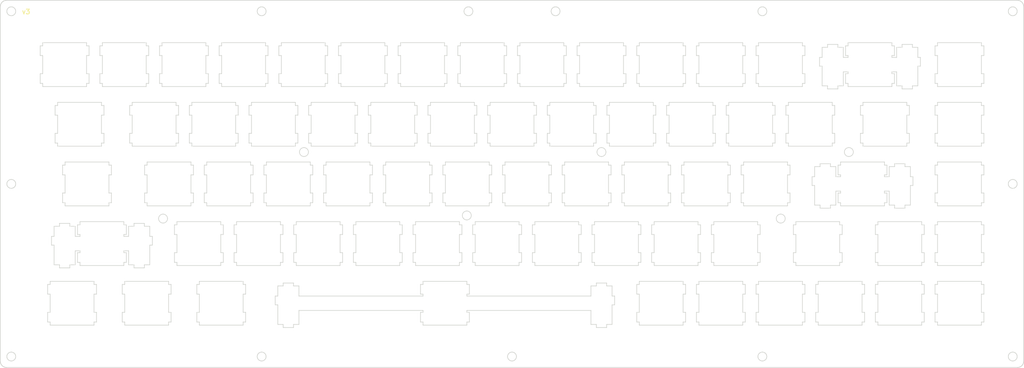
<source format=kicad_pcb>
(kicad_pcb (version 20171130) (host pcbnew "(5.1.6)-1")

  (general
    (thickness 1.6)
    (drawings 1901)
    (tracks 0)
    (zones 0)
    (modules 0)
    (nets 1)
  )

  (page A3)
  (title_block
    (title "QAZ 65% Plate Layer")
    (date 2021-08-29)
    (rev v3)
    (company "Anthony Needles")
  )

  (layers
    (0 F.Cu signal)
    (31 B.Cu signal)
    (32 B.Adhes user)
    (33 F.Adhes user)
    (34 B.Paste user)
    (35 F.Paste user)
    (36 B.SilkS user)
    (37 F.SilkS user)
    (38 B.Mask user)
    (39 F.Mask user)
    (40 Dwgs.User user)
    (41 Cmts.User user)
    (42 Eco1.User user)
    (43 Eco2.User user)
    (44 Edge.Cuts user)
    (45 Margin user)
    (46 B.CrtYd user)
    (47 F.CrtYd user)
    (48 B.Fab user)
    (49 F.Fab user)
  )

  (setup
    (last_trace_width 0.25)
    (trace_clearance 0.2)
    (zone_clearance 0.508)
    (zone_45_only no)
    (trace_min 0.2)
    (via_size 0.8)
    (via_drill 0.4)
    (via_min_size 0.4)
    (via_min_drill 0.3)
    (uvia_size 0.3)
    (uvia_drill 0.1)
    (uvias_allowed no)
    (uvia_min_size 0.2)
    (uvia_min_drill 0.1)
    (edge_width 0.05)
    (segment_width 0.2)
    (pcb_text_width 0.3)
    (pcb_text_size 1.5 1.5)
    (mod_edge_width 0.12)
    (mod_text_size 1 1)
    (mod_text_width 0.15)
    (pad_size 1.524 1.524)
    (pad_drill 0.762)
    (pad_to_mask_clearance 0.051)
    (solder_mask_min_width 0.25)
    (aux_axis_origin 0 0)
    (visible_elements 7FFFFFFF)
    (pcbplotparams
      (layerselection 0x010f0_ffffffff)
      (usegerberextensions false)
      (usegerberattributes false)
      (usegerberadvancedattributes false)
      (creategerberjobfile false)
      (excludeedgelayer true)
      (linewidth 0.100000)
      (plotframeref false)
      (viasonmask false)
      (mode 1)
      (useauxorigin false)
      (hpglpennumber 1)
      (hpglpenspeed 20)
      (hpglpendiameter 15.000000)
      (psnegative false)
      (psa4output false)
      (plotreference true)
      (plotvalue true)
      (plotinvisibletext false)
      (padsonsilk false)
      (subtractmaskfromsilk false)
      (outputformat 1)
      (mirror false)
      (drillshape 0)
      (scaleselection 1)
      (outputdirectory "plate_layer_out/"))
  )

  (net 0 "")

  (net_class Default "This is the default net class."
    (clearance 0.2)
    (trace_width 0.25)
    (via_dia 0.8)
    (via_drill 0.4)
    (uvia_dia 0.3)
    (uvia_drill 0.1)
  )

  (gr_line (start 81.253467 103.282268) (end 81.253467 109.082268) (layer Edge.Cuts) (width 0.2))
  (gr_line (start 76.203467 112.182268) (end 77.003467 112.182268) (layer Edge.Cuts) (width 0.2))
  (gr_line (start 61.403467 103.282268) (end 62.203467 103.282268) (layer Edge.Cuts) (width 0.2))
  (gr_line (start 61.403467 100.182268) (end 61.403467 103.282268) (layer Edge.Cuts) (width 0.2))
  (gr_line (start 76.203467 103.282268) (end 77.003467 103.282268) (layer Edge.Cuts) (width 0.2))
  (gr_line (start 80.453467 100.182268) (end 80.453467 103.282268) (layer Edge.Cuts) (width 0.2))
  (gr_line (start 81.253467 100.182268) (end 80.453467 100.182268) (layer Edge.Cuts) (width 0.2))
  (gr_line (start 62.203467 99.182268) (end 62.203467 100.182268) (layer Edge.Cuts) (width 0.2))
  (gr_line (start 77.003467 112.182268) (end 77.003467 109.082268) (layer Edge.Cuts) (width 0.2))
  (gr_line (start 96.053467 109.082268) (end 95.253467 109.082268) (layer Edge.Cuts) (width 0.2))
  (gr_line (start 62.203467 109.082268) (end 61.403467 109.082268) (layer Edge.Cuts) (width 0.2))
  (gr_line (start 62.203467 100.182268) (end 61.403467 100.182268) (layer Edge.Cuts) (width 0.2))
  (gr_line (start 77.003467 100.182268) (end 76.203467 100.182268) (layer Edge.Cuts) (width 0.2))
  (gr_line (start 95.253467 99.182268) (end 81.253467 99.182268) (layer Edge.Cuts) (width 0.2))
  (gr_line (start 95.253467 109.082268) (end 95.253467 103.282268) (layer Edge.Cuts) (width 0.2))
  (gr_line (start 96.053467 103.282268) (end 96.053467 100.182268) (layer Edge.Cuts) (width 0.2))
  (gr_line (start 95.253467 113.182268) (end 95.253467 112.182268) (layer Edge.Cuts) (width 0.2))
  (gr_line (start 81.253467 109.082268) (end 80.453467 109.082268) (layer Edge.Cuts) (width 0.2))
  (gr_line (start 115.103467 100.182268) (end 114.303467 100.182268) (layer Edge.Cuts) (width 0.2))
  (gr_line (start 115.103467 109.082268) (end 114.303467 109.082268) (layer Edge.Cuts) (width 0.2))
  (gr_line (start 95.253467 112.182268) (end 96.053467 112.182268) (layer Edge.Cuts) (width 0.2))
  (gr_line (start 76.203467 109.082268) (end 76.203467 103.282268) (layer Edge.Cuts) (width 0.2))
  (gr_line (start 95.253467 103.282268) (end 96.053467 103.282268) (layer Edge.Cuts) (width 0.2))
  (gr_line (start 77.003467 109.082268) (end 76.203467 109.082268) (layer Edge.Cuts) (width 0.2))
  (gr_line (start 81.253467 112.182268) (end 81.253467 113.182268) (layer Edge.Cuts) (width 0.2))
  (gr_line (start 76.203467 113.182268) (end 76.203467 112.182268) (layer Edge.Cuts) (width 0.2))
  (gr_line (start 114.303467 99.182268) (end 100.303467 99.182268) (layer Edge.Cuts) (width 0.2))
  (gr_line (start 114.303467 100.182268) (end 114.303467 99.182268) (layer Edge.Cuts) (width 0.2))
  (gr_line (start 96.053467 100.182268) (end 95.253467 100.182268) (layer Edge.Cuts) (width 0.2))
  (gr_line (start 80.453467 103.282268) (end 81.253467 103.282268) (layer Edge.Cuts) (width 0.2))
  (gr_line (start 80.453467 109.082268) (end 80.453467 112.182268) (layer Edge.Cuts) (width 0.2))
  (gr_line (start 100.303467 100.182268) (end 99.503467 100.182268) (layer Edge.Cuts) (width 0.2))
  (gr_line (start 114.303467 103.282268) (end 115.103467 103.282268) (layer Edge.Cuts) (width 0.2))
  (gr_line (start 115.103467 103.282268) (end 115.103467 100.182268) (layer Edge.Cuts) (width 0.2))
  (gr_line (start 62.203467 113.182268) (end 76.203467 113.182268) (layer Edge.Cuts) (width 0.2))
  (gr_line (start 76.203467 99.182268) (end 62.203467 99.182268) (layer Edge.Cuts) (width 0.2))
  (gr_line (start 76.203467 100.182268) (end 76.203467 99.182268) (layer Edge.Cuts) (width 0.2))
  (gr_line (start 62.203467 103.282268) (end 62.203467 109.082268) (layer Edge.Cuts) (width 0.2))
  (gr_line (start 80.453467 112.182268) (end 81.253467 112.182268) (layer Edge.Cuts) (width 0.2))
  (gr_line (start 77.003467 103.282268) (end 77.003467 100.182268) (layer Edge.Cuts) (width 0.2))
  (gr_line (start 96.053467 112.182268) (end 96.053467 109.082268) (layer Edge.Cuts) (width 0.2))
  (gr_line (start 95.253467 100.182268) (end 95.253467 99.182268) (layer Edge.Cuts) (width 0.2))
  (gr_line (start 114.303467 109.082268) (end 114.303467 103.282268) (layer Edge.Cuts) (width 0.2))
  (gr_line (start 100.303467 99.182268) (end 100.303467 100.182268) (layer Edge.Cuts) (width 0.2))
  (gr_line (start 62.203467 112.182268) (end 62.203467 113.182268) (layer Edge.Cuts) (width 0.2))
  (gr_line (start 61.403467 112.182268) (end 62.203467 112.182268) (layer Edge.Cuts) (width 0.2))
  (gr_line (start 81.253467 99.182268) (end 81.253467 100.182268) (layer Edge.Cuts) (width 0.2))
  (gr_line (start 81.253467 113.182268) (end 95.253467 113.182268) (layer Edge.Cuts) (width 0.2))
  (gr_line (start 61.403467 109.082268) (end 61.403467 112.182268) (layer Edge.Cuts) (width 0.2))
  (gr_line (start 99.503467 100.182268) (end 99.503467 103.282268) (layer Edge.Cuts) (width 0.2))
  (gr_line (start 119.353467 112.182268) (end 119.353467 113.182268) (layer Edge.Cuts) (width 0.2))
  (gr_line (start 152.403467 100.182268) (end 152.403467 99.182268) (layer Edge.Cuts) (width 0.2))
  (gr_line (start 100.303467 103.282268) (end 100.303467 109.082268) (layer Edge.Cuts) (width 0.2))
  (gr_line (start 133.353467 99.182268) (end 119.353467 99.182268) (layer Edge.Cuts) (width 0.2))
  (gr_line (start 152.403467 99.182268) (end 138.403467 99.182268) (layer Edge.Cuts) (width 0.2))
  (gr_line (start 137.603467 100.182268) (end 137.603467 103.282268) (layer Edge.Cuts) (width 0.2))
  (gr_line (start 153.202467 100.182268) (end 152.403467 100.182268) (layer Edge.Cuts) (width 0.2))
  (gr_line (start 153.202467 109.082268) (end 152.403467 109.082268) (layer Edge.Cuts) (width 0.2))
  (gr_line (start 172.252467 100.182268) (end 171.452467 100.182268) (layer Edge.Cuts) (width 0.2))
  (gr_line (start 134.153467 109.082268) (end 133.353467 109.082268) (layer Edge.Cuts) (width 0.2))
  (gr_line (start 171.452467 100.182268) (end 171.452467 99.182268) (layer Edge.Cuts) (width 0.2))
  (gr_line (start 119.353467 100.182268) (end 118.553467 100.182268) (layer Edge.Cuts) (width 0.2))
  (gr_line (start 138.403467 99.182268) (end 138.403467 100.182268) (layer Edge.Cuts) (width 0.2))
  (gr_line (start 137.603467 109.082268) (end 137.603467 112.182268) (layer Edge.Cuts) (width 0.2))
  (gr_line (start 152.403467 103.282268) (end 153.202467 103.282268) (layer Edge.Cuts) (width 0.2))
  (gr_line (start 118.553467 112.182268) (end 119.353467 112.182268) (layer Edge.Cuts) (width 0.2))
  (gr_line (start 171.452467 109.082268) (end 171.452467 103.282268) (layer Edge.Cuts) (width 0.2))
  (gr_line (start 115.103467 112.182268) (end 115.103467 109.082268) (layer Edge.Cuts) (width 0.2))
  (gr_line (start 134.153467 100.182268) (end 133.353467 100.182268) (layer Edge.Cuts) (width 0.2))
  (gr_line (start 133.353467 113.182268) (end 133.353467 112.182268) (layer Edge.Cuts) (width 0.2))
  (gr_line (start 133.353467 109.082268) (end 133.353467 103.282268) (layer Edge.Cuts) (width 0.2))
  (gr_line (start 171.452467 103.282268) (end 172.252467 103.282268) (layer Edge.Cuts) (width 0.2))
  (gr_line (start 153.202467 112.182268) (end 153.202467 109.082268) (layer Edge.Cuts) (width 0.2))
  (gr_line (start 157.452467 99.182268) (end 157.452467 100.182268) (layer Edge.Cuts) (width 0.2))
  (gr_line (start 133.353467 100.182268) (end 133.353467 99.182268) (layer Edge.Cuts) (width 0.2))
  (gr_line (start 138.403467 113.182268) (end 152.403467 113.182268) (layer Edge.Cuts) (width 0.2))
  (gr_line (start 118.553467 100.182268) (end 118.553467 103.282268) (layer Edge.Cuts) (width 0.2))
  (gr_line (start 118.553467 103.282268) (end 119.353467 103.282268) (layer Edge.Cuts) (width 0.2))
  (gr_line (start 138.403467 103.282268) (end 138.403467 109.082268) (layer Edge.Cuts) (width 0.2))
  (gr_line (start 152.403467 112.182268) (end 153.202467 112.182268) (layer Edge.Cuts) (width 0.2))
  (gr_line (start 138.403467 112.182268) (end 138.403467 113.182268) (layer Edge.Cuts) (width 0.2))
  (gr_line (start 99.503467 103.282268) (end 100.303467 103.282268) (layer Edge.Cuts) (width 0.2))
  (gr_line (start 114.303467 112.182268) (end 115.103467 112.182268) (layer Edge.Cuts) (width 0.2))
  (gr_line (start 134.153467 103.282268) (end 134.153467 100.182268) (layer Edge.Cuts) (width 0.2))
  (gr_line (start 99.503467 109.082268) (end 99.503467 112.182268) (layer Edge.Cuts) (width 0.2))
  (gr_line (start 137.603467 103.282268) (end 138.403467 103.282268) (layer Edge.Cuts) (width 0.2))
  (gr_line (start 119.353467 109.082268) (end 118.553467 109.082268) (layer Edge.Cuts) (width 0.2))
  (gr_line (start 172.252467 109.082268) (end 171.452467 109.082268) (layer Edge.Cuts) (width 0.2))
  (gr_line (start 152.403467 109.082268) (end 152.403467 103.282268) (layer Edge.Cuts) (width 0.2))
  (gr_line (start 157.452467 113.182268) (end 171.452467 113.182268) (layer Edge.Cuts) (width 0.2))
  (gr_line (start 172.252467 103.282268) (end 172.252467 100.182268) (layer Edge.Cuts) (width 0.2))
  (gr_line (start 153.202467 103.282268) (end 153.202467 100.182268) (layer Edge.Cuts) (width 0.2))
  (gr_line (start 119.353467 113.182268) (end 133.353467 113.182268) (layer Edge.Cuts) (width 0.2))
  (gr_line (start 114.303467 113.182268) (end 114.303467 112.182268) (layer Edge.Cuts) (width 0.2))
  (gr_line (start 100.303467 113.182268) (end 114.303467 113.182268) (layer Edge.Cuts) (width 0.2))
  (gr_line (start 133.353467 103.282268) (end 134.153467 103.282268) (layer Edge.Cuts) (width 0.2))
  (gr_line (start 100.303467 112.182268) (end 100.303467 113.182268) (layer Edge.Cuts) (width 0.2))
  (gr_line (start 99.503467 112.182268) (end 100.303467 112.182268) (layer Edge.Cuts) (width 0.2))
  (gr_line (start 119.353467 99.182268) (end 119.353467 100.182268) (layer Edge.Cuts) (width 0.2))
  (gr_line (start 152.403467 113.182268) (end 152.403467 112.182268) (layer Edge.Cuts) (width 0.2))
  (gr_line (start 134.153467 112.182268) (end 134.153467 109.082268) (layer Edge.Cuts) (width 0.2))
  (gr_line (start 171.452467 112.182268) (end 172.252467 112.182268) (layer Edge.Cuts) (width 0.2))
  (gr_line (start 171.452467 113.182268) (end 171.452467 112.182268) (layer Edge.Cuts) (width 0.2))
  (gr_line (start 133.353467 112.182268) (end 134.153467 112.182268) (layer Edge.Cuts) (width 0.2))
  (gr_line (start 119.353467 103.282268) (end 119.353467 109.082268) (layer Edge.Cuts) (width 0.2))
  (gr_line (start 138.403467 100.182268) (end 137.603467 100.182268) (layer Edge.Cuts) (width 0.2))
  (gr_line (start 137.603467 112.182268) (end 138.403467 112.182268) (layer Edge.Cuts) (width 0.2))
  (gr_line (start 171.452467 99.182268) (end 157.452467 99.182268) (layer Edge.Cuts) (width 0.2))
  (gr_line (start 172.252467 112.182268) (end 172.252467 109.082268) (layer Edge.Cuts) (width 0.2))
  (gr_line (start 138.403467 109.082268) (end 137.603467 109.082268) (layer Edge.Cuts) (width 0.2))
  (gr_line (start 157.452467 100.182268) (end 156.653467 100.182268) (layer Edge.Cuts) (width 0.2))
  (gr_line (start 118.553467 109.082268) (end 118.553467 112.182268) (layer Edge.Cuts) (width 0.2))
  (gr_line (start 100.303467 109.082268) (end 99.503467 109.082268) (layer Edge.Cuts) (width 0.2))
  (gr_line (start 214.603467 100.182268) (end 213.803467 100.182268) (layer Edge.Cuts) (width 0.2))
  (gr_line (start 229.403467 103.282268) (end 229.403467 100.182268) (layer Edge.Cuts) (width 0.2))
  (gr_line (start 213.803467 109.082268) (end 213.803467 112.182268) (layer Edge.Cuts) (width 0.2))
  (gr_line (start 228.603467 100.182268) (end 228.603467 99.182268) (layer Edge.Cuts) (width 0.2))
  (gr_line (start 209.553467 112.182268) (end 210.353467 112.182268) (layer Edge.Cuts) (width 0.2))
  (gr_line (start 156.653467 103.282268) (end 157.452467 103.282268) (layer Edge.Cuts) (width 0.2))
  (gr_line (start 195.553467 112.182268) (end 195.553467 113.182268) (layer Edge.Cuts) (width 0.2))
  (gr_line (start 156.653467 100.182268) (end 156.653467 103.282268) (layer Edge.Cuts) (width 0.2))
  (gr_line (start 209.553467 109.082268) (end 209.553467 103.282268) (layer Edge.Cuts) (width 0.2))
  (gr_line (start 175.702467 109.082268) (end 175.702467 112.182268) (layer Edge.Cuts) (width 0.2))
  (gr_line (start 190.503467 99.182268) (end 176.502467 99.182268) (layer Edge.Cuts) (width 0.2))
  (gr_line (start 190.503467 100.182268) (end 190.503467 99.182268) (layer Edge.Cuts) (width 0.2))
  (gr_line (start 191.303467 100.182268) (end 190.503467 100.182268) (layer Edge.Cuts) (width 0.2))
  (gr_line (start 190.503467 103.282268) (end 191.303467 103.282268) (layer Edge.Cuts) (width 0.2))
  (gr_line (start 191.303467 112.182268) (end 191.303467 109.082268) (layer Edge.Cuts) (width 0.2))
  (gr_line (start 190.503467 112.182268) (end 191.303467 112.182268) (layer Edge.Cuts) (width 0.2))
  (gr_line (start 195.553467 100.182268) (end 194.753467 100.182268) (layer Edge.Cuts) (width 0.2))
  (gr_line (start 228.603467 103.282268) (end 229.403467 103.282268) (layer Edge.Cuts) (width 0.2))
  (gr_line (start 229.403467 112.182268) (end 229.403467 109.082268) (layer Edge.Cuts) (width 0.2))
  (gr_line (start 195.553467 99.182268) (end 195.553467 100.182268) (layer Edge.Cuts) (width 0.2))
  (gr_line (start 229.403467 109.082268) (end 228.603467 109.082268) (layer Edge.Cuts) (width 0.2))
  (gr_line (start 195.553467 113.182268) (end 209.553467 113.182268) (layer Edge.Cuts) (width 0.2))
  (gr_line (start 194.753467 100.182268) (end 194.753467 103.282268) (layer Edge.Cuts) (width 0.2))
  (gr_line (start 210.353467 112.182268) (end 210.353467 109.082268) (layer Edge.Cuts) (width 0.2))
  (gr_line (start 194.753467 112.182268) (end 195.553467 112.182268) (layer Edge.Cuts) (width 0.2))
  (gr_line (start 214.603467 99.182268) (end 214.603467 100.182268) (layer Edge.Cuts) (width 0.2))
  (gr_line (start 157.452467 112.182268) (end 157.452467 113.182268) (layer Edge.Cuts) (width 0.2))
  (gr_line (start 156.653467 112.182268) (end 157.452467 112.182268) (layer Edge.Cuts) (width 0.2))
  (gr_line (start 176.502467 100.182268) (end 175.702467 100.182268) (layer Edge.Cuts) (width 0.2))
  (gr_line (start 191.303467 103.282268) (end 191.303467 100.182268) (layer Edge.Cuts) (width 0.2))
  (gr_line (start 228.603467 113.182268) (end 228.603467 112.182268) (layer Edge.Cuts) (width 0.2))
  (gr_line (start 190.503467 109.082268) (end 190.503467 103.282268) (layer Edge.Cuts) (width 0.2))
  (gr_line (start 191.303467 109.082268) (end 190.503467 109.082268) (layer Edge.Cuts) (width 0.2))
  (gr_line (start 176.502467 109.082268) (end 175.702467 109.082268) (layer Edge.Cuts) (width 0.2))
  (gr_line (start 209.553467 103.282268) (end 210.353467 103.282268) (layer Edge.Cuts) (width 0.2))
  (gr_line (start 176.502467 112.182268) (end 176.502467 113.182268) (layer Edge.Cuts) (width 0.2))
  (gr_line (start 175.702467 112.182268) (end 176.502467 112.182268) (layer Edge.Cuts) (width 0.2))
  (gr_line (start 194.753467 103.282268) (end 195.553467 103.282268) (layer Edge.Cuts) (width 0.2))
  (gr_line (start 213.803467 112.182268) (end 214.603467 112.182268) (layer Edge.Cuts) (width 0.2))
  (gr_line (start 209.553467 99.182268) (end 195.553467 99.182268) (layer Edge.Cuts) (width 0.2))
  (gr_line (start 194.753467 109.082268) (end 194.753467 112.182268) (layer Edge.Cuts) (width 0.2))
  (gr_line (start 228.603467 112.182268) (end 229.403467 112.182268) (layer Edge.Cuts) (width 0.2))
  (gr_line (start 195.553467 103.282268) (end 195.553467 109.082268) (layer Edge.Cuts) (width 0.2))
  (gr_line (start 228.603467 109.082268) (end 228.603467 103.282268) (layer Edge.Cuts) (width 0.2))
  (gr_line (start 228.603467 99.182268) (end 214.603467 99.182268) (layer Edge.Cuts) (width 0.2))
  (gr_line (start 214.603467 112.182268) (end 214.603467 113.182268) (layer Edge.Cuts) (width 0.2))
  (gr_line (start 209.553467 100.182268) (end 209.553467 99.182268) (layer Edge.Cuts) (width 0.2))
  (gr_line (start 195.553467 109.082268) (end 194.753467 109.082268) (layer Edge.Cuts) (width 0.2))
  (gr_line (start 229.403467 100.182268) (end 228.603467 100.182268) (layer Edge.Cuts) (width 0.2))
  (gr_line (start 214.603467 113.182268) (end 228.603467 113.182268) (layer Edge.Cuts) (width 0.2))
  (gr_line (start 176.502467 113.182268) (end 190.503467 113.182268) (layer Edge.Cuts) (width 0.2))
  (gr_line (start 210.353467 100.182268) (end 209.553467 100.182268) (layer Edge.Cuts) (width 0.2))
  (gr_line (start 209.553467 113.182268) (end 209.553467 112.182268) (layer Edge.Cuts) (width 0.2))
  (gr_line (start 214.603467 109.082268) (end 213.803467 109.082268) (layer Edge.Cuts) (width 0.2))
  (gr_line (start 156.653467 109.082268) (end 156.653467 112.182268) (layer Edge.Cuts) (width 0.2))
  (gr_line (start 157.452467 109.082268) (end 156.653467 109.082268) (layer Edge.Cuts) (width 0.2))
  (gr_line (start 176.502467 99.182268) (end 176.502467 100.182268) (layer Edge.Cuts) (width 0.2))
  (gr_line (start 176.502467 103.282268) (end 176.502467 109.082268) (layer Edge.Cuts) (width 0.2))
  (gr_line (start 210.353467 103.282268) (end 210.353467 100.182268) (layer Edge.Cuts) (width 0.2))
  (gr_line (start 175.702467 100.182268) (end 175.702467 103.282268) (layer Edge.Cuts) (width 0.2))
  (gr_line (start 157.452467 103.282268) (end 157.452467 109.082268) (layer Edge.Cuts) (width 0.2))
  (gr_line (start 190.503467 113.182268) (end 190.503467 112.182268) (layer Edge.Cuts) (width 0.2))
  (gr_line (start 175.702467 103.282268) (end 176.502467 103.282268) (layer Edge.Cuts) (width 0.2))
  (gr_line (start 210.353467 109.082268) (end 209.553467 109.082268) (layer Edge.Cuts) (width 0.2))
  (gr_line (start 286.553467 100.182268) (end 285.753467 100.182268) (layer Edge.Cuts) (width 0.2))
  (gr_line (start 271.753467 109.082268) (end 270.953467 109.082268) (layer Edge.Cuts) (width 0.2))
  (gr_line (start 270.953467 103.282268) (end 271.753467 103.282268) (layer Edge.Cuts) (width 0.2))
  (gr_line (start 252.703467 113.182268) (end 266.703467 113.182268) (layer Edge.Cuts) (width 0.2))
  (gr_line (start 232.853467 100.182268) (end 232.853467 103.282268) (layer Edge.Cuts) (width 0.2))
  (gr_line (start 233.653467 109.082268) (end 232.853467 109.082268) (layer Edge.Cuts) (width 0.2))
  (gr_line (start 266.703467 99.182268) (end 252.703467 99.182268) (layer Edge.Cuts) (width 0.2))
  (gr_line (start 270.953467 109.082268) (end 270.953467 112.182268) (layer Edge.Cuts) (width 0.2))
  (gr_line (start 271.753467 113.182268) (end 285.753467 113.182268) (layer Edge.Cuts) (width 0.2))
  (gr_line (start 214.603467 103.282268) (end 214.603467 109.082268) (layer Edge.Cuts) (width 0.2))
  (gr_line (start 247.653467 113.182268) (end 247.653467 112.182268) (layer Edge.Cuts) (width 0.2))
  (gr_line (start 290.803467 100.182268) (end 290.003467 100.182268) (layer Edge.Cuts) (width 0.2))
  (gr_line (start 213.803467 103.282268) (end 214.603467 103.282268) (layer Edge.Cuts) (width 0.2))
  (gr_line (start 247.653467 99.182268) (end 233.653467 99.182268) (layer Edge.Cuts) (width 0.2))
  (gr_line (start 248.453467 100.182268) (end 247.653467 100.182268) (layer Edge.Cuts) (width 0.2))
  (gr_line (start 285.753467 113.182268) (end 285.753467 112.182268) (layer Edge.Cuts) (width 0.2))
  (gr_line (start 232.853467 103.282268) (end 233.653467 103.282268) (layer Edge.Cuts) (width 0.2))
  (gr_line (start 251.903467 109.082268) (end 251.903467 112.182268) (layer Edge.Cuts) (width 0.2))
  (gr_line (start 251.903467 103.282268) (end 252.703467 103.282268) (layer Edge.Cuts) (width 0.2))
  (gr_line (start 285.753467 109.082268) (end 285.753467 103.282268) (layer Edge.Cuts) (width 0.2))
  (gr_line (start 252.703467 103.282268) (end 252.703467 109.082268) (layer Edge.Cuts) (width 0.2))
  (gr_line (start 252.703467 99.182268) (end 252.703467 100.182268) (layer Edge.Cuts) (width 0.2))
  (gr_line (start 267.503467 109.082268) (end 266.703467 109.082268) (layer Edge.Cuts) (width 0.2))
  (gr_line (start 271.753467 112.182268) (end 271.753467 113.182268) (layer Edge.Cuts) (width 0.2))
  (gr_line (start 266.703467 100.182268) (end 266.703467 99.182268) (layer Edge.Cuts) (width 0.2))
  (gr_line (start 266.703467 112.182268) (end 267.503467 112.182268) (layer Edge.Cuts) (width 0.2))
  (gr_line (start 213.803467 100.182268) (end 213.803467 103.282268) (layer Edge.Cuts) (width 0.2))
  (gr_line (start 233.653467 100.182268) (end 232.853467 100.182268) (layer Edge.Cuts) (width 0.2))
  (gr_line (start 233.653467 99.182268) (end 233.653467 100.182268) (layer Edge.Cuts) (width 0.2))
  (gr_line (start 248.453467 103.282268) (end 248.453467 100.182268) (layer Edge.Cuts) (width 0.2))
  (gr_line (start 271.753467 100.182268) (end 270.953467 100.182268) (layer Edge.Cuts) (width 0.2))
  (gr_line (start 248.453467 109.082268) (end 247.653467 109.082268) (layer Edge.Cuts) (width 0.2))
  (gr_line (start 285.753467 112.182268) (end 286.553467 112.182268) (layer Edge.Cuts) (width 0.2))
  (gr_line (start 232.853467 109.082268) (end 232.853467 112.182268) (layer Edge.Cuts) (width 0.2))
  (gr_line (start 270.953467 112.182268) (end 271.753467 112.182268) (layer Edge.Cuts) (width 0.2))
  (gr_line (start 233.653467 113.182268) (end 247.653467 113.182268) (layer Edge.Cuts) (width 0.2))
  (gr_line (start 267.503467 100.182268) (end 266.703467 100.182268) (layer Edge.Cuts) (width 0.2))
  (gr_line (start 266.703467 109.082268) (end 266.703467 103.282268) (layer Edge.Cuts) (width 0.2))
  (gr_line (start 285.753467 100.182268) (end 285.753467 99.182268) (layer Edge.Cuts) (width 0.2))
  (gr_line (start 267.503467 103.282268) (end 267.503467 100.182268) (layer Edge.Cuts) (width 0.2))
  (gr_line (start 266.703467 103.282268) (end 267.503467 103.282268) (layer Edge.Cuts) (width 0.2))
  (gr_line (start 251.903467 100.182268) (end 251.903467 103.282268) (layer Edge.Cuts) (width 0.2))
  (gr_line (start 266.703467 113.182268) (end 266.703467 112.182268) (layer Edge.Cuts) (width 0.2))
  (gr_line (start 252.703467 109.082268) (end 251.903467 109.082268) (layer Edge.Cuts) (width 0.2))
  (gr_line (start 286.553467 112.182268) (end 286.553467 109.082268) (layer Edge.Cuts) (width 0.2))
  (gr_line (start 285.753467 99.182268) (end 271.753467 99.182268) (layer Edge.Cuts) (width 0.2))
  (gr_line (start 271.753467 103.282268) (end 271.753467 109.082268) (layer Edge.Cuts) (width 0.2))
  (gr_line (start 252.703467 112.182268) (end 252.703467 113.182268) (layer Edge.Cuts) (width 0.2))
  (gr_line (start 285.753467 103.282268) (end 286.553467 103.282268) (layer Edge.Cuts) (width 0.2))
  (gr_line (start 271.753467 99.182268) (end 271.753467 100.182268) (layer Edge.Cuts) (width 0.2))
  (gr_line (start 247.653467 100.182268) (end 247.653467 99.182268) (layer Edge.Cuts) (width 0.2))
  (gr_line (start 233.653467 112.182268) (end 233.653467 113.182268) (layer Edge.Cuts) (width 0.2))
  (gr_line (start 252.703467 100.182268) (end 251.903467 100.182268) (layer Edge.Cuts) (width 0.2))
  (gr_line (start 286.553467 103.282268) (end 286.553467 100.182268) (layer Edge.Cuts) (width 0.2))
  (gr_line (start 247.653467 103.282268) (end 248.453467 103.282268) (layer Edge.Cuts) (width 0.2))
  (gr_line (start 247.653467 109.082268) (end 247.653467 103.282268) (layer Edge.Cuts) (width 0.2))
  (gr_line (start 248.453467 112.182268) (end 248.453467 109.082268) (layer Edge.Cuts) (width 0.2))
  (gr_line (start 247.653467 112.182268) (end 248.453467 112.182268) (layer Edge.Cuts) (width 0.2))
  (gr_line (start 232.853467 112.182268) (end 233.653467 112.182268) (layer Edge.Cuts) (width 0.2))
  (gr_line (start 233.653467 103.282268) (end 233.653467 109.082268) (layer Edge.Cuts) (width 0.2))
  (gr_line (start 267.503467 112.182268) (end 267.503467 109.082268) (layer Edge.Cuts) (width 0.2))
  (gr_line (start 286.553467 109.082268) (end 285.753467 109.082268) (layer Edge.Cuts) (width 0.2))
  (gr_line (start 270.953467 100.182268) (end 270.953467 103.282268) (layer Edge.Cuts) (width 0.2))
  (gr_line (start 251.903467 112.182268) (end 252.703467 112.182268) (layer Edge.Cuts) (width 0.2))
  (gr_line (start 305.603467 109.082268) (end 304.803467 109.082268) (layer Edge.Cuts) (width 0.2))
  (gr_line (start 304.803467 112.182268) (end 305.603467 112.182268) (layer Edge.Cuts) (width 0.2))
  (gr_line (start 347.953467 100.182268) (end 347.153467 100.182268) (layer Edge.Cuts) (width 0.2))
  (gr_line (start 304.803467 113.182268) (end 304.803467 112.182268) (layer Edge.Cuts) (width 0.2))
  (gr_line (start 290.003467 103.282268) (end 290.803467 103.282268) (layer Edge.Cuts) (width 0.2))
  (gr_line (start 290.003467 100.182268) (end 290.003467 103.282268) (layer Edge.Cuts) (width 0.2))
  (gr_line (start 347.953467 109.082268) (end 347.153467 109.082268) (layer Edge.Cuts) (width 0.2))
  (gr_line (start 347.953467 99.182268) (end 347.953467 100.182268) (layer Edge.Cuts) (width 0.2))
  (gr_line (start 362.753467 103.282268) (end 362.753467 100.182268) (layer Edge.Cuts) (width 0.2))
  (gr_line (start 319.378467 99.182268) (end 319.378467 100.182268) (layer Edge.Cuts) (width 0.2))
  (gr_line (start 341.653467 100.652268) (end 339.928467 100.652268) (layer Edge.Cuts) (width 0.2))
  (gr_line (start 319.378467 100.182268) (end 318.578467 100.182268) (layer Edge.Cuts) (width 0.2))
  (gr_line (start 342.478467 103.882268) (end 341.653467 103.882268) (layer Edge.Cuts) (width 0.2))
  (gr_line (start 339.928467 112.952268) (end 341.653467 112.952268) (layer Edge.Cuts) (width 0.2))
  (gr_line (start 347.953467 113.182268) (end 361.953467 113.182268) (layer Edge.Cuts) (width 0.2))
  (gr_line (start 361.953467 100.182268) (end 361.953467 99.182268) (layer Edge.Cuts) (width 0.2))
  (gr_line (start 361.953467 103.282268) (end 362.753467 103.282268) (layer Edge.Cuts) (width 0.2))
  (gr_line (start 334.178467 100.182268) (end 333.378467 100.182268) (layer Edge.Cuts) (width 0.2))
  (gr_line (start 336.628467 112.952268) (end 336.628467 113.932268) (layer Edge.Cuts) (width 0.2))
  (gr_line (start 339.928467 99.731268) (end 336.628467 99.731268) (layer Edge.Cuts) (width 0.2))
  (gr_line (start 341.653467 112.952268) (end 341.653467 106.682268) (layer Edge.Cuts) (width 0.2))
  (gr_line (start 347.153467 103.282268) (end 347.953467 103.282268) (layer Edge.Cuts) (width 0.2))
  (gr_line (start 333.378467 100.182268) (end 333.378467 99.182268) (layer Edge.Cuts) (width 0.2))
  (gr_line (start 341.653467 103.882268) (end 341.653467 100.652268) (layer Edge.Cuts) (width 0.2))
  (gr_line (start 339.928467 113.932268) (end 339.928467 112.952268) (layer Edge.Cuts) (width 0.2))
  (gr_line (start 290.003467 109.082268) (end 290.003467 112.182268) (layer Edge.Cuts) (width 0.2))
  (gr_line (start 362.753467 112.182268) (end 362.753467 109.082268) (layer Edge.Cuts) (width 0.2))
  (gr_line (start 290.803467 109.082268) (end 290.003467 109.082268) (layer Edge.Cuts) (width 0.2))
  (gr_line (start 361.953467 109.082268) (end 361.953467 103.282268) (layer Edge.Cuts) (width 0.2))
  (gr_line (start 347.153467 112.182268) (end 347.953467 112.182268) (layer Edge.Cuts) (width 0.2))
  (gr_line (start 336.628467 99.731268) (end 336.628467 100.652268) (layer Edge.Cuts) (width 0.2))
  (gr_line (start 361.953467 112.182268) (end 362.753467 112.182268) (layer Edge.Cuts) (width 0.2))
  (gr_line (start 342.478467 106.682268) (end 342.478467 103.882268) (layer Edge.Cuts) (width 0.2))
  (gr_line (start 290.803467 99.182268) (end 290.803467 100.182268) (layer Edge.Cuts) (width 0.2))
  (gr_line (start 304.803467 99.182268) (end 290.803467 99.182268) (layer Edge.Cuts) (width 0.2))
  (gr_line (start 290.803467 112.182268) (end 290.803467 113.182268) (layer Edge.Cuts) (width 0.2))
  (gr_line (start 347.153467 109.082268) (end 347.153467 112.182268) (layer Edge.Cuts) (width 0.2))
  (gr_line (start 361.953467 99.182268) (end 347.953467 99.182268) (layer Edge.Cuts) (width 0.2))
  (gr_line (start 334.178467 103.282268) (end 334.178467 100.182268) (layer Edge.Cuts) (width 0.2))
  (gr_line (start 362.753467 100.182268) (end 361.953467 100.182268) (layer Edge.Cuts) (width 0.2))
  (gr_line (start 334.903467 100.652268) (end 334.903467 103.882268) (layer Edge.Cuts) (width 0.2))
  (gr_line (start 333.378467 99.182268) (end 319.378467 99.182268) (layer Edge.Cuts) (width 0.2))
  (gr_line (start 334.903467 112.952268) (end 336.628467 112.952268) (layer Edge.Cuts) (width 0.2))
  (gr_line (start 305.603467 112.182268) (end 305.603467 109.082268) (layer Edge.Cuts) (width 0.2))
  (gr_line (start 304.803467 100.182268) (end 304.803467 99.182268) (layer Edge.Cuts) (width 0.2))
  (gr_line (start 305.603467 100.182268) (end 304.803467 100.182268) (layer Edge.Cuts) (width 0.2))
  (gr_line (start 304.803467 103.282268) (end 305.603467 103.282268) (layer Edge.Cuts) (width 0.2))
  (gr_line (start 336.628467 113.932268) (end 339.928467 113.932268) (layer Edge.Cuts) (width 0.2))
  (gr_line (start 304.803467 109.082268) (end 304.803467 103.282268) (layer Edge.Cuts) (width 0.2))
  (gr_line (start 290.003467 112.182268) (end 290.803467 112.182268) (layer Edge.Cuts) (width 0.2))
  (gr_line (start 362.753467 109.082268) (end 361.953467 109.082268) (layer Edge.Cuts) (width 0.2))
  (gr_line (start 333.378467 103.882268) (end 333.378467 103.282268) (layer Edge.Cuts) (width 0.2))
  (gr_line (start 334.903467 103.882268) (end 333.378467 103.882268) (layer Edge.Cuts) (width 0.2))
  (gr_line (start 336.628467 100.652268) (end 334.903467 100.652268) (layer Edge.Cuts) (width 0.2))
  (gr_line (start 290.803467 103.282268) (end 290.803467 109.082268) (layer Edge.Cuts) (width 0.2))
  (gr_line (start 361.953467 113.182268) (end 361.953467 112.182268) (layer Edge.Cuts) (width 0.2))
  (gr_line (start 347.953467 112.182268) (end 347.953467 113.182268) (layer Edge.Cuts) (width 0.2))
  (gr_line (start 347.153467 100.182268) (end 347.153467 103.282268) (layer Edge.Cuts) (width 0.2))
  (gr_line (start 341.653467 106.682268) (end 342.478467 106.682268) (layer Edge.Cuts) (width 0.2))
  (gr_line (start 333.378467 103.282268) (end 334.178467 103.282268) (layer Edge.Cuts) (width 0.2))
  (gr_line (start 347.953467 103.282268) (end 347.953467 109.082268) (layer Edge.Cuts) (width 0.2))
  (gr_line (start 339.928467 100.652268) (end 339.928467 99.731268) (layer Edge.Cuts) (width 0.2))
  (gr_line (start 290.803467 113.182268) (end 304.803467 113.182268) (layer Edge.Cuts) (width 0.2))
  (gr_line (start 305.603467 103.282268) (end 305.603467 100.182268) (layer Edge.Cuts) (width 0.2))
  (gr_line (start 81.765467 119.232268) (end 80.965467 119.232268) (layer Edge.Cuts) (width 0.2))
  (gr_line (start 66.165467 131.232268) (end 66.965467 131.232268) (layer Edge.Cuts) (width 0.2))
  (gr_line (start 80.965467 128.132268) (end 80.965467 122.332268) (layer Edge.Cuts) (width 0.2))
  (gr_line (start 66.965467 132.232268) (end 80.965467 132.232268) (layer Edge.Cuts) (width 0.2))
  (gr_line (start 319.378467 113.182268) (end 333.378467 113.182268) (layer Edge.Cuts) (width 0.2))
  (gr_line (start 318.578467 112.182268) (end 319.378467 112.182268) (layer Edge.Cuts) (width 0.2))
  (gr_line (start 317.853467 108.482268) (end 319.378467 108.482268) (layer Edge.Cuts) (width 0.2))
  (gr_line (start 317.853467 100.652268) (end 316.128467 100.652268) (layer Edge.Cuts) (width 0.2))
  (gr_line (start 312.827467 112.952268) (end 312.827467 113.932268) (layer Edge.Cuts) (width 0.2))
  (gr_line (start 80.965467 122.332268) (end 81.765467 122.332268) (layer Edge.Cuts) (width 0.2))
  (gr_line (start 319.378467 112.182268) (end 319.378467 113.182268) (layer Edge.Cuts) (width 0.2))
  (gr_line (start 319.378467 109.082268) (end 318.578467 109.082268) (layer Edge.Cuts) (width 0.2))
  (gr_line (start 66.165467 128.132268) (end 66.165467 131.232268) (layer Edge.Cuts) (width 0.2))
  (gr_line (start 80.965467 132.232268) (end 80.965467 131.232268) (layer Edge.Cuts) (width 0.2))
  (gr_line (start 318.578467 100.182268) (end 318.578467 103.282268) (layer Edge.Cuts) (width 0.2))
  (gr_line (start 316.128467 112.952268) (end 317.853467 112.952268) (layer Edge.Cuts) (width 0.2))
  (gr_line (start 312.827467 113.932268) (end 316.128467 113.932268) (layer Edge.Cuts) (width 0.2))
  (gr_line (start 310.278466 106.682268) (end 311.103467 106.682268) (layer Edge.Cuts) (width 0.2))
  (gr_line (start 316.128467 113.932268) (end 316.128467 112.952268) (layer Edge.Cuts) (width 0.2))
  (gr_line (start 311.103467 106.682268) (end 311.103467 112.952268) (layer Edge.Cuts) (width 0.2))
  (gr_line (start 312.827467 99.731268) (end 312.827467 100.652268) (layer Edge.Cuts) (width 0.2))
  (gr_line (start 311.103467 103.882268) (end 310.278466 103.882268) (layer Edge.Cuts) (width 0.2))
  (gr_line (start 80.965467 119.232268) (end 80.965467 118.232268) (layer Edge.Cuts) (width 0.2))
  (gr_line (start 66.965467 119.232268) (end 66.165467 119.232268) (layer Edge.Cuts) (width 0.2))
  (gr_line (start 312.827467 100.652268) (end 311.103467 100.652268) (layer Edge.Cuts) (width 0.2))
  (gr_line (start 66.965467 131.232268) (end 66.965467 132.232268) (layer Edge.Cuts) (width 0.2))
  (gr_line (start 316.128467 100.652268) (end 316.128467 99.731268) (layer Edge.Cuts) (width 0.2))
  (gr_line (start 81.765467 122.332268) (end 81.765467 119.232268) (layer Edge.Cuts) (width 0.2))
  (gr_line (start 319.378467 103.282268) (end 319.378467 103.882268) (layer Edge.Cuts) (width 0.2))
  (gr_line (start 66.965467 118.232268) (end 66.965467 119.232268) (layer Edge.Cuts) (width 0.2))
  (gr_line (start 317.853467 103.882268) (end 317.853467 100.652268) (layer Edge.Cuts) (width 0.2))
  (gr_line (start 318.578467 103.282268) (end 319.378467 103.282268) (layer Edge.Cuts) (width 0.2))
  (gr_line (start 80.965467 131.232268) (end 81.765467 131.232268) (layer Edge.Cuts) (width 0.2))
  (gr_line (start 334.903467 108.482268) (end 334.903467 112.952268) (layer Edge.Cuts) (width 0.2))
  (gr_line (start 333.378467 108.482268) (end 334.903467 108.482268) (layer Edge.Cuts) (width 0.2))
  (gr_line (start 333.378467 109.082268) (end 333.378467 108.482268) (layer Edge.Cuts) (width 0.2))
  (gr_line (start 334.178467 109.082268) (end 333.378467 109.082268) (layer Edge.Cuts) (width 0.2))
  (gr_line (start 334.178467 112.182268) (end 334.178467 109.082268) (layer Edge.Cuts) (width 0.2))
  (gr_line (start 81.765467 128.132268) (end 80.965467 128.132268) (layer Edge.Cuts) (width 0.2))
  (gr_line (start 81.765467 131.232268) (end 81.765467 128.132268) (layer Edge.Cuts) (width 0.2))
  (gr_line (start 333.378467 112.182268) (end 334.178467 112.182268) (layer Edge.Cuts) (width 0.2))
  (gr_line (start 311.103467 100.652268) (end 311.103467 103.882268) (layer Edge.Cuts) (width 0.2))
  (gr_line (start 311.103467 112.952268) (end 312.827467 112.952268) (layer Edge.Cuts) (width 0.2))
  (gr_line (start 333.378467 113.182268) (end 333.378467 112.182268) (layer Edge.Cuts) (width 0.2))
  (gr_line (start 318.578467 109.082268) (end 318.578467 112.182268) (layer Edge.Cuts) (width 0.2))
  (gr_line (start 80.965467 118.232268) (end 66.965467 118.232268) (layer Edge.Cuts) (width 0.2))
  (gr_line (start 319.378467 108.482268) (end 319.378467 109.082268) (layer Edge.Cuts) (width 0.2))
  (gr_line (start 319.378467 103.882268) (end 317.853467 103.882268) (layer Edge.Cuts) (width 0.2))
  (gr_line (start 317.853467 112.952268) (end 317.853467 108.482268) (layer Edge.Cuts) (width 0.2))
  (gr_line (start 310.278466 103.882268) (end 310.278466 106.682268) (layer Edge.Cuts) (width 0.2))
  (gr_line (start 316.128467 99.731268) (end 312.827467 99.731268) (layer Edge.Cuts) (width 0.2))
  (gr_line (start 109.028467 119.232268) (end 109.028467 122.332268) (layer Edge.Cuts) (width 0.2))
  (gr_line (start 128.078467 128.132268) (end 128.078467 131.232268) (layer Edge.Cuts) (width 0.2))
  (gr_line (start 66.965467 128.132268) (end 66.165467 128.132268) (layer Edge.Cuts) (width 0.2))
  (gr_line (start 105.578467 119.232268) (end 104.778467 119.232268) (layer Edge.Cuts) (width 0.2))
  (gr_line (start 109.828467 118.232268) (end 109.828467 119.232268) (layer Edge.Cuts) (width 0.2))
  (gr_line (start 124.628467 131.232268) (end 124.628467 128.132268) (layer Edge.Cuts) (width 0.2))
  (gr_line (start 66.965467 122.332268) (end 66.965467 128.132268) (layer Edge.Cuts) (width 0.2))
  (gr_line (start 90.778467 119.232268) (end 89.978467 119.232268) (layer Edge.Cuts) (width 0.2))
  (gr_line (start 89.978467 128.132268) (end 89.978467 131.232268) (layer Edge.Cuts) (width 0.2))
  (gr_line (start 66.165467 122.332268) (end 66.965467 122.332268) (layer Edge.Cuts) (width 0.2))
  (gr_line (start 66.165467 119.232268) (end 66.165467 122.332268) (layer Edge.Cuts) (width 0.2))
  (gr_line (start 128.878467 131.232268) (end 128.878467 132.232268) (layer Edge.Cuts) (width 0.2))
  (gr_line (start 90.778467 118.232268) (end 90.778467 119.232268) (layer Edge.Cuts) (width 0.2))
  (gr_line (start 105.578467 122.332268) (end 105.578467 119.232268) (layer Edge.Cuts) (width 0.2))
  (gr_line (start 123.828467 119.232268) (end 123.828467 118.232268) (layer Edge.Cuts) (width 0.2))
  (gr_line (start 143.678467 128.132268) (end 142.878467 128.132268) (layer Edge.Cuts) (width 0.2))
  (gr_line (start 142.878467 128.132268) (end 142.878467 122.332268) (layer Edge.Cuts) (width 0.2))
  (gr_line (start 90.778467 131.232268) (end 90.778467 132.232268) (layer Edge.Cuts) (width 0.2))
  (gr_line (start 89.978467 131.232268) (end 90.778467 131.232268) (layer Edge.Cuts) (width 0.2))
  (gr_line (start 109.828467 122.332268) (end 109.828467 128.132268) (layer Edge.Cuts) (width 0.2))
  (gr_line (start 90.778467 128.132268) (end 89.978467 128.132268) (layer Edge.Cuts) (width 0.2))
  (gr_line (start 123.828467 118.232268) (end 109.828467 118.232268) (layer Edge.Cuts) (width 0.2))
  (gr_line (start 128.878467 119.232268) (end 128.078467 119.232268) (layer Edge.Cuts) (width 0.2))
  (gr_line (start 109.028467 128.132268) (end 109.028467 131.232268) (layer Edge.Cuts) (width 0.2))
  (gr_line (start 109.828467 128.132268) (end 109.028467 128.132268) (layer Edge.Cuts) (width 0.2))
  (gr_line (start 142.878467 122.332268) (end 143.678467 122.332268) (layer Edge.Cuts) (width 0.2))
  (gr_line (start 123.828467 128.132268) (end 123.828467 122.332268) (layer Edge.Cuts) (width 0.2))
  (gr_line (start 109.828467 131.232268) (end 109.828467 132.232268) (layer Edge.Cuts) (width 0.2))
  (gr_line (start 142.878467 118.232268) (end 128.878467 118.232268) (layer Edge.Cuts) (width 0.2))
  (gr_line (start 104.778467 118.232268) (end 90.778467 118.232268) (layer Edge.Cuts) (width 0.2))
  (gr_line (start 105.578467 128.132268) (end 104.778467 128.132268) (layer Edge.Cuts) (width 0.2))
  (gr_line (start 128.878467 128.132268) (end 128.078467 128.132268) (layer Edge.Cuts) (width 0.2))
  (gr_line (start 128.878467 132.232268) (end 142.878467 132.232268) (layer Edge.Cuts) (width 0.2))
  (gr_line (start 104.778467 119.232268) (end 104.778467 118.232268) (layer Edge.Cuts) (width 0.2))
  (gr_line (start 109.828467 119.232268) (end 109.028467 119.232268) (layer Edge.Cuts) (width 0.2))
  (gr_line (start 123.828467 132.232268) (end 123.828467 131.232268) (layer Edge.Cuts) (width 0.2))
  (gr_line (start 109.028467 131.232268) (end 109.828467 131.232268) (layer Edge.Cuts) (width 0.2))
  (gr_line (start 128.878467 118.232268) (end 128.878467 119.232268) (layer Edge.Cuts) (width 0.2))
  (gr_line (start 128.078467 122.332268) (end 128.878467 122.332268) (layer Edge.Cuts) (width 0.2))
  (gr_line (start 128.078467 119.232268) (end 128.078467 122.332268) (layer Edge.Cuts) (width 0.2))
  (gr_line (start 104.778467 122.332268) (end 105.578467 122.332268) (layer Edge.Cuts) (width 0.2))
  (gr_line (start 104.778467 128.132268) (end 104.778467 122.332268) (layer Edge.Cuts) (width 0.2))
  (gr_line (start 104.778467 131.232268) (end 105.578467 131.232268) (layer Edge.Cuts) (width 0.2))
  (gr_line (start 104.778467 132.232268) (end 104.778467 131.232268) (layer Edge.Cuts) (width 0.2))
  (gr_line (start 89.978467 122.332268) (end 90.778467 122.332268) (layer Edge.Cuts) (width 0.2))
  (gr_line (start 142.878467 132.232268) (end 142.878467 131.232268) (layer Edge.Cuts) (width 0.2))
  (gr_line (start 90.778467 122.332268) (end 90.778467 128.132268) (layer Edge.Cuts) (width 0.2))
  (gr_line (start 90.778467 132.232268) (end 104.778467 132.232268) (layer Edge.Cuts) (width 0.2))
  (gr_line (start 128.078467 131.232268) (end 128.878467 131.232268) (layer Edge.Cuts) (width 0.2))
  (gr_line (start 143.678467 119.232268) (end 142.878467 119.232268) (layer Edge.Cuts) (width 0.2))
  (gr_line (start 123.828467 131.232268) (end 124.628467 131.232268) (layer Edge.Cuts) (width 0.2))
  (gr_line (start 124.628467 122.332268) (end 124.628467 119.232268) (layer Edge.Cuts) (width 0.2))
  (gr_line (start 89.978467 119.232268) (end 89.978467 122.332268) (layer Edge.Cuts) (width 0.2))
  (gr_line (start 143.678467 131.232268) (end 143.678467 128.132268) (layer Edge.Cuts) (width 0.2))
  (gr_line (start 109.828467 132.232268) (end 123.828467 132.232268) (layer Edge.Cuts) (width 0.2))
  (gr_line (start 128.878467 122.332268) (end 128.878467 128.132268) (layer Edge.Cuts) (width 0.2))
  (gr_line (start 124.628467 128.132268) (end 123.828467 128.132268) (layer Edge.Cuts) (width 0.2))
  (gr_line (start 123.828467 122.332268) (end 124.628467 122.332268) (layer Edge.Cuts) (width 0.2))
  (gr_line (start 109.028467 122.332268) (end 109.828467 122.332268) (layer Edge.Cuts) (width 0.2))
  (gr_line (start 124.628467 119.232268) (end 123.828467 119.232268) (layer Edge.Cuts) (width 0.2))
  (gr_line (start 143.678467 122.332268) (end 143.678467 119.232268) (layer Edge.Cuts) (width 0.2))
  (gr_line (start 105.578467 131.232268) (end 105.578467 128.132268) (layer Edge.Cuts) (width 0.2))
  (gr_line (start 142.878467 119.232268) (end 142.878467 118.232268) (layer Edge.Cuts) (width 0.2))
  (gr_line (start 142.878467 131.232268) (end 143.678467 131.232268) (layer Edge.Cuts) (width 0.2))
  (gr_line (start 147.128467 122.332268) (end 147.928467 122.332268) (layer Edge.Cuts) (width 0.2))
  (gr_line (start 147.928467 131.232268) (end 147.928467 132.232268) (layer Edge.Cuts) (width 0.2))
  (gr_line (start 166.978467 118.232268) (end 166.978467 119.232268) (layer Edge.Cuts) (width 0.2))
  (gr_line (start 180.978467 118.232268) (end 166.978467 118.232268) (layer Edge.Cuts) (width 0.2))
  (gr_line (start 162.728467 119.232268) (end 161.928467 119.232268) (layer Edge.Cuts) (width 0.2))
  (gr_line (start 162.728467 131.232268) (end 162.728467 128.132268) (layer Edge.Cuts) (width 0.2))
  (gr_line (start 181.778467 128.132268) (end 180.978467 128.132268) (layer Edge.Cuts) (width 0.2))
  (gr_line (start 147.928467 132.232268) (end 161.928467 132.232268) (layer Edge.Cuts) (width 0.2))
  (gr_line (start 180.978467 119.232268) (end 180.978467 118.232268) (layer Edge.Cuts) (width 0.2))
  (gr_line (start 166.978467 131.232268) (end 166.978467 132.232268) (layer Edge.Cuts) (width 0.2))
  (gr_line (start 200.028467 122.332268) (end 200.828467 122.332268) (layer Edge.Cuts) (width 0.2))
  (gr_line (start 166.978467 132.232268) (end 180.978467 132.232268) (layer Edge.Cuts) (width 0.2))
  (gr_line (start 200.828467 128.132268) (end 200.028467 128.132268) (layer Edge.Cuts) (width 0.2))
  (gr_line (start 186.028467 132.232268) (end 200.028467 132.232268) (layer Edge.Cuts) (width 0.2))
  (gr_line (start 147.128467 119.232268) (end 147.128467 122.332268) (layer Edge.Cuts) (width 0.2))
  (gr_line (start 161.928467 119.232268) (end 161.928467 118.232268) (layer Edge.Cuts) (width 0.2))
  (gr_line (start 161.928467 128.132268) (end 161.928467 122.332268) (layer Edge.Cuts) (width 0.2))
  (gr_line (start 166.978467 128.132268) (end 166.178467 128.132268) (layer Edge.Cuts) (width 0.2))
  (gr_line (start 200.828467 119.232268) (end 200.028467 119.232268) (layer Edge.Cuts) (width 0.2))
  (gr_line (start 185.227467 119.232268) (end 185.227467 122.332268) (layer Edge.Cuts) (width 0.2))
  (gr_line (start 200.028467 132.232268) (end 200.028467 131.232268) (layer Edge.Cuts) (width 0.2))
  (gr_line (start 166.178467 128.132268) (end 166.178467 131.232268) (layer Edge.Cuts) (width 0.2))
  (gr_line (start 185.227467 122.332268) (end 186.028467 122.332268) (layer Edge.Cuts) (width 0.2))
  (gr_line (start 180.978467 131.232268) (end 181.778467 131.232268) (layer Edge.Cuts) (width 0.2))
  (gr_line (start 200.028467 128.132268) (end 200.028467 122.332268) (layer Edge.Cuts) (width 0.2))
  (gr_line (start 147.928467 119.232268) (end 147.128467 119.232268) (layer Edge.Cuts) (width 0.2))
  (gr_line (start 181.778467 122.332268) (end 181.778467 119.232268) (layer Edge.Cuts) (width 0.2))
  (gr_line (start 185.227467 128.132268) (end 185.227467 131.232268) (layer Edge.Cuts) (width 0.2))
  (gr_line (start 147.928467 118.232268) (end 147.928467 119.232268) (layer Edge.Cuts) (width 0.2))
  (gr_line (start 161.928467 118.232268) (end 147.928467 118.232268) (layer Edge.Cuts) (width 0.2))
  (gr_line (start 200.028467 119.232268) (end 200.028467 118.232268) (layer Edge.Cuts) (width 0.2))
  (gr_line (start 161.928467 131.232268) (end 162.728467 131.232268) (layer Edge.Cuts) (width 0.2))
  (gr_line (start 200.828467 131.232268) (end 200.828467 128.132268) (layer Edge.Cuts) (width 0.2))
  (gr_line (start 161.928467 132.232268) (end 161.928467 131.232268) (layer Edge.Cuts) (width 0.2))
  (gr_line (start 147.128467 131.232268) (end 147.928467 131.232268) (layer Edge.Cuts) (width 0.2))
  (gr_line (start 180.978467 128.132268) (end 180.978467 122.332268) (layer Edge.Cuts) (width 0.2))
  (gr_line (start 166.978467 122.332268) (end 166.978467 128.132268) (layer Edge.Cuts) (width 0.2))
  (gr_line (start 219.078467 119.232268) (end 219.078467 118.232268) (layer Edge.Cuts) (width 0.2))
  (gr_line (start 186.028467 122.332268) (end 186.028467 128.132268) (layer Edge.Cuts) (width 0.2))
  (gr_line (start 185.227467 131.232268) (end 186.028467 131.232268) (layer Edge.Cuts) (width 0.2))
  (gr_line (start 186.028467 118.232268) (end 186.028467 119.232268) (layer Edge.Cuts) (width 0.2))
  (gr_line (start 166.178467 131.232268) (end 166.978467 131.232268) (layer Edge.Cuts) (width 0.2))
  (gr_line (start 162.728467 122.332268) (end 162.728467 119.232268) (layer Edge.Cuts) (width 0.2))
  (gr_line (start 186.028467 131.232268) (end 186.028467 132.232268) (layer Edge.Cuts) (width 0.2))
  (gr_line (start 162.728467 128.132268) (end 161.928467 128.132268) (layer Edge.Cuts) (width 0.2))
  (gr_line (start 147.128467 128.132268) (end 147.128467 131.232268) (layer Edge.Cuts) (width 0.2))
  (gr_line (start 219.078467 118.232268) (end 205.078467 118.232268) (layer Edge.Cuts) (width 0.2))
  (gr_line (start 147.928467 128.132268) (end 147.128467 128.132268) (layer Edge.Cuts) (width 0.2))
  (gr_line (start 166.978467 119.232268) (end 166.178467 119.232268) (layer Edge.Cuts) (width 0.2))
  (gr_line (start 166.178467 119.232268) (end 166.178467 122.332268) (layer Edge.Cuts) (width 0.2))
  (gr_line (start 186.028467 119.232268) (end 185.227467 119.232268) (layer Edge.Cuts) (width 0.2))
  (gr_line (start 186.028467 128.132268) (end 185.227467 128.132268) (layer Edge.Cuts) (width 0.2))
  (gr_line (start 200.028467 118.232268) (end 186.028467 118.232268) (layer Edge.Cuts) (width 0.2))
  (gr_line (start 205.078467 118.232268) (end 205.078467 119.232268) (layer Edge.Cuts) (width 0.2))
  (gr_line (start 147.928467 122.332268) (end 147.928467 128.132268) (layer Edge.Cuts) (width 0.2))
  (gr_line (start 181.778467 119.232268) (end 180.978467 119.232268) (layer Edge.Cuts) (width 0.2))
  (gr_line (start 180.978467 122.332268) (end 181.778467 122.332268) (layer Edge.Cuts) (width 0.2))
  (gr_line (start 180.978467 132.232268) (end 180.978467 131.232268) (layer Edge.Cuts) (width 0.2))
  (gr_line (start 200.028467 131.232268) (end 200.828467 131.232268) (layer Edge.Cuts) (width 0.2))
  (gr_line (start 166.178467 122.332268) (end 166.978467 122.332268) (layer Edge.Cuts) (width 0.2))
  (gr_line (start 181.778467 131.232268) (end 181.778467 128.132268) (layer Edge.Cuts) (width 0.2))
  (gr_line (start 200.828467 122.332268) (end 200.828467 119.232268) (layer Edge.Cuts) (width 0.2))
  (gr_line (start 205.078467 119.232268) (end 204.278467 119.232268) (layer Edge.Cuts) (width 0.2))
  (gr_line (start 161.928467 122.332268) (end 162.728467 122.332268) (layer Edge.Cuts) (width 0.2))
  (gr_line (start 257.978467 119.232268) (end 257.178467 119.232268) (layer Edge.Cuts) (width 0.2))
  (gr_line (start 243.178467 128.132268) (end 242.378467 128.132268) (layer Edge.Cuts) (width 0.2))
  (gr_line (start 242.378467 122.332268) (end 243.178467 122.332268) (layer Edge.Cuts) (width 0.2))
  (gr_line (start 224.128467 132.232268) (end 238.128467 132.232268) (layer Edge.Cuts) (width 0.2))
  (gr_line (start 204.278467 119.232268) (end 204.278467 122.332268) (layer Edge.Cuts) (width 0.2))
  (gr_line (start 205.078467 128.132268) (end 204.278467 128.132268) (layer Edge.Cuts) (width 0.2))
  (gr_line (start 238.128467 118.232268) (end 224.128467 118.232268) (layer Edge.Cuts) (width 0.2))
  (gr_line (start 242.378467 128.132268) (end 242.378467 131.232268) (layer Edge.Cuts) (width 0.2))
  (gr_line (start 243.178467 132.232268) (end 257.178467 132.232268) (layer Edge.Cuts) (width 0.2))
  (gr_line (start 219.878467 131.232268) (end 219.878467 128.132268) (layer Edge.Cuts) (width 0.2))
  (gr_line (start 277.028467 122.332268) (end 277.028467 119.232268) (layer Edge.Cuts) (width 0.2))
  (gr_line (start 262.228467 119.232268) (end 261.428467 119.232268) (layer Edge.Cuts) (width 0.2))
  (gr_line (start 219.078467 131.232268) (end 219.878467 131.232268) (layer Edge.Cuts) (width 0.2))
  (gr_line (start 204.278467 122.332268) (end 205.078467 122.332268) (layer Edge.Cuts) (width 0.2))
  (gr_line (start 224.128467 118.232268) (end 224.128467 119.232268) (layer Edge.Cuts) (width 0.2))
  (gr_line (start 257.178467 132.232268) (end 257.178467 131.232268) (layer Edge.Cuts) (width 0.2))
  (gr_line (start 223.328467 128.132268) (end 223.328467 131.232268) (layer Edge.Cuts) (width 0.2))
  (gr_line (start 223.328467 122.332268) (end 224.128467 122.332268) (layer Edge.Cuts) (width 0.2))
  (gr_line (start 257.178467 128.132268) (end 257.178467 122.332268) (layer Edge.Cuts) (width 0.2))
  (gr_line (start 262.228467 118.232268) (end 262.228467 119.232268) (layer Edge.Cuts) (width 0.2))
  (gr_line (start 224.128467 122.332268) (end 224.128467 128.132268) (layer Edge.Cuts) (width 0.2))
  (gr_line (start 238.128467 119.232268) (end 238.128467 118.232268) (layer Edge.Cuts) (width 0.2))
  (gr_line (start 238.928467 128.132268) (end 238.128467 128.132268) (layer Edge.Cuts) (width 0.2))
  (gr_line (start 243.178467 131.232268) (end 243.178467 132.232268) (layer Edge.Cuts) (width 0.2))
  (gr_line (start 277.028467 119.232268) (end 276.228467 119.232268) (layer Edge.Cuts) (width 0.2))
  (gr_line (start 238.128467 131.232268) (end 238.928467 131.232268) (layer Edge.Cuts) (width 0.2))
  (gr_line (start 219.878467 119.232268) (end 219.078467 119.232268) (layer Edge.Cuts) (width 0.2))
  (gr_line (start 219.878467 122.332268) (end 219.878467 119.232268) (layer Edge.Cuts) (width 0.2))
  (gr_line (start 219.078467 132.232268) (end 219.078467 131.232268) (layer Edge.Cuts) (width 0.2))
  (gr_line (start 205.078467 132.232268) (end 219.078467 132.232268) (layer Edge.Cuts) (width 0.2))
  (gr_line (start 243.178467 119.232268) (end 242.378467 119.232268) (layer Edge.Cuts) (width 0.2))
  (gr_line (start 204.278467 128.132268) (end 204.278467 131.232268) (layer Edge.Cuts) (width 0.2))
  (gr_line (start 257.178467 131.232268) (end 257.978467 131.232268) (layer Edge.Cuts) (width 0.2))
  (gr_line (start 242.378467 131.232268) (end 243.178467 131.232268) (layer Edge.Cuts) (width 0.2))
  (gr_line (start 276.228467 118.232268) (end 262.228467 118.232268) (layer Edge.Cuts) (width 0.2))
  (gr_line (start 238.928467 119.232268) (end 238.128467 119.232268) (layer Edge.Cuts) (width 0.2))
  (gr_line (start 238.928467 122.332268) (end 238.928467 119.232268) (layer Edge.Cuts) (width 0.2))
  (gr_line (start 238.128467 128.132268) (end 238.128467 122.332268) (layer Edge.Cuts) (width 0.2))
  (gr_line (start 257.178467 119.232268) (end 257.178467 118.232268) (layer Edge.Cuts) (width 0.2))
  (gr_line (start 238.128467 122.332268) (end 238.928467 122.332268) (layer Edge.Cuts) (width 0.2))
  (gr_line (start 238.128467 132.232268) (end 238.128467 131.232268) (layer Edge.Cuts) (width 0.2))
  (gr_line (start 223.328467 119.232268) (end 223.328467 122.332268) (layer Edge.Cuts) (width 0.2))
  (gr_line (start 224.128467 128.132268) (end 223.328467 128.132268) (layer Edge.Cuts) (width 0.2))
  (gr_line (start 257.178467 118.232268) (end 243.178467 118.232268) (layer Edge.Cuts) (width 0.2))
  (gr_line (start 257.978467 131.232268) (end 257.978467 128.132268) (layer Edge.Cuts) (width 0.2))
  (gr_line (start 243.178467 122.332268) (end 243.178467 128.132268) (layer Edge.Cuts) (width 0.2))
  (gr_line (start 276.228467 119.232268) (end 276.228467 118.232268) (layer Edge.Cuts) (width 0.2))
  (gr_line (start 224.128467 131.232268) (end 224.128467 132.232268) (layer Edge.Cuts) (width 0.2))
  (gr_line (start 257.178467 122.332268) (end 257.978467 122.332268) (layer Edge.Cuts) (width 0.2))
  (gr_line (start 243.178467 118.232268) (end 243.178467 119.232268) (layer Edge.Cuts) (width 0.2))
  (gr_line (start 219.078467 122.332268) (end 219.878467 122.332268) (layer Edge.Cuts) (width 0.2))
  (gr_line (start 205.078467 131.232268) (end 205.078467 132.232268) (layer Edge.Cuts) (width 0.2))
  (gr_line (start 224.128467 119.232268) (end 223.328467 119.232268) (layer Edge.Cuts) (width 0.2))
  (gr_line (start 257.978467 122.332268) (end 257.978467 119.232268) (layer Edge.Cuts) (width 0.2))
  (gr_line (start 219.078467 128.132268) (end 219.078467 122.332268) (layer Edge.Cuts) (width 0.2))
  (gr_line (start 276.228467 128.132268) (end 276.228467 122.332268) (layer Edge.Cuts) (width 0.2))
  (gr_line (start 219.878467 128.132268) (end 219.078467 128.132268) (layer Edge.Cuts) (width 0.2))
  (gr_line (start 204.278467 131.232268) (end 205.078467 131.232268) (layer Edge.Cuts) (width 0.2))
  (gr_line (start 205.078467 122.332268) (end 205.078467 128.132268) (layer Edge.Cuts) (width 0.2))
  (gr_line (start 238.928467 131.232268) (end 238.928467 128.132268) (layer Edge.Cuts) (width 0.2))
  (gr_line (start 257.978467 128.132268) (end 257.178467 128.132268) (layer Edge.Cuts) (width 0.2))
  (gr_line (start 276.228467 122.332268) (end 277.028467 122.332268) (layer Edge.Cuts) (width 0.2))
  (gr_line (start 242.378467 119.232268) (end 242.378467 122.332268) (layer Edge.Cuts) (width 0.2))
  (gr_line (start 223.328467 131.232268) (end 224.128467 131.232268) (layer Edge.Cuts) (width 0.2))
  (gr_line (start 314.327467 131.232268) (end 315.128467 131.232268) (layer Edge.Cuts) (width 0.2))
  (gr_line (start 281.278467 119.232268) (end 280.478467 119.232268) (layer Edge.Cuts) (width 0.2))
  (gr_line (start 338.940467 122.332268) (end 338.940467 119.232268) (layer Edge.Cuts) (width 0.2))
  (gr_line (start 338.140467 118.232268) (end 324.140467 118.232268) (layer Edge.Cuts) (width 0.2))
  (gr_line (start 338.140467 131.232268) (end 338.940467 131.232268) (layer Edge.Cuts) (width 0.2))
  (gr_line (start 261.428467 119.232268) (end 261.428467 122.332268) (layer Edge.Cuts) (width 0.2))
  (gr_line (start 281.278467 118.232268) (end 281.278467 119.232268) (layer Edge.Cuts) (width 0.2))
  (gr_line (start 295.278467 119.232268) (end 295.278467 118.232268) (layer Edge.Cuts) (width 0.2))
  (gr_line (start 300.328467 132.232268) (end 314.327467 132.232268) (layer Edge.Cuts) (width 0.2))
  (gr_line (start 296.078467 122.332268) (end 296.078467 119.232268) (layer Edge.Cuts) (width 0.2))
  (gr_line (start 296.078467 119.232268) (end 295.278467 119.232268) (layer Edge.Cuts) (width 0.2))
  (gr_line (start 295.278467 122.332268) (end 296.078467 122.332268) (layer Edge.Cuts) (width 0.2))
  (gr_line (start 338.940467 119.232268) (end 338.140467 119.232268) (layer Edge.Cuts) (width 0.2))
  (gr_line (start 300.328467 118.232268) (end 300.328467 119.232268) (layer Edge.Cuts) (width 0.2))
  (gr_line (start 281.278467 132.232268) (end 295.278467 132.232268) (layer Edge.Cuts) (width 0.2))
  (gr_line (start 295.278467 128.132268) (end 295.278467 122.332268) (layer Edge.Cuts) (width 0.2))
  (gr_line (start 338.940467 131.232268) (end 338.940467 128.132268) (layer Edge.Cuts) (width 0.2))
  (gr_line (start 300.328467 122.332268) (end 300.328467 128.132268) (layer Edge.Cuts) (width 0.2))
  (gr_line (start 296.078467 131.232268) (end 296.078467 128.132268) (layer Edge.Cuts) (width 0.2))
  (gr_line (start 295.278467 131.232268) (end 296.078467 131.232268) (layer Edge.Cuts) (width 0.2))
  (gr_line (start 280.478467 131.232268) (end 281.278467 131.232268) (layer Edge.Cuts) (width 0.2))
  (gr_line (start 280.478467 128.132268) (end 280.478467 131.232268) (layer Edge.Cuts) (width 0.2))
  (gr_line (start 300.328467 119.232268) (end 299.528467 119.232268) (layer Edge.Cuts) (width 0.2))
  (gr_line (start 280.478467 122.332268) (end 281.278467 122.332268) (layer Edge.Cuts) (width 0.2))
  (gr_line (start 315.128467 119.232268) (end 314.327467 119.232268) (layer Edge.Cuts) (width 0.2))
  (gr_line (start 314.327467 119.232268) (end 314.327467 118.232268) (layer Edge.Cuts) (width 0.2))
  (gr_line (start 315.128467 131.232268) (end 315.128467 128.132268) (layer Edge.Cuts) (width 0.2))
  (gr_line (start 324.140467 118.232268) (end 324.140467 119.232268) (layer Edge.Cuts) (width 0.2))
  (gr_line (start 299.528467 122.332268) (end 300.328467 122.332268) (layer Edge.Cuts) (width 0.2))
  (gr_line (start 281.278467 122.332268) (end 281.278467 128.132268) (layer Edge.Cuts) (width 0.2))
  (gr_line (start 280.478467 119.232268) (end 280.478467 122.332268) (layer Edge.Cuts) (width 0.2))
  (gr_line (start 314.327467 122.332268) (end 315.128467 122.332268) (layer Edge.Cuts) (width 0.2))
  (gr_line (start 338.140467 132.232268) (end 338.140467 131.232268) (layer Edge.Cuts) (width 0.2))
  (gr_line (start 315.128467 128.132268) (end 314.327467 128.132268) (layer Edge.Cuts) (width 0.2))
  (gr_line (start 338.140467 119.232268) (end 338.140467 118.232268) (layer Edge.Cuts) (width 0.2))
  (gr_line (start 299.528467 128.132268) (end 299.528467 131.232268) (layer Edge.Cuts) (width 0.2))
  (gr_line (start 314.327467 132.232268) (end 314.327467 131.232268) (layer Edge.Cuts) (width 0.2))
  (gr_line (start 299.528467 119.232268) (end 299.528467 122.332268) (layer Edge.Cuts) (width 0.2))
  (gr_line (start 300.328467 128.132268) (end 299.528467 128.132268) (layer Edge.Cuts) (width 0.2))
  (gr_line (start 300.328467 131.232268) (end 300.328467 132.232268) (layer Edge.Cuts) (width 0.2))
  (gr_line (start 338.940467 128.132268) (end 338.140467 128.132268) (layer Edge.Cuts) (width 0.2))
  (gr_line (start 262.228467 131.232268) (end 262.228467 132.232268) (layer Edge.Cuts) (width 0.2))
  (gr_line (start 295.278467 118.232268) (end 281.278467 118.232268) (layer Edge.Cuts) (width 0.2))
  (gr_line (start 277.028467 131.232268) (end 277.028467 128.132268) (layer Edge.Cuts) (width 0.2))
  (gr_line (start 277.028467 128.132268) (end 276.228467 128.132268) (layer Edge.Cuts) (width 0.2))
  (gr_line (start 276.228467 131.232268) (end 277.028467 131.232268) (layer Edge.Cuts) (width 0.2))
  (gr_line (start 276.228467 132.232268) (end 276.228467 131.232268) (layer Edge.Cuts) (width 0.2))
  (gr_line (start 262.228467 132.232268) (end 276.228467 132.232268) (layer Edge.Cuts) (width 0.2))
  (gr_line (start 338.140467 128.132268) (end 338.140467 122.332268) (layer Edge.Cuts) (width 0.2))
  (gr_line (start 338.140467 122.332268) (end 338.940467 122.332268) (layer Edge.Cuts) (width 0.2))
  (gr_line (start 296.078467 128.132268) (end 295.278467 128.132268) (layer Edge.Cuts) (width 0.2))
  (gr_line (start 261.428467 131.232268) (end 262.228467 131.232268) (layer Edge.Cuts) (width 0.2))
  (gr_line (start 261.428467 128.132268) (end 261.428467 131.232268) (layer Edge.Cuts) (width 0.2))
  (gr_line (start 314.327467 128.132268) (end 314.327467 122.332268) (layer Edge.Cuts) (width 0.2))
  (gr_line (start 262.228467 128.132268) (end 261.428467 128.132268) (layer Edge.Cuts) (width 0.2))
  (gr_line (start 314.327467 118.232268) (end 300.328467 118.232268) (layer Edge.Cuts) (width 0.2))
  (gr_line (start 281.278467 128.132268) (end 280.478467 128.132268) (layer Edge.Cuts) (width 0.2))
  (gr_line (start 324.140467 119.232268) (end 323.340467 119.232268) (layer Edge.Cuts) (width 0.2))
  (gr_line (start 299.528467 131.232268) (end 300.328467 131.232268) (layer Edge.Cuts) (width 0.2))
  (gr_line (start 262.228467 122.332268) (end 262.228467 128.132268) (layer Edge.Cuts) (width 0.2))
  (gr_line (start 295.278467 132.232268) (end 295.278467 131.232268) (layer Edge.Cuts) (width 0.2))
  (gr_line (start 281.278467 131.232268) (end 281.278467 132.232268) (layer Edge.Cuts) (width 0.2))
  (gr_line (start 315.128467 122.332268) (end 315.128467 119.232268) (layer Edge.Cuts) (width 0.2))
  (gr_line (start 261.428467 122.332268) (end 262.228467 122.332268) (layer Edge.Cuts) (width 0.2))
  (gr_line (start 69.346467 141.382268) (end 69.346467 147.182268) (layer Edge.Cuts) (width 0.2))
  (gr_line (start 95.540467 150.282268) (end 95.540467 151.282268) (layer Edge.Cuts) (width 0.2))
  (gr_line (start 324.140467 132.232268) (end 338.140467 132.232268) (layer Edge.Cuts) (width 0.2))
  (gr_line (start 361.953467 118.232268) (end 347.953467 118.232268) (layer Edge.Cuts) (width 0.2))
  (gr_line (start 347.153467 119.232268) (end 347.153467 122.332268) (layer Edge.Cuts) (width 0.2))
  (gr_line (start 83.346467 147.182268) (end 83.346467 141.382268) (layer Edge.Cuts) (width 0.2))
  (gr_line (start 323.340467 128.132268) (end 323.340467 131.232268) (layer Edge.Cuts) (width 0.2))
  (gr_line (start 323.340467 122.332268) (end 324.140467 122.332268) (layer Edge.Cuts) (width 0.2))
  (gr_line (start 347.953467 131.232268) (end 347.953467 132.232268) (layer Edge.Cuts) (width 0.2))
  (gr_line (start 324.140467 131.232268) (end 324.140467 132.232268) (layer Edge.Cuts) (width 0.2))
  (gr_line (start 324.140467 122.332268) (end 324.140467 128.132268) (layer Edge.Cuts) (width 0.2))
  (gr_line (start 109.540467 151.282268) (end 109.540467 150.282268) (layer Edge.Cuts) (width 0.2))
  (gr_line (start 323.340467 131.232268) (end 324.140467 131.232268) (layer Edge.Cuts) (width 0.2))
  (gr_line (start 361.953467 119.232268) (end 361.953467 118.232268) (layer Edge.Cuts) (width 0.2))
  (gr_line (start 69.346467 137.282268) (end 69.346467 138.282268) (layer Edge.Cuts) (width 0.2))
  (gr_line (start 109.540467 141.382268) (end 110.340467 141.382268) (layer Edge.Cuts) (width 0.2))
  (gr_line (start 110.340467 141.382268) (end 110.340467 138.282268) (layer Edge.Cuts) (width 0.2))
  (gr_line (start 361.953467 132.232268) (end 361.953467 131.232268) (layer Edge.Cuts) (width 0.2))
  (gr_line (start 347.953467 132.232268) (end 361.953467 132.232268) (layer Edge.Cuts) (width 0.2))
  (gr_line (start 68.546467 147.182268) (end 68.546467 150.282268) (layer Edge.Cuts) (width 0.2))
  (gr_line (start 347.153467 131.232268) (end 347.953467 131.232268) (layer Edge.Cuts) (width 0.2))
  (gr_line (start 69.346467 138.282268) (end 68.546467 138.282268) (layer Edge.Cuts) (width 0.2))
  (gr_line (start 68.546467 141.382268) (end 69.346467 141.382268) (layer Edge.Cuts) (width 0.2))
  (gr_line (start 69.346467 150.282268) (end 69.346467 151.282268) (layer Edge.Cuts) (width 0.2))
  (gr_line (start 68.546467 150.282268) (end 69.346467 150.282268) (layer Edge.Cuts) (width 0.2))
  (gr_line (start 110.340467 138.282268) (end 109.540467 138.282268) (layer Edge.Cuts) (width 0.2))
  (gr_line (start 84.146467 141.382268) (end 84.146467 138.282268) (layer Edge.Cuts) (width 0.2))
  (gr_line (start 83.346467 151.282268) (end 83.346467 150.282268) (layer Edge.Cuts) (width 0.2))
  (gr_line (start 95.540467 138.282268) (end 94.740467 138.282268) (layer Edge.Cuts) (width 0.2))
  (gr_line (start 324.140467 128.132268) (end 323.340467 128.132268) (layer Edge.Cuts) (width 0.2))
  (gr_line (start 361.953467 122.332268) (end 362.753467 122.332268) (layer Edge.Cuts) (width 0.2))
  (gr_line (start 94.740467 150.282268) (end 95.540467 150.282268) (layer Edge.Cuts) (width 0.2))
  (gr_line (start 109.540467 150.282268) (end 110.340467 150.282268) (layer Edge.Cuts) (width 0.2))
  (gr_line (start 347.953467 118.232268) (end 347.953467 119.232268) (layer Edge.Cuts) (width 0.2))
  (gr_line (start 347.153467 122.332268) (end 347.953467 122.332268) (layer Edge.Cuts) (width 0.2))
  (gr_line (start 84.146467 150.282268) (end 84.146467 147.182268) (layer Edge.Cuts) (width 0.2))
  (gr_line (start 69.346467 151.282268) (end 83.346467 151.282268) (layer Edge.Cuts) (width 0.2))
  (gr_line (start 68.546467 138.282268) (end 68.546467 141.382268) (layer Edge.Cuts) (width 0.2))
  (gr_line (start 323.340467 119.232268) (end 323.340467 122.332268) (layer Edge.Cuts) (width 0.2))
  (gr_line (start 347.953467 119.232268) (end 347.153467 119.232268) (layer Edge.Cuts) (width 0.2))
  (gr_line (start 362.753467 119.232268) (end 361.953467 119.232268) (layer Edge.Cuts) (width 0.2))
  (gr_line (start 362.753467 122.332268) (end 362.753467 119.232268) (layer Edge.Cuts) (width 0.2))
  (gr_line (start 362.753467 128.132268) (end 361.953467 128.132268) (layer Edge.Cuts) (width 0.2))
  (gr_line (start 362.753467 131.232268) (end 362.753467 128.132268) (layer Edge.Cuts) (width 0.2))
  (gr_line (start 347.953467 128.132268) (end 347.153467 128.132268) (layer Edge.Cuts) (width 0.2))
  (gr_line (start 110.340467 150.282268) (end 110.340467 147.182268) (layer Edge.Cuts) (width 0.2))
  (gr_line (start 347.153467 128.132268) (end 347.153467 131.232268) (layer Edge.Cuts) (width 0.2))
  (gr_line (start 361.953467 131.232268) (end 362.753467 131.232268) (layer Edge.Cuts) (width 0.2))
  (gr_line (start 95.540467 151.282268) (end 109.540467 151.282268) (layer Edge.Cuts) (width 0.2))
  (gr_line (start 109.540467 137.282268) (end 95.540467 137.282268) (layer Edge.Cuts) (width 0.2))
  (gr_line (start 84.146467 147.182268) (end 83.346467 147.182268) (layer Edge.Cuts) (width 0.2))
  (gr_line (start 83.346467 138.282268) (end 83.346467 137.282268) (layer Edge.Cuts) (width 0.2))
  (gr_line (start 347.953467 122.332268) (end 347.953467 128.132268) (layer Edge.Cuts) (width 0.2))
  (gr_line (start 109.540467 147.182268) (end 109.540467 141.382268) (layer Edge.Cuts) (width 0.2))
  (gr_line (start 83.346467 150.282268) (end 84.146467 150.282268) (layer Edge.Cuts) (width 0.2))
  (gr_line (start 94.740467 147.182268) (end 94.740467 150.282268) (layer Edge.Cuts) (width 0.2))
  (gr_line (start 83.346467 141.382268) (end 84.146467 141.382268) (layer Edge.Cuts) (width 0.2))
  (gr_line (start 84.146467 138.282268) (end 83.346467 138.282268) (layer Edge.Cuts) (width 0.2))
  (gr_line (start 69.346467 147.182268) (end 68.546467 147.182268) (layer Edge.Cuts) (width 0.2))
  (gr_line (start 83.346467 137.282268) (end 69.346467 137.282268) (layer Edge.Cuts) (width 0.2))
  (gr_line (start 109.540467 138.282268) (end 109.540467 137.282268) (layer Edge.Cuts) (width 0.2))
  (gr_line (start 361.953467 128.132268) (end 361.953467 122.332268) (layer Edge.Cuts) (width 0.2))
  (gr_line (start 95.540467 137.282268) (end 95.540467 138.282268) (layer Edge.Cuts) (width 0.2))
  (gr_line (start 110.340467 147.182268) (end 109.540467 147.182268) (layer Edge.Cuts) (width 0.2))
  (gr_line (start 147.640467 151.282268) (end 147.640467 150.282268) (layer Edge.Cuts) (width 0.2))
  (gr_line (start 113.790467 138.282268) (end 113.790467 141.382268) (layer Edge.Cuts) (width 0.2))
  (gr_line (start 133.640467 138.282268) (end 132.840467 138.282268) (layer Edge.Cuts) (width 0.2))
  (gr_line (start 147.640467 141.382268) (end 148.440467 141.382268) (layer Edge.Cuts) (width 0.2))
  (gr_line (start 166.690467 138.282268) (end 166.690467 137.282268) (layer Edge.Cuts) (width 0.2))
  (gr_line (start 166.690467 151.282268) (end 166.690467 150.282268) (layer Edge.Cuts) (width 0.2))
  (gr_line (start 94.740467 141.382268) (end 95.540467 141.382268) (layer Edge.Cuts) (width 0.2))
  (gr_line (start 128.590467 147.182268) (end 128.590467 141.382268) (layer Edge.Cuts) (width 0.2))
  (gr_line (start 133.640467 141.382268) (end 133.640467 147.182268) (layer Edge.Cuts) (width 0.2))
  (gr_line (start 133.640467 137.282268) (end 133.640467 138.282268) (layer Edge.Cuts) (width 0.2))
  (gr_line (start 94.740467 138.282268) (end 94.740467 141.382268) (layer Edge.Cuts) (width 0.2))
  (gr_line (start 114.590467 138.282268) (end 113.790467 138.282268) (layer Edge.Cuts) (width 0.2))
  (gr_line (start 128.590467 137.282268) (end 114.590467 137.282268) (layer Edge.Cuts) (width 0.2))
  (gr_line (start 128.590467 150.282268) (end 129.390467 150.282268) (layer Edge.Cuts) (width 0.2))
  (gr_line (start 114.590467 141.382268) (end 114.590467 147.182268) (layer Edge.Cuts) (width 0.2))
  (gr_line (start 114.590467 137.282268) (end 114.590467 138.282268) (layer Edge.Cuts) (width 0.2))
  (gr_line (start 167.490467 141.382268) (end 167.490467 138.282268) (layer Edge.Cuts) (width 0.2))
  (gr_line (start 129.390467 141.382268) (end 129.390467 138.282268) (layer Edge.Cuts) (width 0.2))
  (gr_line (start 147.640467 138.282268) (end 147.640467 137.282268) (layer Edge.Cuts) (width 0.2))
  (gr_line (start 151.890467 138.282268) (end 151.890467 141.382268) (layer Edge.Cuts) (width 0.2))
  (gr_line (start 147.640467 147.182268) (end 147.640467 141.382268) (layer Edge.Cuts) (width 0.2))
  (gr_line (start 132.840467 147.182268) (end 132.840467 150.282268) (layer Edge.Cuts) (width 0.2))
  (gr_line (start 133.640467 147.182268) (end 132.840467 147.182268) (layer Edge.Cuts) (width 0.2))
  (gr_line (start 132.840467 141.382268) (end 133.640467 141.382268) (layer Edge.Cuts) (width 0.2))
  (gr_line (start 152.690467 141.382268) (end 152.690467 147.182268) (layer Edge.Cuts) (width 0.2))
  (gr_line (start 151.890467 141.382268) (end 152.690467 141.382268) (layer Edge.Cuts) (width 0.2))
  (gr_line (start 167.490467 138.282268) (end 166.690467 138.282268) (layer Edge.Cuts) (width 0.2))
  (gr_line (start 151.890467 147.182268) (end 151.890467 150.282268) (layer Edge.Cuts) (width 0.2))
  (gr_line (start 167.490467 150.282268) (end 167.490467 147.182268) (layer Edge.Cuts) (width 0.2))
  (gr_line (start 95.540467 147.182268) (end 94.740467 147.182268) (layer Edge.Cuts) (width 0.2))
  (gr_line (start 95.540467 141.382268) (end 95.540467 147.182268) (layer Edge.Cuts) (width 0.2))
  (gr_line (start 147.640467 150.282268) (end 148.440467 150.282268) (layer Edge.Cuts) (width 0.2))
  (gr_line (start 129.390467 147.182268) (end 128.590467 147.182268) (layer Edge.Cuts) (width 0.2))
  (gr_line (start 148.440467 141.382268) (end 148.440467 138.282268) (layer Edge.Cuts) (width 0.2))
  (gr_line (start 166.690467 137.282268) (end 152.690467 137.282268) (layer Edge.Cuts) (width 0.2))
  (gr_line (start 152.690467 150.282268) (end 152.690467 151.282268) (layer Edge.Cuts) (width 0.2))
  (gr_line (start 152.690467 147.182268) (end 151.890467 147.182268) (layer Edge.Cuts) (width 0.2))
  (gr_line (start 129.390467 150.282268) (end 129.390467 147.182268) (layer Edge.Cuts) (width 0.2))
  (gr_line (start 128.590467 138.282268) (end 128.590467 137.282268) (layer Edge.Cuts) (width 0.2))
  (gr_line (start 114.590467 151.282268) (end 128.590467 151.282268) (layer Edge.Cuts) (width 0.2))
  (gr_line (start 129.390467 138.282268) (end 128.590467 138.282268) (layer Edge.Cuts) (width 0.2))
  (gr_line (start 128.590467 141.382268) (end 129.390467 141.382268) (layer Edge.Cuts) (width 0.2))
  (gr_line (start 128.590467 151.282268) (end 128.590467 150.282268) (layer Edge.Cuts) (width 0.2))
  (gr_line (start 114.590467 150.282268) (end 114.590467 151.282268) (layer Edge.Cuts) (width 0.2))
  (gr_line (start 152.690467 138.282268) (end 151.890467 138.282268) (layer Edge.Cuts) (width 0.2))
  (gr_line (start 113.790467 150.282268) (end 114.590467 150.282268) (layer Edge.Cuts) (width 0.2))
  (gr_line (start 132.840467 138.282268) (end 132.840467 141.382268) (layer Edge.Cuts) (width 0.2))
  (gr_line (start 133.640467 150.282268) (end 133.640467 151.282268) (layer Edge.Cuts) (width 0.2))
  (gr_line (start 113.790467 147.182268) (end 113.790467 150.282268) (layer Edge.Cuts) (width 0.2))
  (gr_line (start 132.840467 150.282268) (end 133.640467 150.282268) (layer Edge.Cuts) (width 0.2))
  (gr_line (start 152.690467 151.282268) (end 166.690467 151.282268) (layer Edge.Cuts) (width 0.2))
  (gr_line (start 166.690467 147.182268) (end 166.690467 141.382268) (layer Edge.Cuts) (width 0.2))
  (gr_line (start 113.790467 141.382268) (end 114.590467 141.382268) (layer Edge.Cuts) (width 0.2))
  (gr_line (start 133.640467 151.282268) (end 147.640467 151.282268) (layer Edge.Cuts) (width 0.2))
  (gr_line (start 151.890467 150.282268) (end 152.690467 150.282268) (layer Edge.Cuts) (width 0.2))
  (gr_line (start 147.640467 137.282268) (end 133.640467 137.282268) (layer Edge.Cuts) (width 0.2))
  (gr_line (start 166.690467 150.282268) (end 167.490467 150.282268) (layer Edge.Cuts) (width 0.2))
  (gr_line (start 148.440467 150.282268) (end 148.440467 147.182268) (layer Edge.Cuts) (width 0.2))
  (gr_line (start 167.490467 147.182268) (end 166.690467 147.182268) (layer Edge.Cuts) (width 0.2))
  (gr_line (start 166.690467 141.382268) (end 167.490467 141.382268) (layer Edge.Cuts) (width 0.2))
  (gr_line (start 152.690467 137.282268) (end 152.690467 138.282268) (layer Edge.Cuts) (width 0.2))
  (gr_line (start 148.440467 138.282268) (end 147.640467 138.282268) (layer Edge.Cuts) (width 0.2))
  (gr_line (start 148.440467 147.182268) (end 147.640467 147.182268) (layer Edge.Cuts) (width 0.2))
  (gr_line (start 114.590467 147.182268) (end 113.790467 147.182268) (layer Edge.Cuts) (width 0.2))
  (gr_line (start 242.890467 137.282268) (end 228.890467 137.282268) (layer Edge.Cuts) (width 0.2))
  (gr_line (start 189.990467 147.182268) (end 189.990467 150.282268) (layer Edge.Cuts) (width 0.2))
  (gr_line (start 223.840467 138.282268) (end 223.840467 137.282268) (layer Edge.Cuts) (width 0.2))
  (gr_line (start 224.640467 138.282268) (end 223.840467 138.282268) (layer Edge.Cuts) (width 0.2))
  (gr_line (start 171.740467 138.282268) (end 170.940467 138.282268) (layer Edge.Cuts) (width 0.2))
  (gr_line (start 185.740467 137.282268) (end 171.740467 137.282268) (layer Edge.Cuts) (width 0.2))
  (gr_line (start 170.940467 147.182268) (end 170.940467 150.282268) (layer Edge.Cuts) (width 0.2))
  (gr_line (start 204.790467 151.282268) (end 204.790467 150.282268) (layer Edge.Cuts) (width 0.2))
  (gr_line (start 204.790467 138.282268) (end 204.790467 137.282268) (layer Edge.Cuts) (width 0.2))
  (gr_line (start 224.640467 141.382268) (end 224.640467 138.282268) (layer Edge.Cuts) (width 0.2))
  (gr_line (start 205.590467 138.282268) (end 204.790467 138.282268) (layer Edge.Cuts) (width 0.2))
  (gr_line (start 204.790467 141.382268) (end 205.590467 141.382268) (layer Edge.Cuts) (width 0.2))
  (gr_line (start 189.990467 150.282268) (end 190.790467 150.282268) (layer Edge.Cuts) (width 0.2))
  (gr_line (start 209.840467 150.282268) (end 209.840467 151.282268) (layer Edge.Cuts) (width 0.2))
  (gr_line (start 209.840467 137.282268) (end 209.840467 138.282268) (layer Edge.Cuts) (width 0.2))
  (gr_line (start 185.740467 150.282268) (end 186.540467 150.282268) (layer Edge.Cuts) (width 0.2))
  (gr_line (start 186.540467 150.282268) (end 186.540467 147.182268) (layer Edge.Cuts) (width 0.2))
  (gr_line (start 185.740467 138.282268) (end 185.740467 137.282268) (layer Edge.Cuts) (width 0.2))
  (gr_line (start 186.540467 147.182268) (end 185.740467 147.182268) (layer Edge.Cuts) (width 0.2))
  (gr_line (start 204.790467 137.282268) (end 190.790467 137.282268) (layer Edge.Cuts) (width 0.2))
  (gr_line (start 205.590467 141.382268) (end 205.590467 138.282268) (layer Edge.Cuts) (width 0.2))
  (gr_line (start 205.590467 150.282268) (end 205.590467 147.182268) (layer Edge.Cuts) (width 0.2))
  (gr_line (start 209.840467 151.282268) (end 223.840467 151.282268) (layer Edge.Cuts) (width 0.2))
  (gr_line (start 223.840467 150.282268) (end 224.640467 150.282268) (layer Edge.Cuts) (width 0.2))
  (gr_line (start 209.840467 147.182268) (end 209.040467 147.182268) (layer Edge.Cuts) (width 0.2))
  (gr_line (start 223.840467 147.182268) (end 223.840467 141.382268) (layer Edge.Cuts) (width 0.2))
  (gr_line (start 228.890467 137.282268) (end 228.890467 138.282268) (layer Edge.Cuts) (width 0.2))
  (gr_line (start 186.540467 138.282268) (end 185.740467 138.282268) (layer Edge.Cuts) (width 0.2))
  (gr_line (start 209.040467 147.182268) (end 209.040467 150.282268) (layer Edge.Cuts) (width 0.2))
  (gr_line (start 170.940467 150.282268) (end 171.740467 150.282268) (layer Edge.Cuts) (width 0.2))
  (gr_line (start 223.840467 151.282268) (end 223.840467 150.282268) (layer Edge.Cuts) (width 0.2))
  (gr_line (start 170.940467 141.382268) (end 171.740467 141.382268) (layer Edge.Cuts) (width 0.2))
  (gr_line (start 209.040467 141.382268) (end 209.840467 141.382268) (layer Edge.Cuts) (width 0.2))
  (gr_line (start 190.790467 151.282268) (end 204.790467 151.282268) (layer Edge.Cuts) (width 0.2))
  (gr_line (start 190.790467 138.282268) (end 189.990467 138.282268) (layer Edge.Cuts) (width 0.2))
  (gr_line (start 190.790467 137.282268) (end 190.790467 138.282268) (layer Edge.Cuts) (width 0.2))
  (gr_line (start 190.790467 150.282268) (end 190.790467 151.282268) (layer Edge.Cuts) (width 0.2))
  (gr_line (start 242.890467 138.282268) (end 242.890467 137.282268) (layer Edge.Cuts) (width 0.2))
  (gr_line (start 190.790467 147.182268) (end 189.990467 147.182268) (layer Edge.Cuts) (width 0.2))
  (gr_line (start 224.640467 150.282268) (end 224.640467 147.182268) (layer Edge.Cuts) (width 0.2))
  (gr_line (start 228.890467 138.282268) (end 228.090467 138.282268) (layer Edge.Cuts) (width 0.2))
  (gr_line (start 171.740467 137.282268) (end 171.740467 138.282268) (layer Edge.Cuts) (width 0.2))
  (gr_line (start 186.540467 141.382268) (end 186.540467 138.282268) (layer Edge.Cuts) (width 0.2))
  (gr_line (start 185.740467 141.382268) (end 186.540467 141.382268) (layer Edge.Cuts) (width 0.2))
  (gr_line (start 185.740467 147.182268) (end 185.740467 141.382268) (layer Edge.Cuts) (width 0.2))
  (gr_line (start 171.740467 150.282268) (end 171.740467 151.282268) (layer Edge.Cuts) (width 0.2))
  (gr_line (start 185.740467 151.282268) (end 185.740467 150.282268) (layer Edge.Cuts) (width 0.2))
  (gr_line (start 190.790467 141.382268) (end 190.790467 147.182268) (layer Edge.Cuts) (width 0.2))
  (gr_line (start 171.740467 147.182268) (end 170.940467 147.182268) (layer Edge.Cuts) (width 0.2))
  (gr_line (start 171.740467 151.282268) (end 185.740467 151.282268) (layer Edge.Cuts) (width 0.2))
  (gr_line (start 171.740467 141.382268) (end 171.740467 147.182268) (layer Edge.Cuts) (width 0.2))
  (gr_line (start 170.940467 138.282268) (end 170.940467 141.382268) (layer Edge.Cuts) (width 0.2))
  (gr_line (start 223.840467 137.282268) (end 209.840467 137.282268) (layer Edge.Cuts) (width 0.2))
  (gr_line (start 209.040467 138.282268) (end 209.040467 141.382268) (layer Edge.Cuts) (width 0.2))
  (gr_line (start 204.790467 150.282268) (end 205.590467 150.282268) (layer Edge.Cuts) (width 0.2))
  (gr_line (start 209.040467 150.282268) (end 209.840467 150.282268) (layer Edge.Cuts) (width 0.2))
  (gr_line (start 224.640467 147.182268) (end 223.840467 147.182268) (layer Edge.Cuts) (width 0.2))
  (gr_line (start 204.790467 147.182268) (end 204.790467 141.382268) (layer Edge.Cuts) (width 0.2))
  (gr_line (start 205.590467 147.182268) (end 204.790467 147.182268) (layer Edge.Cuts) (width 0.2))
  (gr_line (start 189.990467 141.382268) (end 190.790467 141.382268) (layer Edge.Cuts) (width 0.2))
  (gr_line (start 189.990467 138.282268) (end 189.990467 141.382268) (layer Edge.Cuts) (width 0.2))
  (gr_line (start 223.840467 141.382268) (end 224.640467 141.382268) (layer Edge.Cuts) (width 0.2))
  (gr_line (start 209.840467 141.382268) (end 209.840467 147.182268) (layer Edge.Cuts) (width 0.2))
  (gr_line (start 209.840467 138.282268) (end 209.040467 138.282268) (layer Edge.Cuts) (width 0.2))
  (gr_line (start 280.990467 138.282268) (end 280.990467 137.282268) (layer Edge.Cuts) (width 0.2))
  (gr_line (start 262.740467 138.282268) (end 261.940467 138.282268) (layer Edge.Cuts) (width 0.2))
  (gr_line (start 261.940467 147.182268) (end 261.940467 141.382268) (layer Edge.Cuts) (width 0.2))
  (gr_line (start 247.140467 141.382268) (end 247.940467 141.382268) (layer Edge.Cuts) (width 0.2))
  (gr_line (start 266.190467 147.182268) (end 266.190467 150.282268) (layer Edge.Cuts) (width 0.2))
  (gr_line (start 300.040466 138.282268) (end 300.040466 137.282268) (layer Edge.Cuts) (width 0.2))
  (gr_line (start 261.940467 150.282268) (end 262.740467 150.282268) (layer Edge.Cuts) (width 0.2))
  (gr_line (start 247.140467 150.282268) (end 247.940467 150.282268) (layer Edge.Cuts) (width 0.2))
  (gr_line (start 281.790467 150.282268) (end 281.790467 147.182268) (layer Edge.Cuts) (width 0.2))
  (gr_line (start 243.690467 138.282268) (end 242.890467 138.282268) (layer Edge.Cuts) (width 0.2))
  (gr_line (start 262.740467 150.282268) (end 262.740467 147.182268) (layer Edge.Cuts) (width 0.2))
  (gr_line (start 247.940467 150.282268) (end 247.940467 151.282268) (layer Edge.Cuts) (width 0.2))
  (gr_line (start 228.890467 147.182268) (end 228.090467 147.182268) (layer Edge.Cuts) (width 0.2))
  (gr_line (start 243.690467 141.382268) (end 243.690467 138.282268) (layer Edge.Cuts) (width 0.2))
  (gr_line (start 247.940467 137.282268) (end 247.940467 138.282268) (layer Edge.Cuts) (width 0.2))
  (gr_line (start 262.740467 141.382268) (end 262.740467 138.282268) (layer Edge.Cuts) (width 0.2))
  (gr_line (start 266.990467 141.382268) (end 266.990467 147.182268) (layer Edge.Cuts) (width 0.2))
  (gr_line (start 243.690467 150.282268) (end 243.690467 147.182268) (layer Edge.Cuts) (width 0.2))
  (gr_line (start 242.890467 141.382268) (end 243.690467 141.382268) (layer Edge.Cuts) (width 0.2))
  (gr_line (start 242.890467 147.182268) (end 242.890467 141.382268) (layer Edge.Cuts) (width 0.2))
  (gr_line (start 242.890467 150.282268) (end 243.690467 150.282268) (layer Edge.Cuts) (width 0.2))
  (gr_line (start 228.890467 150.282268) (end 228.890467 151.282268) (layer Edge.Cuts) (width 0.2))
  (gr_line (start 247.140467 138.282268) (end 247.140467 141.382268) (layer Edge.Cuts) (width 0.2))
  (gr_line (start 280.990467 147.182268) (end 280.990467 141.382268) (layer Edge.Cuts) (width 0.2))
  (gr_line (start 281.790467 147.182268) (end 280.990467 147.182268) (layer Edge.Cuts) (width 0.2))
  (gr_line (start 280.990467 150.282268) (end 281.790467 150.282268) (layer Edge.Cuts) (width 0.2))
  (gr_line (start 266.990467 147.182268) (end 266.190467 147.182268) (layer Edge.Cuts) (width 0.2))
  (gr_line (start 300.040466 147.182268) (end 300.040466 141.382268) (layer Edge.Cuts) (width 0.2))
  (gr_line (start 286.040467 137.282268) (end 286.040467 138.282268) (layer Edge.Cuts) (width 0.2))
  (gr_line (start 262.740467 147.182268) (end 261.940467 147.182268) (layer Edge.Cuts) (width 0.2))
  (gr_line (start 247.940467 151.282268) (end 261.940467 151.282268) (layer Edge.Cuts) (width 0.2))
  (gr_line (start 280.990467 137.282268) (end 266.990467 137.282268) (layer Edge.Cuts) (width 0.2))
  (gr_line (start 261.940467 138.282268) (end 261.940467 137.282268) (layer Edge.Cuts) (width 0.2))
  (gr_line (start 228.090467 147.182268) (end 228.090467 150.282268) (layer Edge.Cuts) (width 0.2))
  (gr_line (start 247.940467 141.382268) (end 247.940467 147.182268) (layer Edge.Cuts) (width 0.2))
  (gr_line (start 266.190467 150.282268) (end 266.990467 150.282268) (layer Edge.Cuts) (width 0.2))
  (gr_line (start 300.840467 141.382268) (end 300.840467 138.282268) (layer Edge.Cuts) (width 0.2))
  (gr_line (start 242.890467 151.282268) (end 242.890467 150.282268) (layer Edge.Cuts) (width 0.2))
  (gr_line (start 243.690467 147.182268) (end 242.890467 147.182268) (layer Edge.Cuts) (width 0.2))
  (gr_line (start 247.940467 138.282268) (end 247.140467 138.282268) (layer Edge.Cuts) (width 0.2))
  (gr_line (start 261.940467 151.282268) (end 261.940467 150.282268) (layer Edge.Cuts) (width 0.2))
  (gr_line (start 247.140467 147.182268) (end 247.140467 150.282268) (layer Edge.Cuts) (width 0.2))
  (gr_line (start 228.890467 151.282268) (end 242.890467 151.282268) (layer Edge.Cuts) (width 0.2))
  (gr_line (start 228.090467 150.282268) (end 228.890467 150.282268) (layer Edge.Cuts) (width 0.2))
  (gr_line (start 266.990467 151.282268) (end 280.990467 151.282268) (layer Edge.Cuts) (width 0.2))
  (gr_line (start 228.090467 141.382268) (end 228.890467 141.382268) (layer Edge.Cuts) (width 0.2))
  (gr_line (start 280.990467 151.282268) (end 280.990467 150.282268) (layer Edge.Cuts) (width 0.2))
  (gr_line (start 281.790467 141.382268) (end 281.790467 138.282268) (layer Edge.Cuts) (width 0.2))
  (gr_line (start 228.090467 138.282268) (end 228.090467 141.382268) (layer Edge.Cuts) (width 0.2))
  (gr_line (start 280.990467 141.382268) (end 281.790467 141.382268) (layer Edge.Cuts) (width 0.2))
  (gr_line (start 300.840467 138.282268) (end 300.040466 138.282268) (layer Edge.Cuts) (width 0.2))
  (gr_line (start 266.190467 138.282268) (end 266.190467 141.382268) (layer Edge.Cuts) (width 0.2))
  (gr_line (start 228.890467 141.382268) (end 228.890467 147.182268) (layer Edge.Cuts) (width 0.2))
  (gr_line (start 281.790467 138.282268) (end 280.990467 138.282268) (layer Edge.Cuts) (width 0.2))
  (gr_line (start 300.040466 141.382268) (end 300.840467 141.382268) (layer Edge.Cuts) (width 0.2))
  (gr_line (start 261.940467 141.382268) (end 262.740467 141.382268) (layer Edge.Cuts) (width 0.2))
  (gr_line (start 300.040466 137.282268) (end 286.040467 137.282268) (layer Edge.Cuts) (width 0.2))
  (gr_line (start 266.990467 137.282268) (end 266.990467 138.282268) (layer Edge.Cuts) (width 0.2))
  (gr_line (start 286.040467 138.282268) (end 285.240467 138.282268) (layer Edge.Cuts) (width 0.2))
  (gr_line (start 266.190467 141.382268) (end 266.990467 141.382268) (layer Edge.Cuts) (width 0.2))
  (gr_line (start 266.990467 150.282268) (end 266.990467 151.282268) (layer Edge.Cuts) (width 0.2))
  (gr_line (start 247.940467 147.182268) (end 247.140467 147.182268) (layer Edge.Cuts) (width 0.2))
  (gr_line (start 266.990467 138.282268) (end 266.190467 138.282268) (layer Edge.Cuts) (width 0.2))
  (gr_line (start 261.940467 137.282268) (end 247.940467 137.282268) (layer Edge.Cuts) (width 0.2))
  (gr_line (start 337.546467 137.832268) (end 334.246467 137.832268) (layer Edge.Cuts) (width 0.2))
  (gr_line (start 330.996467 141.982269) (end 330.996467 141.382268) (layer Edge.Cuts) (width 0.2))
  (gr_line (start 339.271467 141.982269) (end 339.271467 138.752268) (layer Edge.Cuts) (width 0.2))
  (gr_line (start 340.096467 141.982269) (end 339.271467 141.982269) (layer Edge.Cuts) (width 0.2))
  (gr_line (start 300.840467 150.282268) (end 300.840467 147.182268) (layer Edge.Cuts) (width 0.2))
  (gr_line (start 300.040466 150.282268) (end 300.840467 150.282268) (layer Edge.Cuts) (width 0.2))
  (gr_line (start 361.953467 147.182268) (end 361.953467 141.382268) (layer Edge.Cuts) (width 0.2))
  (gr_line (start 330.996467 138.282268) (end 330.996467 137.282268) (layer Edge.Cuts) (width 0.2))
  (gr_line (start 347.153467 147.182268) (end 347.153467 150.282268) (layer Edge.Cuts) (width 0.2))
  (gr_line (start 340.096467 144.782268) (end 340.096467 141.982269) (layer Edge.Cuts) (width 0.2))
  (gr_line (start 347.953467 147.182268) (end 347.153467 147.182268) (layer Edge.Cuts) (width 0.2))
  (gr_line (start 347.153467 141.382268) (end 347.953467 141.382268) (layer Edge.Cuts) (width 0.2))
  (gr_line (start 330.996467 141.382268) (end 331.796467 141.382268) (layer Edge.Cuts) (width 0.2))
  (gr_line (start 332.521467 146.582268) (end 332.521467 151.051268) (layer Edge.Cuts) (width 0.2))
  (gr_line (start 337.546467 138.752268) (end 337.546467 137.832268) (layer Edge.Cuts) (width 0.2))
  (gr_line (start 361.953467 137.282268) (end 347.953467 137.282268) (layer Edge.Cuts) (width 0.2))
  (gr_line (start 347.953467 137.282268) (end 347.953467 138.282268) (layer Edge.Cuts) (width 0.2))
  (gr_line (start 300.040466 151.282268) (end 300.040466 150.282268) (layer Edge.Cuts) (width 0.2))
  (gr_line (start 285.240467 150.282268) (end 286.040467 150.282268) (layer Edge.Cuts) (width 0.2))
  (gr_line (start 347.153467 150.282268) (end 347.953467 150.282268) (layer Edge.Cuts) (width 0.2))
  (gr_line (start 347.953467 141.382268) (end 347.953467 147.182268) (layer Edge.Cuts) (width 0.2))
  (gr_line (start 316.996467 137.282268) (end 316.996467 138.282268) (layer Edge.Cuts) (width 0.2))
  (gr_line (start 332.521467 151.051268) (end 334.246467 151.051268) (layer Edge.Cuts) (width 0.2))
  (gr_line (start 334.246467 152.032268) (end 337.546467 152.032268) (layer Edge.Cuts) (width 0.2))
  (gr_line (start 331.796467 147.182268) (end 330.996467 147.182268) (layer Edge.Cuts) (width 0.2))
  (gr_line (start 347.953467 138.282268) (end 347.153467 138.282268) (layer Edge.Cuts) (width 0.2))
  (gr_line (start 339.271467 151.051268) (end 339.271467 144.782268) (layer Edge.Cuts) (width 0.2))
  (gr_line (start 286.040467 147.182268) (end 285.240467 147.182268) (layer Edge.Cuts) (width 0.2))
  (gr_line (start 330.996467 147.182268) (end 330.996467 146.582268) (layer Edge.Cuts) (width 0.2))
  (gr_line (start 361.953467 141.382268) (end 362.753467 141.382268) (layer Edge.Cuts) (width 0.2))
  (gr_line (start 334.246467 151.051268) (end 334.246467 152.032268) (layer Edge.Cuts) (width 0.2))
  (gr_line (start 361.953467 150.282268) (end 362.753467 150.282268) (layer Edge.Cuts) (width 0.2))
  (gr_line (start 330.996467 150.282268) (end 331.796467 150.282268) (layer Edge.Cuts) (width 0.2))
  (gr_line (start 331.796467 138.282268) (end 330.996467 138.282268) (layer Edge.Cuts) (width 0.2))
  (gr_line (start 285.240467 147.182268) (end 285.240467 150.282268) (layer Edge.Cuts) (width 0.2))
  (gr_line (start 347.953467 151.282268) (end 361.953467 151.282268) (layer Edge.Cuts) (width 0.2))
  (gr_line (start 347.953467 150.282268) (end 347.953467 151.282268) (layer Edge.Cuts) (width 0.2))
  (gr_line (start 331.796467 141.382268) (end 331.796467 138.282268) (layer Edge.Cuts) (width 0.2))
  (gr_line (start 332.521467 141.982269) (end 330.996467 141.982269) (layer Edge.Cuts) (width 0.2))
  (gr_line (start 337.546467 152.032268) (end 337.546467 151.051268) (layer Edge.Cuts) (width 0.2))
  (gr_line (start 300.840467 147.182268) (end 300.040466 147.182268) (layer Edge.Cuts) (width 0.2))
  (gr_line (start 286.040467 151.282268) (end 300.040466 151.282268) (layer Edge.Cuts) (width 0.2))
  (gr_line (start 286.040467 150.282268) (end 286.040467 151.282268) (layer Edge.Cuts) (width 0.2))
  (gr_line (start 286.040467 141.382268) (end 286.040467 147.182268) (layer Edge.Cuts) (width 0.2))
  (gr_line (start 285.240467 141.382268) (end 286.040467 141.382268) (layer Edge.Cuts) (width 0.2))
  (gr_line (start 362.753467 141.382268) (end 362.753467 138.282268) (layer Edge.Cuts) (width 0.2))
  (gr_line (start 285.240467 138.282268) (end 285.240467 141.382268) (layer Edge.Cuts) (width 0.2))
  (gr_line (start 332.521467 138.752268) (end 332.521467 141.982269) (layer Edge.Cuts) (width 0.2))
  (gr_line (start 362.753467 147.182268) (end 361.953467 147.182268) (layer Edge.Cuts) (width 0.2))
  (gr_line (start 361.953467 138.282268) (end 361.953467 137.282268) (layer Edge.Cuts) (width 0.2))
  (gr_line (start 362.753467 138.282268) (end 361.953467 138.282268) (layer Edge.Cuts) (width 0.2))
  (gr_line (start 361.953467 151.282268) (end 361.953467 150.282268) (layer Edge.Cuts) (width 0.2))
  (gr_line (start 339.271467 138.752268) (end 337.546467 138.752268) (layer Edge.Cuts) (width 0.2))
  (gr_line (start 330.996467 151.282268) (end 330.996467 150.282268) (layer Edge.Cuts) (width 0.2))
  (gr_line (start 330.996467 137.282268) (end 316.996467 137.282268) (layer Edge.Cuts) (width 0.2))
  (gr_line (start 330.996467 146.582268) (end 332.521467 146.582268) (layer Edge.Cuts) (width 0.2))
  (gr_line (start 337.546467 151.051268) (end 339.271467 151.051268) (layer Edge.Cuts) (width 0.2))
  (gr_line (start 362.753467 150.282268) (end 362.753467 147.182268) (layer Edge.Cuts) (width 0.2))
  (gr_line (start 347.153467 138.282268) (end 347.153467 141.382268) (layer Edge.Cuts) (width 0.2))
  (gr_line (start 334.246467 138.752268) (end 332.521467 138.752268) (layer Edge.Cuts) (width 0.2))
  (gr_line (start 334.246467 137.832268) (end 334.246467 138.752268) (layer Edge.Cuts) (width 0.2))
  (gr_line (start 339.271467 144.782268) (end 340.096467 144.782268) (layer Edge.Cuts) (width 0.2))
  (gr_line (start 331.796467 150.282268) (end 331.796467 147.182268) (layer Edge.Cuts) (width 0.2))
  (gr_line (start 316.996467 138.282268) (end 316.195467 138.282268) (layer Edge.Cuts) (width 0.2))
  (gr_line (start 119.065467 169.332268) (end 119.865467 169.332268) (layer Edge.Cuts) (width 0.2))
  (gr_line (start 124.115467 170.332268) (end 138.115467 170.332268) (layer Edge.Cuts) (width 0.2))
  (gr_line (start 138.915467 160.431268) (end 138.915467 157.332268) (layer Edge.Cuts) (width 0.2))
  (gr_line (start 138.115467 156.332268) (end 124.115467 156.332268) (layer Edge.Cuts) (width 0.2))
  (gr_line (start 138.115467 169.332268) (end 138.915467 169.332268) (layer Edge.Cuts) (width 0.2))
  (gr_line (start 316.195467 138.282268) (end 316.195467 141.382268) (layer Edge.Cuts) (width 0.2))
  (gr_line (start 123.315467 166.232268) (end 123.315467 169.332268) (layer Edge.Cuts) (width 0.2))
  (gr_line (start 315.471467 151.051268) (end 315.471467 146.582268) (layer Edge.Cuts) (width 0.2))
  (gr_line (start 105.065467 170.332268) (end 119.065467 170.332268) (layer Edge.Cuts) (width 0.2))
  (gr_line (start 313.745467 152.032268) (end 313.745467 151.051268) (layer Edge.Cuts) (width 0.2))
  (gr_line (start 308.721467 141.982269) (end 307.896467 141.982269) (layer Edge.Cuts) (width 0.2))
  (gr_line (start 313.745467 138.752268) (end 313.745467 137.832268) (layer Edge.Cuts) (width 0.2))
  (gr_line (start 138.915467 157.332268) (end 138.115467 157.332268) (layer Edge.Cuts) (width 0.2))
  (gr_line (start 105.065467 156.332268) (end 105.065467 157.332268) (layer Edge.Cuts) (width 0.2))
  (gr_line (start 316.996467 141.382268) (end 316.996467 141.982269) (layer Edge.Cuts) (width 0.2))
  (gr_line (start 124.115467 169.332268) (end 124.115467 170.332268) (layer Edge.Cuts) (width 0.2))
  (gr_line (start 138.915467 169.332268) (end 138.915467 166.232268) (layer Edge.Cuts) (width 0.2))
  (gr_line (start 105.065467 160.431268) (end 105.065467 166.232268) (layer Edge.Cuts) (width 0.2))
  (gr_line (start 313.745467 151.051268) (end 315.471467 151.051268) (layer Edge.Cuts) (width 0.2))
  (gr_line (start 310.446466 152.032268) (end 313.745467 152.032268) (layer Edge.Cuts) (width 0.2))
  (gr_line (start 310.446466 151.051268) (end 310.446466 152.032268) (layer Edge.Cuts) (width 0.2))
  (gr_line (start 308.721467 144.782268) (end 308.721467 151.051268) (layer Edge.Cuts) (width 0.2))
  (gr_line (start 105.065467 157.332268) (end 104.265467 157.332268) (layer Edge.Cuts) (width 0.2))
  (gr_line (start 307.896467 141.982269) (end 307.896467 144.782268) (layer Edge.Cuts) (width 0.2))
  (gr_line (start 119.865467 157.332268) (end 119.065467 157.332268) (layer Edge.Cuts) (width 0.2))
  (gr_line (start 119.065467 157.332268) (end 119.065467 156.332268) (layer Edge.Cuts) (width 0.2))
  (gr_line (start 119.865467 169.332268) (end 119.865467 166.232268) (layer Edge.Cuts) (width 0.2))
  (gr_line (start 124.115467 156.332268) (end 124.115467 157.332268) (layer Edge.Cuts) (width 0.2))
  (gr_line (start 104.265467 160.431268) (end 105.065467 160.431268) (layer Edge.Cuts) (width 0.2))
  (gr_line (start 313.745467 137.832268) (end 310.446466 137.832268) (layer Edge.Cuts) (width 0.2))
  (gr_line (start 315.471467 141.982269) (end 315.471467 138.752268) (layer Edge.Cuts) (width 0.2))
  (gr_line (start 119.065467 160.431268) (end 119.865467 160.431268) (layer Edge.Cuts) (width 0.2))
  (gr_line (start 138.115467 170.332268) (end 138.115467 169.332268) (layer Edge.Cuts) (width 0.2))
  (gr_line (start 119.865467 166.232268) (end 119.065467 166.232268) (layer Edge.Cuts) (width 0.2))
  (gr_line (start 138.115467 157.332268) (end 138.115467 156.332268) (layer Edge.Cuts) (width 0.2))
  (gr_line (start 104.265467 166.232268) (end 104.265467 169.332268) (layer Edge.Cuts) (width 0.2))
  (gr_line (start 119.065467 170.332268) (end 119.065467 169.332268) (layer Edge.Cuts) (width 0.2))
  (gr_line (start 104.265467 157.332268) (end 104.265467 160.431268) (layer Edge.Cuts) (width 0.2))
  (gr_line (start 105.065467 166.232268) (end 104.265467 166.232268) (layer Edge.Cuts) (width 0.2))
  (gr_line (start 105.065467 169.332268) (end 105.065467 170.332268) (layer Edge.Cuts) (width 0.2))
  (gr_line (start 138.915467 166.232268) (end 138.115467 166.232268) (layer Edge.Cuts) (width 0.2))
  (gr_line (start 316.996467 151.282268) (end 330.996467 151.282268) (layer Edge.Cuts) (width 0.2))
  (gr_line (start 316.996467 150.282268) (end 316.996467 151.282268) (layer Edge.Cuts) (width 0.2))
  (gr_line (start 316.195467 150.282268) (end 316.996467 150.282268) (layer Edge.Cuts) (width 0.2))
  (gr_line (start 316.195467 147.182268) (end 316.195467 150.282268) (layer Edge.Cuts) (width 0.2))
  (gr_line (start 316.996467 147.182268) (end 316.195467 147.182268) (layer Edge.Cuts) (width 0.2))
  (gr_line (start 310.446466 138.752268) (end 308.721467 138.752268) (layer Edge.Cuts) (width 0.2))
  (gr_line (start 310.446466 137.832268) (end 310.446466 138.752268) (layer Edge.Cuts) (width 0.2))
  (gr_line (start 138.115467 166.232268) (end 138.115467 160.431268) (layer Edge.Cuts) (width 0.2))
  (gr_line (start 138.115467 160.431268) (end 138.915467 160.431268) (layer Edge.Cuts) (width 0.2))
  (gr_line (start 316.996467 146.582268) (end 316.996467 147.182268) (layer Edge.Cuts) (width 0.2))
  (gr_line (start 315.471467 146.582268) (end 316.996467 146.582268) (layer Edge.Cuts) (width 0.2))
  (gr_line (start 308.721467 151.051268) (end 310.446466 151.051268) (layer Edge.Cuts) (width 0.2))
  (gr_line (start 119.065467 166.232268) (end 119.065467 160.431268) (layer Edge.Cuts) (width 0.2))
  (gr_line (start 307.896467 144.782268) (end 308.721467 144.782268) (layer Edge.Cuts) (width 0.2))
  (gr_line (start 119.065467 156.332268) (end 105.065467 156.332268) (layer Edge.Cuts) (width 0.2))
  (gr_line (start 308.721467 138.752268) (end 308.721467 141.982269) (layer Edge.Cuts) (width 0.2))
  (gr_line (start 124.115467 157.332268) (end 123.315467 157.332268) (layer Edge.Cuts) (width 0.2))
  (gr_line (start 104.265467 169.332268) (end 105.065467 169.332268) (layer Edge.Cuts) (width 0.2))
  (gr_line (start 315.471467 138.752268) (end 313.745467 138.752268) (layer Edge.Cuts) (width 0.2))
  (gr_line (start 316.195467 141.382268) (end 316.996467 141.382268) (layer Edge.Cuts) (width 0.2))
  (gr_line (start 119.865467 160.431268) (end 119.865467 157.332268) (layer Edge.Cuts) (width 0.2))
  (gr_line (start 123.315467 169.332268) (end 124.115467 169.332268) (layer Edge.Cuts) (width 0.2))
  (gr_line (start 316.996467 141.982269) (end 315.471467 141.982269) (layer Edge.Cuts) (width 0.2))
  (gr_line (start 162.215467 160.431268) (end 162.215467 166.232268) (layer Edge.Cuts) (width 0.2))
  (gr_line (start 181.265467 169.332268) (end 181.265467 170.332268) (layer Edge.Cuts) (width 0.2))
  (gr_line (start 124.115467 166.232268) (end 123.315467 166.232268) (layer Edge.Cuts) (width 0.2))
  (gr_line (start 157.165467 156.332268) (end 143.165467 156.332268) (layer Edge.Cuts) (width 0.2))
  (gr_line (start 142.365467 157.332268) (end 142.365467 160.431268) (layer Edge.Cuts) (width 0.2))
  (gr_line (start 176.215466 166.232268) (end 176.215466 160.431268) (layer Edge.Cuts) (width 0.2))
  (gr_line (start 124.115467 160.431268) (end 124.115467 166.232268) (layer Edge.Cuts) (width 0.2))
  (gr_line (start 123.315467 160.431268) (end 124.115467 160.431268) (layer Edge.Cuts) (width 0.2))
  (gr_line (start 143.165467 169.332268) (end 143.165467 170.332268) (layer Edge.Cuts) (width 0.2))
  (gr_line (start 123.315467 157.332268) (end 123.315467 160.431268) (layer Edge.Cuts) (width 0.2))
  (gr_line (start 157.165467 157.332268) (end 157.165467 156.332268) (layer Edge.Cuts) (width 0.2))
  (gr_line (start 195.265467 170.332268) (end 195.265467 169.332268) (layer Edge.Cuts) (width 0.2))
  (gr_line (start 157.165467 170.332268) (end 157.165467 169.332268) (layer Edge.Cuts) (width 0.2))
  (gr_line (start 162.215467 156.332268) (end 162.215467 157.332268) (layer Edge.Cuts) (width 0.2))
  (gr_line (start 180.465467 157.332268) (end 180.465467 160.431268) (layer Edge.Cuts) (width 0.2))
  (gr_line (start 195.265467 160.431268) (end 196.065467 160.431268) (layer Edge.Cuts) (width 0.2))
  (gr_line (start 196.065467 160.431268) (end 196.065467 157.332268) (layer Edge.Cuts) (width 0.2))
  (gr_line (start 143.165467 170.332268) (end 157.165467 170.332268) (layer Edge.Cuts) (width 0.2))
  (gr_line (start 142.365467 169.332268) (end 143.165467 169.332268) (layer Edge.Cuts) (width 0.2))
  (gr_line (start 161.415467 166.232268) (end 161.415467 169.332268) (layer Edge.Cuts) (width 0.2))
  (gr_line (start 162.215467 157.332268) (end 161.415467 157.332268) (layer Edge.Cuts) (width 0.2))
  (gr_line (start 161.415467 160.431268) (end 162.215467 160.431268) (layer Edge.Cuts) (width 0.2))
  (gr_line (start 180.465467 160.431268) (end 181.265467 160.431268) (layer Edge.Cuts) (width 0.2))
  (gr_line (start 162.215467 169.332268) (end 162.215467 170.332268) (layer Edge.Cuts) (width 0.2))
  (gr_line (start 161.415467 169.332268) (end 162.215467 169.332268) (layer Edge.Cuts) (width 0.2))
  (gr_line (start 196.065467 157.332268) (end 195.265467 157.332268) (layer Edge.Cuts) (width 0.2))
  (gr_line (start 177.015467 160.431268) (end 177.015467 157.332268) (layer Edge.Cuts) (width 0.2))
  (gr_line (start 176.215466 170.332268) (end 176.215466 169.332268) (layer Edge.Cuts) (width 0.2))
  (gr_line (start 181.265467 157.332268) (end 180.465467 157.332268) (layer Edge.Cuts) (width 0.2))
  (gr_line (start 143.165467 157.332268) (end 142.365467 157.332268) (layer Edge.Cuts) (width 0.2))
  (gr_line (start 157.165467 160.431268) (end 157.965467 160.431268) (layer Edge.Cuts) (width 0.2))
  (gr_line (start 180.465467 169.332268) (end 181.265467 169.332268) (layer Edge.Cuts) (width 0.2))
  (gr_line (start 195.265467 169.332268) (end 196.065467 169.332268) (layer Edge.Cuts) (width 0.2))
  (gr_line (start 143.165467 156.332268) (end 143.165467 157.332268) (layer Edge.Cuts) (width 0.2))
  (gr_line (start 142.365467 160.431268) (end 143.165467 160.431268) (layer Edge.Cuts) (width 0.2))
  (gr_line (start 177.015467 169.332268) (end 177.015467 166.232268) (layer Edge.Cuts) (width 0.2))
  (gr_line (start 162.215467 170.332268) (end 176.215466 170.332268) (layer Edge.Cuts) (width 0.2))
  (gr_line (start 161.415467 157.332268) (end 161.415467 160.431268) (layer Edge.Cuts) (width 0.2))
  (gr_line (start 181.265467 166.232268) (end 180.465467 166.232268) (layer Edge.Cuts) (width 0.2))
  (gr_line (start 181.265467 160.431268) (end 181.265467 166.232268) (layer Edge.Cuts) (width 0.2))
  (gr_line (start 157.965467 157.332268) (end 157.165467 157.332268) (layer Edge.Cuts) (width 0.2))
  (gr_line (start 157.965467 160.431268) (end 157.965467 157.332268) (layer Edge.Cuts) (width 0.2))
  (gr_line (start 157.965467 166.232268) (end 157.165467 166.232268) (layer Edge.Cuts) (width 0.2))
  (gr_line (start 157.965467 169.332268) (end 157.965467 166.232268) (layer Edge.Cuts) (width 0.2))
  (gr_line (start 143.165467 166.232268) (end 142.365467 166.232268) (layer Edge.Cuts) (width 0.2))
  (gr_line (start 196.065467 169.332268) (end 196.065467 166.232268) (layer Edge.Cuts) (width 0.2))
  (gr_line (start 142.365467 166.232268) (end 142.365467 169.332268) (layer Edge.Cuts) (width 0.2))
  (gr_line (start 157.165467 169.332268) (end 157.965467 169.332268) (layer Edge.Cuts) (width 0.2))
  (gr_line (start 181.265467 170.332268) (end 195.265467 170.332268) (layer Edge.Cuts) (width 0.2))
  (gr_line (start 195.265467 156.332268) (end 181.265467 156.332268) (layer Edge.Cuts) (width 0.2))
  (gr_line (start 177.015467 166.232268) (end 176.215466 166.232268) (layer Edge.Cuts) (width 0.2))
  (gr_line (start 176.215466 157.332268) (end 176.215466 156.332268) (layer Edge.Cuts) (width 0.2))
  (gr_line (start 143.165467 160.431268) (end 143.165467 166.232268) (layer Edge.Cuts) (width 0.2))
  (gr_line (start 195.265467 166.232268) (end 195.265467 160.431268) (layer Edge.Cuts) (width 0.2))
  (gr_line (start 176.215466 169.332268) (end 177.015467 169.332268) (layer Edge.Cuts) (width 0.2))
  (gr_line (start 180.465467 166.232268) (end 180.465467 169.332268) (layer Edge.Cuts) (width 0.2))
  (gr_line (start 176.215466 160.431268) (end 177.015467 160.431268) (layer Edge.Cuts) (width 0.2))
  (gr_line (start 177.015467 157.332268) (end 176.215466 157.332268) (layer Edge.Cuts) (width 0.2))
  (gr_line (start 162.215467 166.232268) (end 161.415467 166.232268) (layer Edge.Cuts) (width 0.2))
  (gr_line (start 176.215466 156.332268) (end 162.215467 156.332268) (layer Edge.Cuts) (width 0.2))
  (gr_line (start 195.265467 157.332268) (end 195.265467 156.332268) (layer Edge.Cuts) (width 0.2))
  (gr_line (start 157.165467 166.232268) (end 157.165467 160.431268) (layer Edge.Cuts) (width 0.2))
  (gr_line (start 181.265467 156.332268) (end 181.265467 157.332268) (layer Edge.Cuts) (width 0.2))
  (gr_line (start 196.065467 166.232268) (end 195.265467 166.232268) (layer Edge.Cuts) (width 0.2))
  (gr_line (start 219.365467 166.232268) (end 218.565467 166.232268) (layer Edge.Cuts) (width 0.2))
  (gr_line (start 215.115467 166.232268) (end 214.315467 166.232268) (layer Edge.Cuts) (width 0.2))
  (gr_line (start 215.115467 169.332268) (end 215.115467 166.232268) (layer Edge.Cuts) (width 0.2))
  (gr_line (start 253.215467 166.232268) (end 252.415467 166.232268) (layer Edge.Cuts) (width 0.2))
  (gr_line (start 199.515467 160.431268) (end 200.315467 160.431268) (layer Edge.Cuts) (width 0.2))
  (gr_line (start 199.515467 169.332268) (end 200.315467 169.332268) (layer Edge.Cuts) (width 0.2))
  (gr_line (start 233.365467 157.332268) (end 233.365467 156.332268) (layer Edge.Cuts) (width 0.2))
  (gr_line (start 218.565467 160.431268) (end 219.365467 160.431268) (layer Edge.Cuts) (width 0.2))
  (gr_line (start 233.365467 156.332268) (end 219.365467 156.332268) (layer Edge.Cuts) (width 0.2))
  (gr_line (start 252.415467 169.332268) (end 253.215467 169.332268) (layer Edge.Cuts) (width 0.2))
  (gr_line (start 233.365467 166.232268) (end 233.365467 160.431268) (layer Edge.Cuts) (width 0.2))
  (gr_line (start 214.315467 170.332268) (end 214.315467 169.332268) (layer Edge.Cuts) (width 0.2))
  (gr_line (start 233.365467 160.431268) (end 234.165467 160.431268) (layer Edge.Cuts) (width 0.2))
  (gr_line (start 200.315467 170.332268) (end 214.315467 170.332268) (layer Edge.Cuts) (width 0.2))
  (gr_line (start 252.415467 157.332268) (end 252.415467 156.332268) (layer Edge.Cuts) (width 0.2))
  (gr_line (start 200.315467 166.232268) (end 199.515467 166.232268) (layer Edge.Cuts) (width 0.2))
  (gr_line (start 234.165467 160.431268) (end 234.165467 157.332268) (layer Edge.Cuts) (width 0.2))
  (gr_line (start 219.365467 157.332268) (end 218.565467 157.332268) (layer Edge.Cuts) (width 0.2))
  (gr_line (start 233.365467 169.332268) (end 234.165467 169.332268) (layer Edge.Cuts) (width 0.2))
  (gr_line (start 200.315467 160.431268) (end 200.315467 166.232268) (layer Edge.Cuts) (width 0.2))
  (gr_line (start 234.165467 169.332268) (end 234.165467 166.232268) (layer Edge.Cuts) (width 0.2))
  (gr_line (start 218.565467 166.232268) (end 218.565467 169.332268) (layer Edge.Cuts) (width 0.2))
  (gr_line (start 252.415467 166.232268) (end 252.415467 160.431268) (layer Edge.Cuts) (width 0.2))
  (gr_line (start 253.215467 157.332268) (end 252.415467 157.332268) (layer Edge.Cuts) (width 0.2))
  (gr_line (start 234.165467 157.332268) (end 233.365467 157.332268) (layer Edge.Cuts) (width 0.2))
  (gr_line (start 219.365467 170.332268) (end 233.365467 170.332268) (layer Edge.Cuts) (width 0.2))
  (gr_line (start 219.365467 160.431268) (end 219.365467 166.232268) (layer Edge.Cuts) (width 0.2))
  (gr_line (start 253.215467 169.332268) (end 253.215467 166.232268) (layer Edge.Cuts) (width 0.2))
  (gr_line (start 238.415467 156.332268) (end 238.415467 157.332268) (layer Edge.Cuts) (width 0.2))
  (gr_line (start 253.215467 160.431268) (end 253.215467 157.332268) (layer Edge.Cuts) (width 0.2))
  (gr_line (start 218.565467 169.332268) (end 219.365467 169.332268) (layer Edge.Cuts) (width 0.2))
  (gr_line (start 252.415467 156.332268) (end 238.415467 156.332268) (layer Edge.Cuts) (width 0.2))
  (gr_line (start 218.565467 157.332268) (end 218.565467 160.431268) (layer Edge.Cuts) (width 0.2))
  (gr_line (start 200.315467 157.332268) (end 199.515467 157.332268) (layer Edge.Cuts) (width 0.2))
  (gr_line (start 200.315467 156.332268) (end 200.315467 157.332268) (layer Edge.Cuts) (width 0.2))
  (gr_line (start 214.315467 156.332268) (end 200.315467 156.332268) (layer Edge.Cuts) (width 0.2))
  (gr_line (start 214.315467 157.332268) (end 214.315467 156.332268) (layer Edge.Cuts) (width 0.2))
  (gr_line (start 215.115467 157.332268) (end 214.315467 157.332268) (layer Edge.Cuts) (width 0.2))
  (gr_line (start 215.115467 160.431268) (end 215.115467 157.332268) (layer Edge.Cuts) (width 0.2))
  (gr_line (start 214.315467 169.332268) (end 215.115467 169.332268) (layer Edge.Cuts) (width 0.2))
  (gr_line (start 214.315467 160.431268) (end 215.115467 160.431268) (layer Edge.Cuts) (width 0.2))
  (gr_line (start 200.315467 169.332268) (end 200.315467 170.332268) (layer Edge.Cuts) (width 0.2))
  (gr_line (start 219.365467 169.332268) (end 219.365467 170.332268) (layer Edge.Cuts) (width 0.2))
  (gr_line (start 234.165467 166.232268) (end 233.365467 166.232268) (layer Edge.Cuts) (width 0.2))
  (gr_line (start 199.515467 166.232268) (end 199.515467 169.332268) (layer Edge.Cuts) (width 0.2))
  (gr_line (start 252.415467 160.431268) (end 253.215467 160.431268) (layer Edge.Cuts) (width 0.2))
  (gr_line (start 219.365467 156.332268) (end 219.365467 157.332268) (layer Edge.Cuts) (width 0.2))
  (gr_line (start 238.415467 157.332268) (end 237.615467 157.332268) (layer Edge.Cuts) (width 0.2))
  (gr_line (start 199.515467 157.332268) (end 199.515467 160.431268) (layer Edge.Cuts) (width 0.2))
  (gr_line (start 214.315467 166.232268) (end 214.315467 160.431268) (layer Edge.Cuts) (width 0.2))
  (gr_line (start 233.365467 170.332268) (end 233.365467 169.332268) (layer Edge.Cuts) (width 0.2))
  (gr_line (start 316.709467 157.332268) (end 316.709467 156.332268) (layer Edge.Cuts) (width 0.2))
  (gr_line (start 237.615467 160.431268) (end 238.415467 160.431268) (layer Edge.Cuts) (width 0.2))
  (gr_line (start 238.415467 166.232268) (end 237.615467 166.232268) (layer Edge.Cuts) (width 0.2))
  (gr_line (start 272.265467 166.232268) (end 271.465467 166.232268) (layer Edge.Cuts) (width 0.2))
  (gr_line (start 291.315467 160.431268) (end 291.315467 157.332268) (layer Edge.Cuts) (width 0.2))
  (gr_line (start 276.515467 169.332268) (end 276.515467 170.332268) (layer Edge.Cuts) (width 0.2))
  (gr_line (start 257.465467 156.332268) (end 257.465467 157.332268) (layer Edge.Cuts) (width 0.2))
  (gr_line (start 272.265467 157.332268) (end 271.465467 157.332268) (layer Edge.Cuts) (width 0.2))
  (gr_line (start 256.665467 157.332268) (end 256.665467 160.431268) (layer Edge.Cuts) (width 0.2))
  (gr_line (start 252.415467 170.332268) (end 252.415467 169.332268) (layer Edge.Cuts) (width 0.2))
  (gr_line (start 237.615467 166.232268) (end 237.615467 169.332268) (layer Edge.Cuts) (width 0.2))
  (gr_line (start 271.465467 157.332268) (end 271.465467 156.332268) (layer Edge.Cuts) (width 0.2))
  (gr_line (start 237.615467 157.332268) (end 237.615467 160.431268) (layer Edge.Cuts) (width 0.2))
  (gr_line (start 272.265467 169.332268) (end 272.265467 166.232268) (layer Edge.Cuts) (width 0.2))
  (gr_line (start 290.515467 166.232268) (end 290.515467 160.431268) (layer Edge.Cuts) (width 0.2))
  (gr_line (start 302.709467 170.332268) (end 316.709467 170.332268) (layer Edge.Cuts) (width 0.2))
  (gr_line (start 316.709467 170.332268) (end 316.709467 169.332268) (layer Edge.Cuts) (width 0.2))
  (gr_line (start 257.465467 160.431268) (end 257.465467 166.232268) (layer Edge.Cuts) (width 0.2))
  (gr_line (start 256.665467 160.431268) (end 257.465467 160.431268) (layer Edge.Cuts) (width 0.2))
  (gr_line (start 302.709467 156.332268) (end 302.709467 157.332268) (layer Edge.Cuts) (width 0.2))
  (gr_line (start 276.515467 157.332268) (end 275.715467 157.332268) (layer Edge.Cuts) (width 0.2))
  (gr_line (start 290.515467 160.431268) (end 291.315467 160.431268) (layer Edge.Cuts) (width 0.2))
  (gr_line (start 317.509467 157.332268) (end 316.709467 157.332268) (layer Edge.Cuts) (width 0.2))
  (gr_line (start 275.715467 157.332268) (end 275.715467 160.431268) (layer Edge.Cuts) (width 0.2))
  (gr_line (start 302.709467 157.332268) (end 301.909467 157.332268) (layer Edge.Cuts) (width 0.2))
  (gr_line (start 316.709467 169.332268) (end 317.509467 169.332268) (layer Edge.Cuts) (width 0.2))
  (gr_line (start 290.515467 170.332268) (end 290.515467 169.332268) (layer Edge.Cuts) (width 0.2))
  (gr_line (start 276.515467 160.431268) (end 276.515467 166.232268) (layer Edge.Cuts) (width 0.2))
  (gr_line (start 316.709467 160.431268) (end 317.509467 160.431268) (layer Edge.Cuts) (width 0.2))
  (gr_line (start 238.415467 170.332268) (end 252.415467 170.332268) (layer Edge.Cuts) (width 0.2))
  (gr_line (start 271.465467 156.332268) (end 257.465467 156.332268) (layer Edge.Cuts) (width 0.2))
  (gr_line (start 257.465467 170.332268) (end 271.465467 170.332268) (layer Edge.Cuts) (width 0.2))
  (gr_line (start 238.415467 160.431268) (end 238.415467 166.232268) (layer Edge.Cuts) (width 0.2))
  (gr_line (start 271.465467 166.232268) (end 271.465467 160.431268) (layer Edge.Cuts) (width 0.2))
  (gr_line (start 291.315467 157.332268) (end 290.515467 157.332268) (layer Edge.Cuts) (width 0.2))
  (gr_line (start 275.715467 166.232268) (end 275.715467 169.332268) (layer Edge.Cuts) (width 0.2))
  (gr_line (start 275.715467 160.431268) (end 276.515467 160.431268) (layer Edge.Cuts) (width 0.2))
  (gr_line (start 317.509467 160.431268) (end 317.509467 157.332268) (layer Edge.Cuts) (width 0.2))
  (gr_line (start 238.415467 169.332268) (end 238.415467 170.332268) (layer Edge.Cuts) (width 0.2))
  (gr_line (start 237.615467 169.332268) (end 238.415467 169.332268) (layer Edge.Cuts) (width 0.2))
  (gr_line (start 257.465467 157.332268) (end 256.665467 157.332268) (layer Edge.Cuts) (width 0.2))
  (gr_line (start 272.265467 160.431268) (end 272.265467 157.332268) (layer Edge.Cuts) (width 0.2))
  (gr_line (start 271.465467 160.431268) (end 272.265467 160.431268) (layer Edge.Cuts) (width 0.2))
  (gr_line (start 271.465467 169.332268) (end 272.265467 169.332268) (layer Edge.Cuts) (width 0.2))
  (gr_line (start 290.515467 156.332268) (end 276.515467 156.332268) (layer Edge.Cuts) (width 0.2))
  (gr_line (start 271.465467 170.332268) (end 271.465467 169.332268) (layer Edge.Cuts) (width 0.2))
  (gr_line (start 276.515467 156.332268) (end 276.515467 157.332268) (layer Edge.Cuts) (width 0.2))
  (gr_line (start 256.665467 166.232268) (end 256.665467 169.332268) (layer Edge.Cuts) (width 0.2))
  (gr_line (start 257.465467 166.232268) (end 256.665467 166.232268) (layer Edge.Cuts) (width 0.2))
  (gr_line (start 317.509467 166.232268) (end 316.709467 166.232268) (layer Edge.Cuts) (width 0.2))
  (gr_line (start 275.715467 169.332268) (end 276.515467 169.332268) (layer Edge.Cuts) (width 0.2))
  (gr_line (start 291.315467 169.332268) (end 291.315467 166.232268) (layer Edge.Cuts) (width 0.2))
  (gr_line (start 256.665467 169.332268) (end 257.465467 169.332268) (layer Edge.Cuts) (width 0.2))
  (gr_line (start 302.709467 169.332268) (end 302.709467 170.332268) (layer Edge.Cuts) (width 0.2))
  (gr_line (start 276.515467 166.232268) (end 275.715467 166.232268) (layer Edge.Cuts) (width 0.2))
  (gr_line (start 290.515467 157.332268) (end 290.515467 156.332268) (layer Edge.Cuts) (width 0.2))
  (gr_line (start 276.515467 170.332268) (end 290.515467 170.332268) (layer Edge.Cuts) (width 0.2))
  (gr_line (start 290.515467 169.332268) (end 291.315467 169.332268) (layer Edge.Cuts) (width 0.2))
  (gr_line (start 316.709467 156.332268) (end 302.709467 156.332268) (layer Edge.Cuts) (width 0.2))
  (gr_line (start 291.315467 166.232268) (end 290.515467 166.232268) (layer Edge.Cuts) (width 0.2))
  (gr_line (start 317.509467 169.332268) (end 317.509467 166.232268) (layer Edge.Cuts) (width 0.2))
  (gr_line (start 257.465467 169.332268) (end 257.465467 170.332268) (layer Edge.Cuts) (width 0.2))
  (gr_line (start 316.709467 166.232268) (end 316.709467 160.431268) (layer Edge.Cuts) (width 0.2))
  (gr_line (start 301.909467 169.332268) (end 302.709467 169.332268) (layer Edge.Cuts) (width 0.2))
  (gr_line (start 361.953467 156.332268) (end 347.953467 156.332268) (layer Edge.Cuts) (width 0.2))
  (gr_line (start 328.903467 160.431268) (end 328.903467 166.232268) (layer Edge.Cuts) (width 0.2))
  (gr_line (start 362.753467 160.431268) (end 362.753467 157.332268) (layer Edge.Cuts) (width 0.2))
  (gr_line (start 361.953467 160.431268) (end 362.753467 160.431268) (layer Edge.Cuts) (width 0.2))
  (gr_line (start 342.903467 160.431268) (end 343.703467 160.431268) (layer Edge.Cuts) (width 0.2))
  (gr_line (start 343.703467 166.232268) (end 342.903467 166.232268) (layer Edge.Cuts) (width 0.2))
  (gr_line (start 328.903467 169.332268) (end 328.903467 170.332268) (layer Edge.Cuts) (width 0.2))
  (gr_line (start 328.903467 166.232268) (end 328.103467 166.232268) (layer Edge.Cuts) (width 0.2))
  (gr_line (start 361.953467 166.232268) (end 361.953467 160.431268) (layer Edge.Cuts) (width 0.2))
  (gr_line (start 347.153467 157.332268) (end 347.153467 160.431268) (layer Edge.Cuts) (width 0.2))
  (gr_line (start 94.659467 156.881268) (end 91.359467 156.881268) (layer Edge.Cuts) (width 0.2))
  (gr_line (start 347.153467 160.431268) (end 347.953467 160.431268) (layer Edge.Cuts) (width 0.2))
  (gr_line (start 96.384467 157.802268) (end 94.659467 157.802268) (layer Edge.Cuts) (width 0.2))
  (gr_line (start 96.384467 163.832268) (end 97.209467 163.832268) (layer Edge.Cuts) (width 0.2))
  (gr_line (start 361.953467 157.332268) (end 361.953467 156.332268) (layer Edge.Cuts) (width 0.2))
  (gr_line (start 342.903467 166.232268) (end 342.903467 160.431268) (layer Edge.Cuts) (width 0.2))
  (gr_line (start 342.903467 170.332268) (end 342.903467 169.332268) (layer Edge.Cuts) (width 0.2))
  (gr_line (start 88.109467 156.332268) (end 74.109467 156.332268) (layer Edge.Cuts) (width 0.2))
  (gr_line (start 347.953467 170.332268) (end 361.953467 170.332268) (layer Edge.Cuts) (width 0.2))
  (gr_line (start 91.359467 157.802268) (end 89.634467 157.802268) (layer Edge.Cuts) (width 0.2))
  (gr_line (start 97.209467 163.832268) (end 97.209467 161.032268) (layer Edge.Cuts) (width 0.2))
  (gr_line (start 347.153467 169.332268) (end 347.953467 169.332268) (layer Edge.Cuts) (width 0.2))
  (gr_line (start 74.109467 156.332268) (end 74.109467 157.332268) (layer Edge.Cuts) (width 0.2))
  (gr_line (start 347.953467 166.232268) (end 347.153467 166.232268) (layer Edge.Cuts) (width 0.2))
  (gr_line (start 94.659467 157.802268) (end 94.659467 156.881268) (layer Edge.Cuts) (width 0.2))
  (gr_line (start 301.909467 166.232268) (end 301.909467 169.332268) (layer Edge.Cuts) (width 0.2))
  (gr_line (start 362.753467 169.332268) (end 362.753467 166.232268) (layer Edge.Cuts) (width 0.2))
  (gr_line (start 302.709467 166.232268) (end 301.909467 166.232268) (layer Edge.Cuts) (width 0.2))
  (gr_line (start 302.709467 160.431268) (end 302.709467 166.232268) (layer Edge.Cuts) (width 0.2))
  (gr_line (start 347.953467 169.332268) (end 347.953467 170.332268) (layer Edge.Cuts) (width 0.2))
  (gr_line (start 89.634467 157.802268) (end 89.634467 161.032268) (layer Edge.Cuts) (width 0.2))
  (gr_line (start 328.903467 157.332268) (end 328.103467 157.332268) (layer Edge.Cuts) (width 0.2))
  (gr_line (start 96.384467 161.032268) (end 96.384467 157.802268) (layer Edge.Cuts) (width 0.2))
  (gr_line (start 328.103467 169.332268) (end 328.903467 169.332268) (layer Edge.Cuts) (width 0.2))
  (gr_line (start 342.903467 156.332268) (end 328.903467 156.332268) (layer Edge.Cuts) (width 0.2))
  (gr_line (start 342.903467 157.332268) (end 342.903467 156.332268) (layer Edge.Cuts) (width 0.2))
  (gr_line (start 328.103467 166.232268) (end 328.103467 169.332268) (layer Edge.Cuts) (width 0.2))
  (gr_line (start 328.103467 160.431268) (end 328.903467 160.431268) (layer Edge.Cuts) (width 0.2))
  (gr_line (start 88.109467 157.332268) (end 88.109467 156.332268) (layer Edge.Cuts) (width 0.2))
  (gr_line (start 361.953467 170.332268) (end 361.953467 169.332268) (layer Edge.Cuts) (width 0.2))
  (gr_line (start 88.109467 161.032268) (end 88.109467 160.431268) (layer Edge.Cuts) (width 0.2))
  (gr_line (start 74.109467 157.332268) (end 73.309467 157.332268) (layer Edge.Cuts) (width 0.2))
  (gr_line (start 301.909467 160.431268) (end 302.709467 160.431268) (layer Edge.Cuts) (width 0.2))
  (gr_line (start 301.909467 157.332268) (end 301.909467 160.431268) (layer Edge.Cuts) (width 0.2))
  (gr_line (start 343.703467 157.332268) (end 342.903467 157.332268) (layer Edge.Cuts) (width 0.2))
  (gr_line (start 328.903467 156.332268) (end 328.903467 157.332268) (layer Edge.Cuts) (width 0.2))
  (gr_line (start 343.703467 160.431268) (end 343.703467 157.332268) (layer Edge.Cuts) (width 0.2))
  (gr_line (start 328.103467 157.332268) (end 328.103467 160.431268) (layer Edge.Cuts) (width 0.2))
  (gr_line (start 328.903467 170.332268) (end 342.903467 170.332268) (layer Edge.Cuts) (width 0.2))
  (gr_line (start 347.953467 157.332268) (end 347.153467 157.332268) (layer Edge.Cuts) (width 0.2))
  (gr_line (start 362.753467 157.332268) (end 361.953467 157.332268) (layer Edge.Cuts) (width 0.2))
  (gr_line (start 88.909467 160.431268) (end 88.909467 157.332268) (layer Edge.Cuts) (width 0.2))
  (gr_line (start 88.109467 160.431268) (end 88.909467 160.431268) (layer Edge.Cuts) (width 0.2))
  (gr_line (start 89.634467 161.032268) (end 88.109467 161.032268) (layer Edge.Cuts) (width 0.2))
  (gr_line (start 347.953467 156.332268) (end 347.953467 157.332268) (layer Edge.Cuts) (width 0.2))
  (gr_line (start 362.753467 166.232268) (end 361.953467 166.232268) (layer Edge.Cuts) (width 0.2))
  (gr_line (start 361.953467 169.332268) (end 362.753467 169.332268) (layer Edge.Cuts) (width 0.2))
  (gr_line (start 347.953467 160.431268) (end 347.953467 166.232268) (layer Edge.Cuts) (width 0.2))
  (gr_line (start 97.209467 161.032268) (end 96.384467 161.032268) (layer Edge.Cuts) (width 0.2))
  (gr_line (start 88.909467 157.332268) (end 88.109467 157.332268) (layer Edge.Cuts) (width 0.2))
  (gr_line (start 347.153467 166.232268) (end 347.153467 169.332268) (layer Edge.Cuts) (width 0.2))
  (gr_line (start 91.359467 156.881268) (end 91.359467 157.802268) (layer Edge.Cuts) (width 0.2))
  (gr_line (start 343.703467 169.332268) (end 343.703467 166.232268) (layer Edge.Cuts) (width 0.2))
  (gr_line (start 342.903467 169.332268) (end 343.703467 169.332268) (layer Edge.Cuts) (width 0.2))
  (gr_line (start 64.584467 176.382268) (end 63.784467 176.382268) (layer Edge.Cuts) (width 0.2))
  (gr_line (start 78.584467 188.382268) (end 79.384467 188.382268) (layer Edge.Cuts) (width 0.2))
  (gr_line (start 102.396467 175.382268) (end 88.396467 175.382268) (layer Edge.Cuts) (width 0.2))
  (gr_line (start 73.309467 160.431268) (end 74.109467 160.431268) (layer Edge.Cuts) (width 0.2))
  (gr_line (start 65.834467 163.832268) (end 65.834467 170.102268) (layer Edge.Cuts) (width 0.2))
  (gr_line (start 67.559467 171.082268) (end 70.859467 171.082268) (layer Edge.Cuts) (width 0.2))
  (gr_line (start 65.834467 161.032268) (end 65.009467 161.032268) (layer Edge.Cuts) (width 0.2))
  (gr_line (start 88.396467 175.382268) (end 88.396467 176.382268) (layer Edge.Cuts) (width 0.2))
  (gr_line (start 63.784467 179.481268) (end 64.584467 179.481268) (layer Edge.Cuts) (width 0.2))
  (gr_line (start 88.109467 169.332268) (end 88.909467 169.332268) (layer Edge.Cuts) (width 0.2))
  (gr_line (start 94.659467 171.082268) (end 94.659467 170.102268) (layer Edge.Cuts) (width 0.2))
  (gr_line (start 89.634467 170.102268) (end 91.359467 170.102268) (layer Edge.Cuts) (width 0.2))
  (gr_line (start 89.634467 165.632268) (end 89.634467 170.102268) (layer Edge.Cuts) (width 0.2))
  (gr_line (start 73.309467 166.232268) (end 73.309467 169.332268) (layer Edge.Cuts) (width 0.2))
  (gr_line (start 74.109467 166.232268) (end 73.309467 166.232268) (layer Edge.Cuts) (width 0.2))
  (gr_line (start 64.584467 179.481268) (end 64.584467 185.282268) (layer Edge.Cuts) (width 0.2))
  (gr_line (start 65.834467 170.102268) (end 67.559467 170.102268) (layer Edge.Cuts) (width 0.2))
  (gr_line (start 64.584467 175.382268) (end 64.584467 176.382268) (layer Edge.Cuts) (width 0.2))
  (gr_line (start 79.384467 176.382268) (end 78.584467 176.382268) (layer Edge.Cuts) (width 0.2))
  (gr_line (start 64.584467 188.382268) (end 64.584467 189.382268) (layer Edge.Cuts) (width 0.2))
  (gr_line (start 78.584467 176.382268) (end 78.584467 175.382268) (layer Edge.Cuts) (width 0.2))
  (gr_line (start 65.009467 161.032268) (end 65.009467 163.832268) (layer Edge.Cuts) (width 0.2))
  (gr_line (start 72.584467 157.802268) (end 70.859467 157.802268) (layer Edge.Cuts) (width 0.2))
  (gr_line (start 63.784467 176.382268) (end 63.784467 179.481268) (layer Edge.Cuts) (width 0.2))
  (gr_line (start 65.834467 157.802268) (end 65.834467 161.032268) (layer Edge.Cuts) (width 0.2))
  (gr_line (start 74.109467 161.032268) (end 72.584467 161.032268) (layer Edge.Cuts) (width 0.2))
  (gr_line (start 91.359467 171.082268) (end 94.659467 171.082268) (layer Edge.Cuts) (width 0.2))
  (gr_line (start 91.359467 170.102268) (end 91.359467 171.082268) (layer Edge.Cuts) (width 0.2))
  (gr_line (start 88.909467 166.232268) (end 88.109467 166.232268) (layer Edge.Cuts) (width 0.2))
  (gr_line (start 88.909467 169.332268) (end 88.909467 166.232268) (layer Edge.Cuts) (width 0.2))
  (gr_line (start 78.584467 179.481268) (end 79.384467 179.481268) (layer Edge.Cuts) (width 0.2))
  (gr_line (start 88.109467 170.332268) (end 88.109467 169.332268) (layer Edge.Cuts) (width 0.2))
  (gr_line (start 64.584467 185.282268) (end 63.784467 185.282268) (layer Edge.Cuts) (width 0.2))
  (gr_line (start 70.859467 171.082268) (end 70.859467 170.102268) (layer Edge.Cuts) (width 0.2))
  (gr_line (start 88.396467 176.382268) (end 87.596467 176.382268) (layer Edge.Cuts) (width 0.2))
  (gr_line (start 74.109467 165.632268) (end 74.109467 166.232268) (layer Edge.Cuts) (width 0.2))
  (gr_line (start 72.584467 165.632268) (end 74.109467 165.632268) (layer Edge.Cuts) (width 0.2))
  (gr_line (start 70.859467 157.802268) (end 70.859467 156.881268) (layer Edge.Cuts) (width 0.2))
  (gr_line (start 79.384467 188.382268) (end 79.384467 185.282268) (layer Edge.Cuts) (width 0.2))
  (gr_line (start 67.559467 157.802268) (end 65.834467 157.802268) (layer Edge.Cuts) (width 0.2))
  (gr_line (start 70.859467 156.881268) (end 67.559467 156.881268) (layer Edge.Cuts) (width 0.2))
  (gr_line (start 79.384467 179.481268) (end 79.384467 176.382268) (layer Edge.Cuts) (width 0.2))
  (gr_line (start 74.109467 160.431268) (end 74.109467 161.032268) (layer Edge.Cuts) (width 0.2))
  (gr_line (start 78.584467 175.382268) (end 64.584467 175.382268) (layer Edge.Cuts) (width 0.2))
  (gr_line (start 63.784467 185.282268) (end 63.784467 188.382268) (layer Edge.Cuts) (width 0.2))
  (gr_line (start 79.384467 185.282268) (end 78.584467 185.282268) (layer Edge.Cuts) (width 0.2))
  (gr_line (start 67.559467 156.881268) (end 67.559467 157.802268) (layer Edge.Cuts) (width 0.2))
  (gr_line (start 73.309467 157.332268) (end 73.309467 160.431268) (layer Edge.Cuts) (width 0.2))
  (gr_line (start 64.584467 189.382268) (end 78.584467 189.382268) (layer Edge.Cuts) (width 0.2))
  (gr_line (start 78.584467 185.282268) (end 78.584467 179.481268) (layer Edge.Cuts) (width 0.2))
  (gr_line (start 88.109467 166.232268) (end 88.109467 165.632268) (layer Edge.Cuts) (width 0.2))
  (gr_line (start 72.584467 170.102268) (end 72.584467 165.632268) (layer Edge.Cuts) (width 0.2))
  (gr_line (start 65.009467 163.832268) (end 65.834467 163.832268) (layer Edge.Cuts) (width 0.2))
  (gr_line (start 78.584467 189.382268) (end 78.584467 188.382268) (layer Edge.Cuts) (width 0.2))
  (gr_line (start 96.384467 170.102268) (end 96.384467 163.832268) (layer Edge.Cuts) (width 0.2))
  (gr_line (start 94.659467 170.102268) (end 96.384467 170.102268) (layer Edge.Cuts) (width 0.2))
  (gr_line (start 88.109467 165.632268) (end 89.634467 165.632268) (layer Edge.Cuts) (width 0.2))
  (gr_line (start 74.109467 170.332268) (end 88.109467 170.332268) (layer Edge.Cuts) (width 0.2))
  (gr_line (start 70.859467 170.102268) (end 72.584467 170.102268) (layer Edge.Cuts) (width 0.2))
  (gr_line (start 73.309467 169.332268) (end 74.109467 169.332268) (layer Edge.Cuts) (width 0.2))
  (gr_line (start 74.109467 169.332268) (end 74.109467 170.332268) (layer Edge.Cuts) (width 0.2))
  (gr_line (start 63.784467 188.382268) (end 64.584467 188.382268) (layer Edge.Cuts) (width 0.2))
  (gr_line (start 67.559467 170.102268) (end 67.559467 171.082268) (layer Edge.Cuts) (width 0.2))
  (gr_line (start 72.584467 161.032268) (end 72.584467 157.802268) (layer Edge.Cuts) (width 0.2))
  (gr_line (start 267.503467 176.382268) (end 266.703467 176.382268) (layer Edge.Cuts) (width 0.2))
  (gr_line (start 252.703467 185.282268) (end 251.903467 185.282268) (layer Edge.Cuts) (width 0.2))
  (gr_line (start 251.903467 179.481268) (end 252.703467 179.481268) (layer Edge.Cuts) (width 0.2))
  (gr_line (start 102.396467 189.382268) (end 102.396467 188.382268) (layer Edge.Cuts) (width 0.2))
  (gr_line (start 127.009467 179.481268) (end 127.009467 176.382268) (layer Edge.Cuts) (width 0.2))
  (gr_line (start 126.209467 185.282268) (end 126.209467 179.481268) (layer Edge.Cuts) (width 0.2))
  (gr_line (start 266.703467 175.382268) (end 252.703467 175.382268) (layer Edge.Cuts) (width 0.2))
  (gr_line (start 251.903467 185.282268) (end 251.903467 188.382268) (layer Edge.Cuts) (width 0.2))
  (gr_line (start 252.703467 189.382268) (end 266.703467 189.382268) (layer Edge.Cuts) (width 0.2))
  (gr_line (start 126.209467 189.382268) (end 126.209467 188.382268) (layer Edge.Cuts) (width 0.2))
  (gr_line (start 286.553467 179.481268) (end 286.553467 176.382268) (layer Edge.Cuts) (width 0.2))
  (gr_line (start 271.753467 176.382268) (end 270.953467 176.382268) (layer Edge.Cuts) (width 0.2))
  (gr_line (start 127.009467 176.382268) (end 126.209467 176.382268) (layer Edge.Cuts) (width 0.2))
  (gr_line (start 127.009467 188.382268) (end 127.009467 185.282268) (layer Edge.Cuts) (width 0.2))
  (gr_line (start 111.409467 179.481268) (end 112.209467 179.481268) (layer Edge.Cuts) (width 0.2))
  (gr_line (start 266.703467 189.382268) (end 266.703467 188.382268) (layer Edge.Cuts) (width 0.2))
  (gr_line (start 88.396467 179.481268) (end 88.396467 185.282268) (layer Edge.Cuts) (width 0.2))
  (gr_line (start 102.396467 185.282268) (end 102.396467 179.481268) (layer Edge.Cuts) (width 0.2))
  (gr_line (start 266.703467 185.282268) (end 266.703467 179.481268) (layer Edge.Cuts) (width 0.2))
  (gr_line (start 271.753467 175.382268) (end 271.753467 176.382268) (layer Edge.Cuts) (width 0.2))
  (gr_line (start 87.596467 188.382268) (end 88.396467 188.382268) (layer Edge.Cuts) (width 0.2))
  (gr_line (start 102.396467 188.382268) (end 103.196467 188.382268) (layer Edge.Cuts) (width 0.2))
  (gr_line (start 112.209467 189.382268) (end 126.209467 189.382268) (layer Edge.Cuts) (width 0.2))
  (gr_line (start 252.703467 188.382268) (end 252.703467 189.382268) (layer Edge.Cuts) (width 0.2))
  (gr_line (start 286.553467 176.382268) (end 285.753467 176.382268) (layer Edge.Cuts) (width 0.2))
  (gr_line (start 102.396467 176.382268) (end 102.396467 175.382268) (layer Edge.Cuts) (width 0.2))
  (gr_line (start 111.409467 185.282268) (end 111.409467 188.382268) (layer Edge.Cuts) (width 0.2))
  (gr_line (start 103.196467 185.282268) (end 102.396467 185.282268) (layer Edge.Cuts) (width 0.2))
  (gr_line (start 87.596467 176.382268) (end 87.596467 179.481268) (layer Edge.Cuts) (width 0.2))
  (gr_line (start 252.703467 176.382268) (end 251.903467 176.382268) (layer Edge.Cuts) (width 0.2))
  (gr_line (start 112.209467 188.382268) (end 112.209467 189.382268) (layer Edge.Cuts) (width 0.2))
  (gr_line (start 112.209467 185.282268) (end 111.409467 185.282268) (layer Edge.Cuts) (width 0.2))
  (gr_line (start 266.703467 188.382268) (end 267.503467 188.382268) (layer Edge.Cuts) (width 0.2))
  (gr_line (start 251.903467 188.382268) (end 252.703467 188.382268) (layer Edge.Cuts) (width 0.2))
  (gr_line (start 285.753467 175.382268) (end 271.753467 175.382268) (layer Edge.Cuts) (width 0.2))
  (gr_line (start 103.196467 176.382268) (end 102.396467 176.382268) (layer Edge.Cuts) (width 0.2))
  (gr_line (start 252.703467 175.382268) (end 252.703467 176.382268) (layer Edge.Cuts) (width 0.2))
  (gr_line (start 126.209467 175.382268) (end 112.209467 175.382268) (layer Edge.Cuts) (width 0.2))
  (gr_line (start 266.703467 176.382268) (end 266.703467 175.382268) (layer Edge.Cuts) (width 0.2))
  (gr_line (start 126.209467 188.382268) (end 127.009467 188.382268) (layer Edge.Cuts) (width 0.2))
  (gr_line (start 103.196467 179.481268) (end 103.196467 176.382268) (layer Edge.Cuts) (width 0.2))
  (gr_line (start 103.196467 188.382268) (end 103.196467 185.282268) (layer Edge.Cuts) (width 0.2))
  (gr_line (start 127.009467 185.282268) (end 126.209467 185.282268) (layer Edge.Cuts) (width 0.2))
  (gr_line (start 87.596467 185.282268) (end 87.596467 188.382268) (layer Edge.Cuts) (width 0.2))
  (gr_line (start 267.503467 188.382268) (end 267.503467 185.282268) (layer Edge.Cuts) (width 0.2))
  (gr_line (start 252.703467 179.481268) (end 252.703467 185.282268) (layer Edge.Cuts) (width 0.2))
  (gr_line (start 285.753467 176.382268) (end 285.753467 175.382268) (layer Edge.Cuts) (width 0.2))
  (gr_line (start 102.396467 179.481268) (end 103.196467 179.481268) (layer Edge.Cuts) (width 0.2))
  (gr_line (start 266.703467 179.481268) (end 267.503467 179.481268) (layer Edge.Cuts) (width 0.2))
  (gr_line (start 88.396467 189.382268) (end 102.396467 189.382268) (layer Edge.Cuts) (width 0.2))
  (gr_line (start 111.409467 188.382268) (end 112.209467 188.382268) (layer Edge.Cuts) (width 0.2))
  (gr_line (start 88.396467 188.382268) (end 88.396467 189.382268) (layer Edge.Cuts) (width 0.2))
  (gr_line (start 112.209467 176.382268) (end 111.409467 176.382268) (layer Edge.Cuts) (width 0.2))
  (gr_line (start 267.503467 179.481268) (end 267.503467 176.382268) (layer Edge.Cuts) (width 0.2))
  (gr_line (start 88.396467 185.282268) (end 87.596467 185.282268) (layer Edge.Cuts) (width 0.2))
  (gr_line (start 87.596467 179.481268) (end 88.396467 179.481268) (layer Edge.Cuts) (width 0.2))
  (gr_line (start 112.209467 175.382268) (end 112.209467 176.382268) (layer Edge.Cuts) (width 0.2))
  (gr_line (start 126.209467 176.382268) (end 126.209467 175.382268) (layer Edge.Cuts) (width 0.2))
  (gr_line (start 112.209467 179.481268) (end 112.209467 185.282268) (layer Edge.Cuts) (width 0.2))
  (gr_line (start 111.409467 176.382268) (end 111.409467 179.481268) (layer Edge.Cuts) (width 0.2))
  (gr_line (start 267.503467 185.282268) (end 266.703467 185.282268) (layer Edge.Cuts) (width 0.2))
  (gr_line (start 285.753467 179.481268) (end 286.553467 179.481268) (layer Edge.Cuts) (width 0.2))
  (gr_line (start 251.903467 176.382268) (end 251.903467 179.481268) (layer Edge.Cuts) (width 0.2))
  (gr_line (start 126.209467 179.481268) (end 127.009467 179.481268) (layer Edge.Cuts) (width 0.2))
  (gr_line (start 285.753467 188.382268) (end 286.553467 188.382268) (layer Edge.Cuts) (width 0.2))
  (gr_line (start 270.953467 185.282268) (end 270.953467 188.382268) (layer Edge.Cuts) (width 0.2))
  (gr_line (start 290.803467 176.382268) (end 290.003467 176.382268) (layer Edge.Cuts) (width 0.2))
  (gr_line (start 285.753467 189.382268) (end 285.753467 188.382268) (layer Edge.Cuts) (width 0.2))
  (gr_line (start 270.953467 179.481268) (end 271.753467 179.481268) (layer Edge.Cuts) (width 0.2))
  (gr_line (start 270.953467 176.382268) (end 270.953467 179.481268) (layer Edge.Cuts) (width 0.2))
  (gr_line (start 290.803467 185.282268) (end 290.003467 185.282268) (layer Edge.Cuts) (width 0.2))
  (gr_line (start 290.803467 175.382268) (end 290.803467 176.382268) (layer Edge.Cuts) (width 0.2))
  (gr_line (start 305.603467 179.481268) (end 305.603467 176.382268) (layer Edge.Cuts) (width 0.2))
  (gr_line (start 309.853467 175.382268) (end 309.853467 176.382268) (layer Edge.Cuts) (width 0.2))
  (gr_line (start 309.053467 188.382268) (end 309.853467 188.382268) (layer Edge.Cuts) (width 0.2))
  (gr_line (start 309.853467 176.382268) (end 309.053467 176.382268) (layer Edge.Cuts) (width 0.2))
  (gr_line (start 309.853467 185.282268) (end 309.053467 185.282268) (layer Edge.Cuts) (width 0.2))
  (gr_line (start 328.903467 176.382268) (end 328.103467 176.382268) (layer Edge.Cuts) (width 0.2))
  (gr_line (start 290.803467 189.382268) (end 304.803467 189.382268) (layer Edge.Cuts) (width 0.2))
  (gr_line (start 304.803467 176.382268) (end 304.803467 175.382268) (layer Edge.Cuts) (width 0.2))
  (gr_line (start 304.803467 179.481268) (end 305.603467 179.481268) (layer Edge.Cuts) (width 0.2))
  (gr_line (start 324.653467 176.382268) (end 323.853467 176.382268) (layer Edge.Cuts) (width 0.2))
  (gr_line (start 309.853467 189.382268) (end 323.853467 189.382268) (layer Edge.Cuts) (width 0.2))
  (gr_line (start 342.903467 185.282268) (end 342.903467 179.481268) (layer Edge.Cuts) (width 0.2))
  (gr_line (start 309.053467 176.382268) (end 309.053467 179.481268) (layer Edge.Cuts) (width 0.2))
  (gr_line (start 323.853467 176.382268) (end 323.853467 175.382268) (layer Edge.Cuts) (width 0.2))
  (gr_line (start 342.903467 179.481268) (end 343.703467 179.481268) (layer Edge.Cuts) (width 0.2))
  (gr_line (start 290.003467 179.481268) (end 290.803467 179.481268) (layer Edge.Cuts) (width 0.2))
  (gr_line (start 309.053467 185.282268) (end 309.053467 188.382268) (layer Edge.Cuts) (width 0.2))
  (gr_line (start 286.553467 188.382268) (end 286.553467 185.282268) (layer Edge.Cuts) (width 0.2))
  (gr_line (start 305.603467 188.382268) (end 305.603467 185.282268) (layer Edge.Cuts) (width 0.2))
  (gr_line (start 342.903467 176.382268) (end 342.903467 175.382268) (layer Edge.Cuts) (width 0.2))
  (gr_line (start 304.803467 185.282268) (end 304.803467 179.481268) (layer Edge.Cuts) (width 0.2))
  (gr_line (start 290.003467 188.382268) (end 290.803467 188.382268) (layer Edge.Cuts) (width 0.2))
  (gr_line (start 323.853467 189.382268) (end 323.853467 188.382268) (layer Edge.Cuts) (width 0.2))
  (gr_line (start 304.803467 188.382268) (end 305.603467 188.382268) (layer Edge.Cuts) (width 0.2))
  (gr_line (start 309.853467 179.481268) (end 309.853467 185.282268) (layer Edge.Cuts) (width 0.2))
  (gr_line (start 271.753467 188.382268) (end 271.753467 189.382268) (layer Edge.Cuts) (width 0.2))
  (gr_line (start 271.753467 185.282268) (end 270.953467 185.282268) (layer Edge.Cuts) (width 0.2))
  (gr_line (start 305.603467 176.382268) (end 304.803467 176.382268) (layer Edge.Cuts) (width 0.2))
  (gr_line (start 290.003467 185.282268) (end 290.003467 188.382268) (layer Edge.Cuts) (width 0.2))
  (gr_line (start 324.653467 179.481268) (end 324.653467 176.382268) (layer Edge.Cuts) (width 0.2))
  (gr_line (start 343.703467 179.481268) (end 343.703467 176.382268) (layer Edge.Cuts) (width 0.2))
  (gr_line (start 342.903467 175.382268) (end 328.903467 175.382268) (layer Edge.Cuts) (width 0.2))
  (gr_line (start 324.653467 188.382268) (end 324.653467 185.282268) (layer Edge.Cuts) (width 0.2))
  (gr_line (start 323.853467 175.382268) (end 309.853467 175.382268) (layer Edge.Cuts) (width 0.2))
  (gr_line (start 304.803467 175.382268) (end 290.803467 175.382268) (layer Edge.Cuts) (width 0.2))
  (gr_line (start 328.903467 175.382268) (end 328.903467 176.382268) (layer Edge.Cuts) (width 0.2))
  (gr_line (start 285.753467 185.282268) (end 285.753467 179.481268) (layer Edge.Cuts) (width 0.2))
  (gr_line (start 271.753467 189.382268) (end 285.753467 189.382268) (layer Edge.Cuts) (width 0.2))
  (gr_line (start 342.903467 188.382268) (end 343.703467 188.382268) (layer Edge.Cuts) (width 0.2))
  (gr_line (start 270.953467 188.382268) (end 271.753467 188.382268) (layer Edge.Cuts) (width 0.2))
  (gr_line (start 305.603467 185.282268) (end 304.803467 185.282268) (layer Edge.Cuts) (width 0.2))
  (gr_line (start 323.853467 185.282268) (end 323.853467 179.481268) (layer Edge.Cuts) (width 0.2))
  (gr_line (start 324.653467 185.282268) (end 323.853467 185.282268) (layer Edge.Cuts) (width 0.2))
  (gr_line (start 343.703467 176.382268) (end 342.903467 176.382268) (layer Edge.Cuts) (width 0.2))
  (gr_line (start 323.853467 188.382268) (end 324.653467 188.382268) (layer Edge.Cuts) (width 0.2))
  (gr_line (start 343.703467 188.382268) (end 343.703467 185.282268) (layer Edge.Cuts) (width 0.2))
  (gr_line (start 271.753467 179.481268) (end 271.753467 185.282268) (layer Edge.Cuts) (width 0.2))
  (gr_line (start 304.803467 189.382268) (end 304.803467 188.382268) (layer Edge.Cuts) (width 0.2))
  (gr_line (start 290.803467 188.382268) (end 290.803467 189.382268) (layer Edge.Cuts) (width 0.2))
  (gr_line (start 290.003467 176.382268) (end 290.003467 179.481268) (layer Edge.Cuts) (width 0.2))
  (gr_line (start 309.053467 179.481268) (end 309.853467 179.481268) (layer Edge.Cuts) (width 0.2))
  (gr_line (start 323.853467 179.481268) (end 324.653467 179.481268) (layer Edge.Cuts) (width 0.2))
  (gr_line (start 290.803467 179.481268) (end 290.803467 185.282268) (layer Edge.Cuts) (width 0.2))
  (gr_line (start 309.853467 188.382268) (end 309.853467 189.382268) (layer Edge.Cuts) (width 0.2))
  (gr_line (start 343.703467 185.282268) (end 342.903467 185.282268) (layer Edge.Cuts) (width 0.2))
  (gr_line (start 286.553467 185.282268) (end 285.753467 185.282268) (layer Edge.Cuts) (width 0.2))
  (gr_line (start 197.646467 175.382268) (end 183.645467 175.382268) (layer Edge.Cuts) (width 0.2))
  (gr_line (start 244.021467 182.882268) (end 244.846467 182.882268) (layer Edge.Cuts) (width 0.2))
  (gr_line (start 198.446467 188.382268) (end 198.446467 185.282268) (layer Edge.Cuts) (width 0.2))
  (gr_line (start 183.645467 176.382268) (end 182.846467 176.382268) (layer Edge.Cuts) (width 0.2))
  (gr_line (start 361.953467 185.282268) (end 361.953467 179.481268) (layer Edge.Cuts) (width 0.2))
  (gr_line (start 342.903467 189.382268) (end 342.903467 188.382268) (layer Edge.Cuts) (width 0.2))
  (gr_line (start 361.953467 188.382268) (end 362.753467 188.382268) (layer Edge.Cuts) (width 0.2))
  (gr_line (start 183.645467 189.382268) (end 197.646467 189.382268) (layer Edge.Cuts) (width 0.2))
  (gr_line (start 362.753467 176.382268) (end 361.953467 176.382268) (layer Edge.Cuts) (width 0.2))
  (gr_line (start 328.903467 189.382268) (end 342.903467 189.382268) (layer Edge.Cuts) (width 0.2))
  (gr_line (start 244.846467 180.082268) (end 244.021467 180.082268) (layer Edge.Cuts) (width 0.2))
  (gr_line (start 237.271467 184.681268) (end 237.271467 189.151268) (layer Edge.Cuts) (width 0.2))
  (gr_line (start 197.646467 185.282268) (end 197.646467 184.681268) (layer Edge.Cuts) (width 0.2))
  (gr_line (start 328.903467 179.481268) (end 328.903467 185.282268) (layer Edge.Cuts) (width 0.2))
  (gr_line (start 328.103467 179.481268) (end 328.903467 179.481268) (layer Edge.Cuts) (width 0.2))
  (gr_line (start 238.996467 175.931268) (end 238.996467 176.852268) (layer Edge.Cuts) (width 0.2))
  (gr_line (start 361.953467 179.481268) (end 362.753467 179.481268) (layer Edge.Cuts) (width 0.2))
  (gr_line (start 197.646467 176.382268) (end 197.646467 175.382268) (layer Edge.Cuts) (width 0.2))
  (gr_line (start 197.646467 179.481268) (end 198.446467 179.481268) (layer Edge.Cuts) (width 0.2))
  (gr_line (start 198.446467 179.481268) (end 198.446467 176.382268) (layer Edge.Cuts) (width 0.2))
  (gr_line (start 197.646467 184.681268) (end 237.271467 184.681268) (layer Edge.Cuts) (width 0.2))
  (gr_line (start 362.753467 188.382268) (end 362.753467 185.282268) (layer Edge.Cuts) (width 0.2))
  (gr_line (start 347.953467 185.282268) (end 347.153467 185.282268) (layer Edge.Cuts) (width 0.2))
  (gr_line (start 197.646467 188.382268) (end 198.446467 188.382268) (layer Edge.Cuts) (width 0.2))
  (gr_line (start 361.953467 189.382268) (end 361.953467 188.382268) (layer Edge.Cuts) (width 0.2))
  (gr_line (start 347.153467 179.481268) (end 347.953467 179.481268) (layer Edge.Cuts) (width 0.2))
  (gr_line (start 328.903467 188.382268) (end 328.903467 189.382268) (layer Edge.Cuts) (width 0.2))
  (gr_line (start 328.103467 176.382268) (end 328.103467 179.481268) (layer Edge.Cuts) (width 0.2))
  (gr_line (start 347.953467 176.382268) (end 347.153467 176.382268) (layer Edge.Cuts) (width 0.2))
  (gr_line (start 361.953467 176.382268) (end 361.953467 175.382268) (layer Edge.Cuts) (width 0.2))
  (gr_line (start 237.271467 180.082268) (end 197.646467 180.082268) (layer Edge.Cuts) (width 0.2))
  (gr_line (start 244.021467 189.151268) (end 244.021467 182.882268) (layer Edge.Cuts) (width 0.2))
  (gr_line (start 244.021467 180.082268) (end 244.021467 176.852268) (layer Edge.Cuts) (width 0.2))
  (gr_line (start 183.645467 188.382268) (end 183.645467 189.382268) (layer Edge.Cuts) (width 0.2))
  (gr_line (start 347.153467 185.282268) (end 347.153467 188.382268) (layer Edge.Cuts) (width 0.2))
  (gr_line (start 242.296467 190.132268) (end 242.296467 189.151268) (layer Edge.Cuts) (width 0.2))
  (gr_line (start 238.996467 190.132268) (end 242.296467 190.132268) (layer Edge.Cuts) (width 0.2))
  (gr_line (start 182.846467 188.382268) (end 183.645467 188.382268) (layer Edge.Cuts) (width 0.2))
  (gr_line (start 347.953467 189.382268) (end 361.953467 189.382268) (layer Edge.Cuts) (width 0.2))
  (gr_line (start 347.153467 188.382268) (end 347.953467 188.382268) (layer Edge.Cuts) (width 0.2))
  (gr_line (start 347.153467 176.382268) (end 347.153467 179.481268) (layer Edge.Cuts) (width 0.2))
  (gr_line (start 197.646467 180.082268) (end 197.646467 179.481268) (layer Edge.Cuts) (width 0.2))
  (gr_line (start 198.446467 176.382268) (end 197.646467 176.382268) (layer Edge.Cuts) (width 0.2))
  (gr_line (start 238.996467 176.852268) (end 237.271467 176.852268) (layer Edge.Cuts) (width 0.2))
  (gr_line (start 238.996467 189.151268) (end 238.996467 190.132268) (layer Edge.Cuts) (width 0.2))
  (gr_line (start 244.021467 176.852268) (end 242.296467 176.852268) (layer Edge.Cuts) (width 0.2))
  (gr_line (start 347.953467 188.382268) (end 347.953467 189.382268) (layer Edge.Cuts) (width 0.2))
  (gr_line (start 183.645467 175.382268) (end 183.645467 176.382268) (layer Edge.Cuts) (width 0.2))
  (gr_line (start 244.846467 182.882268) (end 244.846467 180.082268) (layer Edge.Cuts) (width 0.2))
  (gr_line (start 237.271467 176.852268) (end 237.271467 180.082268) (layer Edge.Cuts) (width 0.2))
  (gr_line (start 347.953467 175.382268) (end 347.953467 176.382268) (layer Edge.Cuts) (width 0.2))
  (gr_line (start 362.753467 185.282268) (end 361.953467 185.282268) (layer Edge.Cuts) (width 0.2))
  (gr_line (start 242.296467 175.931268) (end 238.996467 175.931268) (layer Edge.Cuts) (width 0.2))
  (gr_line (start 242.296467 189.151268) (end 244.021467 189.151268) (layer Edge.Cuts) (width 0.2))
  (gr_line (start 197.646467 189.382268) (end 197.646467 188.382268) (layer Edge.Cuts) (width 0.2))
  (gr_line (start 237.271467 189.151268) (end 238.996467 189.151268) (layer Edge.Cuts) (width 0.2))
  (gr_line (start 328.103467 188.382268) (end 328.903467 188.382268) (layer Edge.Cuts) (width 0.2))
  (gr_line (start 328.103467 185.282268) (end 328.103467 188.382268) (layer Edge.Cuts) (width 0.2))
  (gr_line (start 361.953467 175.382268) (end 347.953467 175.382268) (layer Edge.Cuts) (width 0.2))
  (gr_line (start 328.903467 185.282268) (end 328.103467 185.282268) (layer Edge.Cuts) (width 0.2))
  (gr_line (start 362.753467 179.481268) (end 362.753467 176.382268) (layer Edge.Cuts) (width 0.2))
  (gr_line (start 347.953467 179.481268) (end 347.953467 185.282268) (layer Edge.Cuts) (width 0.2))
  (gr_line (start 242.296467 176.852268) (end 242.296467 175.931268) (layer Edge.Cuts) (width 0.2))
  (gr_line (start 198.446467 185.282268) (end 197.646467 185.282268) (layer Edge.Cuts) (width 0.2))
  (gr_line (start 197.7099 87.79171) (end 198.1509 87.72171) (layer Edge.Cuts) (width 0.2))
  (gr_line (start 225.13664 90.299467) (end 224.82064 89.984467) (layer Edge.Cuts) (width 0.2))
  (gr_line (start 196.7949 88.70671) (end 196.9979 88.30971) (layer Edge.Cuts) (width 0.2))
  (gr_line (start 224.61864 89.587467) (end 224.54864 89.147467) (layer Edge.Cuts) (width 0.2))
  (gr_line (start 226.81164 87.994467) (end 227.12664 88.309467) (layer Edge.Cuts) (width 0.2))
  (gr_line (start 182.846467 185.282268) (end 182.846467 188.382268) (layer Edge.Cuts) (width 0.2))
  (gr_line (start 226.41464 90.502467) (end 225.97364 90.572467) (layer Edge.Cuts) (width 0.2))
  (gr_line (start 227.32964 89.587467) (end 227.12664 89.984467) (layer Edge.Cuts) (width 0.2))
  (gr_line (start 198.5909 90.50271) (end 198.1509 90.57171) (layer Edge.Cuts) (width 0.2))
  (gr_line (start 136.446467 182.882268) (end 137.271467 182.882268) (layer Edge.Cuts) (width 0.2))
  (gr_line (start 183.645467 184.681268) (end 183.645467 185.282268) (layer Edge.Cuts) (width 0.2))
  (gr_line (start 227.12664 89.984467) (end 226.81164 90.299467) (layer Edge.Cuts) (width 0.2))
  (gr_line (start 196.9979 88.30971) (end 197.3129 87.99471) (layer Edge.Cuts) (width 0.2))
  (gr_line (start 144.021467 176.852268) (end 142.296467 176.852268) (layer Edge.Cuts) (width 0.2))
  (gr_line (start 138.996467 190.132268) (end 142.296467 190.132268) (layer Edge.Cuts) (width 0.2))
  (gr_line (start 225.53364 90.502467) (end 225.13664 90.299467) (layer Edge.Cuts) (width 0.2))
  (gr_line (start 224.54864 89.147467) (end 224.61864 88.705467) (layer Edge.Cuts) (width 0.2))
  (gr_line (start 199.5059 88.70671) (end 199.5759 89.14671) (layer Edge.Cuts) (width 0.2))
  (gr_line (start 137.271467 180.082268) (end 136.446467 180.082268) (layer Edge.Cuts) (width 0.2))
  (gr_line (start 138.996467 176.852268) (end 137.271467 176.852268) (layer Edge.Cuts) (width 0.2))
  (gr_line (start 138.996467 175.931268) (end 138.996467 176.852268) (layer Edge.Cuts) (width 0.2))
  (gr_line (start 142.296467 175.931268) (end 138.996467 175.931268) (layer Edge.Cuts) (width 0.2))
  (gr_line (start 142.296467 176.852268) (end 142.296467 175.931268) (layer Edge.Cuts) (width 0.2))
  (gr_line (start 183.645467 180.082268) (end 144.021467 180.082268) (layer Edge.Cuts) (width 0.2))
  (gr_line (start 183.645467 179.481268) (end 183.645467 180.082268) (layer Edge.Cuts) (width 0.2))
  (gr_line (start 197.3129 90.29971) (end 196.9979 89.98471) (layer Edge.Cuts) (width 0.2))
  (gr_line (start 226.41464 87.791467) (end 226.81164 87.994467) (layer Edge.Cuts) (width 0.2))
  (gr_line (start 198.1509 87.72171) (end 198.5909 87.79171) (layer Edge.Cuts) (width 0.2))
  (gr_line (start 199.3039 88.30971) (end 199.5059 88.70671) (layer Edge.Cuts) (width 0.2))
  (gr_line (start 182.846467 176.382268) (end 182.846467 179.481268) (layer Edge.Cuts) (width 0.2))
  (gr_line (start 196.9979 89.98471) (end 196.7949 89.58871) (layer Edge.Cuts) (width 0.2))
  (gr_line (start 226.81164 90.299467) (end 226.41464 90.502467) (layer Edge.Cuts) (width 0.2))
  (gr_line (start 224.82064 89.984467) (end 224.61864 89.587467) (layer Edge.Cuts) (width 0.2))
  (gr_line (start 199.5059 89.58871) (end 199.3039 89.98471) (layer Edge.Cuts) (width 0.2))
  (gr_line (start 197.3129 87.99471) (end 197.7099 87.79171) (layer Edge.Cuts) (width 0.2))
  (gr_line (start 227.12664 88.309467) (end 227.32964 88.705467) (layer Edge.Cuts) (width 0.2))
  (gr_line (start 198.1509 90.57171) (end 197.7099 90.50271) (layer Edge.Cuts) (width 0.2))
  (gr_line (start 198.9879 87.99471) (end 199.3039 88.30971) (layer Edge.Cuts) (width 0.2))
  (gr_line (start 199.5759 89.14671) (end 199.5059 89.58871) (layer Edge.Cuts) (width 0.2))
  (gr_line (start 198.9879 90.29971) (end 198.5909 90.50271) (layer Edge.Cuts) (width 0.2))
  (gr_line (start 224.61864 88.705467) (end 224.82064 88.309467) (layer Edge.Cuts) (width 0.2))
  (gr_line (start 227.39864 89.147467) (end 227.32964 89.587467) (layer Edge.Cuts) (width 0.2))
  (gr_line (start 183.645467 185.282268) (end 182.846467 185.282268) (layer Edge.Cuts) (width 0.2))
  (gr_line (start 144.021467 184.681268) (end 183.645467 184.681268) (layer Edge.Cuts) (width 0.2))
  (gr_line (start 144.021467 189.151268) (end 144.021467 184.681268) (layer Edge.Cuts) (width 0.2))
  (gr_line (start 142.296467 189.151268) (end 144.021467 189.151268) (layer Edge.Cuts) (width 0.2))
  (gr_line (start 142.296467 190.132268) (end 142.296467 189.151268) (layer Edge.Cuts) (width 0.2))
  (gr_line (start 138.996467 189.151268) (end 138.996467 190.132268) (layer Edge.Cuts) (width 0.2))
  (gr_line (start 224.82064 88.309467) (end 225.13664 87.994467) (layer Edge.Cuts) (width 0.2))
  (gr_line (start 196.7259 89.14671) (end 196.7949 88.70671) (layer Edge.Cuts) (width 0.2))
  (gr_line (start 137.271467 189.151268) (end 138.996467 189.151268) (layer Edge.Cuts) (width 0.2))
  (gr_line (start 137.271467 182.882268) (end 137.271467 189.151268) (layer Edge.Cuts) (width 0.2))
  (gr_line (start 136.446467 180.082268) (end 136.446467 182.882268) (layer Edge.Cuts) (width 0.2))
  (gr_line (start 196.7949 89.58871) (end 196.7259 89.14671) (layer Edge.Cuts) (width 0.2))
  (gr_line (start 137.271467 176.852268) (end 137.271467 180.082268) (layer Edge.Cuts) (width 0.2))
  (gr_line (start 144.021467 180.082268) (end 144.021467 176.852268) (layer Edge.Cuts) (width 0.2))
  (gr_line (start 182.846467 179.481268) (end 183.645467 179.481268) (layer Edge.Cuts) (width 0.2))
  (gr_line (start 198.5909 87.79171) (end 198.9879 87.99471) (layer Edge.Cuts) (width 0.2))
  (gr_line (start 199.3039 89.98471) (end 198.9879 90.29971) (layer Edge.Cuts) (width 0.2))
  (gr_line (start 225.97364 90.572467) (end 225.53364 90.502467) (layer Edge.Cuts) (width 0.2))
  (gr_line (start 225.53364 87.791467) (end 225.97364 87.722467) (layer Edge.Cuts) (width 0.2))
  (gr_line (start 227.32964 88.705467) (end 227.39864 89.147467) (layer Edge.Cuts) (width 0.2))
  (gr_line (start 225.97364 87.722467) (end 226.41464 87.791467) (layer Edge.Cuts) (width 0.2))
  (gr_line (start 197.7099 90.50271) (end 197.3129 90.29971) (layer Edge.Cuts) (width 0.2))
  (gr_line (start 291.17527 87.994588) (end 290.85927 88.309588) (layer Edge.Cuts) (width 0.2))
  (gr_line (start 131.27427 90.299588) (end 131.67127 90.502588) (layer Edge.Cuts) (width 0.2))
  (gr_line (start 371.52227 90.502588) (end 371.96327 90.572588) (layer Edge.Cuts) (width 0.2))
  (gr_line (start 130.75627 89.587588) (end 130.95927 89.984588) (layer Edge.Cuts) (width 0.2))
  (gr_line (start 132.11227 87.722588) (end 131.67127 87.791588) (layer Edge.Cuts) (width 0.2))
  (gr_line (start 292.85027 90.299588) (end 293.16527 89.984588) (layer Edge.Cuts) (width 0.2))
  (gr_line (start 373.11527 89.984588) (end 373.31827 89.587588) (layer Edge.Cuts) (width 0.2))
  (gr_line (start 371.96327 90.572588) (end 372.40327 90.502588) (layer Edge.Cuts) (width 0.2))
  (gr_line (start 371.12527 90.299588) (end 371.52227 90.502588) (layer Edge.Cuts) (width 0.2))
  (gr_line (start 370.60727 88.705588) (end 370.53827 89.147588) (layer Edge.Cuts) (width 0.2))
  (gr_line (start 130.95927 89.984588) (end 131.27427 90.299588) (layer Edge.Cuts) (width 0.2))
  (gr_line (start 130.68727 89.147588) (end 130.75627 89.587588) (layer Edge.Cuts) (width 0.2))
  (gr_line (start 132.94927 87.994588) (end 132.55227 87.791588) (layer Edge.Cuts) (width 0.2))
  (gr_line (start 372.40327 90.502588) (end 372.80027 90.299588) (layer Edge.Cuts) (width 0.2))
  (gr_line (start 373.11527 88.309588) (end 372.80027 87.994588) (layer Edge.Cuts) (width 0.2))
  (gr_line (start 370.60727 89.587588) (end 370.81027 89.984588) (layer Edge.Cuts) (width 0.2))
  (gr_line (start 293.36827 89.587588) (end 293.43727 89.147588) (layer Edge.Cuts) (width 0.2))
  (gr_line (start 132.55227 87.791588) (end 132.11227 87.722588) (layer Edge.Cuts) (width 0.2))
  (gr_line (start 133.46727 89.587588) (end 133.53727 89.147588) (layer Edge.Cuts) (width 0.2))
  (gr_line (start 290.65727 88.705588) (end 290.58727 89.147588) (layer Edge.Cuts) (width 0.2))
  (gr_line (start 290.65727 89.587588) (end 290.85927 89.984588) (layer Edge.Cuts) (width 0.2))
  (gr_line (start 290.58727 89.147588) (end 290.65727 89.587588) (layer Edge.Cuts) (width 0.2))
  (gr_line (start 291.57227 87.791588) (end 291.17527 87.994588) (layer Edge.Cuts) (width 0.2))
  (gr_line (start 370.81027 88.309588) (end 370.60727 88.705588) (layer Edge.Cuts) (width 0.2))
  (gr_line (start 52.60227 90.502588) (end 52.99927 90.299588) (layer Edge.Cuts) (width 0.2))
  (gr_line (start 293.43727 89.147588) (end 293.36827 88.705588) (layer Edge.Cuts) (width 0.2))
  (gr_line (start 371.96327 87.722588) (end 371.52227 87.791588) (layer Edge.Cuts) (width 0.2))
  (gr_line (start 291.17527 90.299588) (end 291.57227 90.502588) (layer Edge.Cuts) (width 0.2))
  (gr_line (start 292.45327 87.791588) (end 292.01227 87.722588) (layer Edge.Cuts) (width 0.2))
  (gr_line (start 373.38827 89.147588) (end 373.31827 88.705588) (layer Edge.Cuts) (width 0.2))
  (gr_line (start 371.12527 87.994588) (end 370.81027 88.309588) (layer Edge.Cuts) (width 0.2))
  (gr_line (start 372.40327 87.791588) (end 371.96327 87.722588) (layer Edge.Cuts) (width 0.2))
  (gr_line (start 225.13664 87.994467) (end 225.53364 87.791467) (layer Edge.Cuts) (width 0.2))
  (gr_line (start 131.67127 87.791588) (end 131.27427 87.994588) (layer Edge.Cuts) (width 0.2))
  (gr_line (start 292.01227 90.572588) (end 292.45327 90.502588) (layer Edge.Cuts) (width 0.2))
  (gr_line (start 290.85927 89.984588) (end 291.17527 90.299588) (layer Edge.Cuts) (width 0.2))
  (gr_line (start 373.31827 89.587588) (end 373.38827 89.147588) (layer Edge.Cuts) (width 0.2))
  (gr_line (start 292.01227 87.722588) (end 291.57227 87.791588) (layer Edge.Cuts) (width 0.2))
  (gr_line (start 293.16527 89.984588) (end 293.36827 89.587588) (layer Edge.Cuts) (width 0.2))
  (gr_line (start 370.53827 89.147588) (end 370.60727 89.587588) (layer Edge.Cuts) (width 0.2))
  (gr_line (start 132.55227 90.502588) (end 132.94927 90.299588) (layer Edge.Cuts) (width 0.2))
  (gr_line (start 132.11227 90.572588) (end 132.55227 90.502588) (layer Edge.Cuts) (width 0.2))
  (gr_line (start 370.81027 89.984588) (end 371.12527 90.299588) (layer Edge.Cuts) (width 0.2))
  (gr_line (start 131.67127 90.502588) (end 132.11227 90.572588) (layer Edge.Cuts) (width 0.2))
  (gr_line (start 130.95927 88.309588) (end 130.75627 88.705588) (layer Edge.Cuts) (width 0.2))
  (gr_line (start 130.75627 88.705588) (end 130.68727 89.147588) (layer Edge.Cuts) (width 0.2))
  (gr_line (start 131.27427 87.994588) (end 130.95927 88.309588) (layer Edge.Cuts) (width 0.2))
  (gr_line (start 133.26527 88.309588) (end 132.94927 87.994588) (layer Edge.Cuts) (width 0.2))
  (gr_line (start 292.45327 90.502588) (end 292.85027 90.299588) (layer Edge.Cuts) (width 0.2))
  (gr_line (start 293.16527 88.309588) (end 292.85027 87.994588) (layer Edge.Cuts) (width 0.2))
  (gr_line (start 371.52227 87.791588) (end 371.12527 87.994588) (layer Edge.Cuts) (width 0.2))
  (gr_line (start 133.46727 88.705588) (end 133.26527 88.309588) (layer Edge.Cuts) (width 0.2))
  (gr_line (start 133.53727 89.147588) (end 133.46727 88.705588) (layer Edge.Cuts) (width 0.2))
  (gr_line (start 133.26527 89.984588) (end 133.46727 89.587588) (layer Edge.Cuts) (width 0.2))
  (gr_line (start 291.57227 90.502588) (end 292.01227 90.572588) (layer Edge.Cuts) (width 0.2))
  (gr_line (start 290.85927 88.309588) (end 290.65727 88.705588) (layer Edge.Cuts) (width 0.2))
  (gr_line (start 293.36827 88.705588) (end 293.16527 88.309588) (layer Edge.Cuts) (width 0.2))
  (gr_line (start 372.80027 90.299588) (end 373.11527 89.984588) (layer Edge.Cuts) (width 0.2))
  (gr_line (start 52.16127 90.572588) (end 52.60227 90.502588) (layer Edge.Cuts) (width 0.2))
  (gr_line (start 372.80027 87.994588) (end 372.40327 87.791588) (layer Edge.Cuts) (width 0.2))
  (gr_line (start 373.31827 88.705588) (end 373.11527 88.309588) (layer Edge.Cuts) (width 0.2))
  (gr_line (start 52.99927 90.299588) (end 53.31427 89.984588) (layer Edge.Cuts) (width 0.2))
  (gr_line (start 292.85027 87.994588) (end 292.45327 87.791588) (layer Edge.Cuts) (width 0.2))
  (gr_line (start 132.94927 90.299588) (end 133.26527 89.984588) (layer Edge.Cuts) (width 0.2))
  (gr_line (start 372.80027 200.550588) (end 373.11527 200.235588) (layer Edge.Cuts) (width 0.2))
  (gr_line (start 370.81027 200.235588) (end 371.12527 200.550588) (layer Edge.Cuts) (width 0.2))
  (gr_line (start 51.32427 90.299588) (end 51.720269 90.502588) (layer Edge.Cuts) (width 0.2))
  (gr_line (start 371.52227 200.753588) (end 371.96327 200.822588) (layer Edge.Cuts) (width 0.2))
  (gr_line (start 51.32427 143.119588) (end 51.00927 143.434589) (layer Edge.Cuts) (width 0.2))
  (gr_line (start 50.80627 89.587588) (end 51.00927 89.984588) (layer Edge.Cuts) (width 0.2))
  (gr_line (start 52.60227 142.917588) (end 52.16127 142.847588) (layer Edge.Cuts) (width 0.2))
  (gr_line (start 50.73627 89.147588) (end 50.80627 89.587588) (layer Edge.Cuts) (width 0.2))
  (gr_line (start 50.73627 144.272588) (end 50.80627 144.712588) (layer Edge.Cuts) (width 0.2))
  (gr_line (start 373.11527 143.434589) (end 372.80027 143.119588) (layer Edge.Cuts) (width 0.2))
  (gr_line (start 53.58627 89.147588) (end 53.51727 88.705588) (layer Edge.Cuts) (width 0.2))
  (gr_line (start 53.31427 88.309588) (end 52.99927 87.994588) (layer Edge.Cuts) (width 0.2))
  (gr_line (start 53.31427 89.984588) (end 53.51727 89.587588) (layer Edge.Cuts) (width 0.2))
  (gr_line (start 371.52227 145.627588) (end 371.96327 145.697588) (layer Edge.Cuts) (width 0.2))
  (gr_line (start 53.51727 89.587588) (end 53.58627 89.147588) (layer Edge.Cuts) (width 0.2))
  (gr_line (start 371.96327 145.697588) (end 372.40327 145.627588) (layer Edge.Cuts) (width 0.2))
  (gr_line (start 370.81027 143.434589) (end 370.60727 143.832588) (layer Edge.Cuts) (width 0.2))
  (gr_line (start 370.60727 199.838589) (end 370.81027 200.235588) (layer Edge.Cuts) (width 0.2))
  (gr_line (start 371.12527 143.119588) (end 370.81027 143.434589) (layer Edge.Cuts) (width 0.2))
  (gr_line (start 52.99927 145.425588) (end 53.31427 145.109588) (layer Edge.Cuts) (width 0.2))
  (gr_line (start 52.60227 145.627588) (end 52.99927 145.425588) (layer Edge.Cuts) (width 0.2))
  (gr_line (start 52.16127 142.847588) (end 51.720269 142.917588) (layer Edge.Cuts) (width 0.2))
  (gr_line (start 53.31427 145.109588) (end 53.51727 144.712588) (layer Edge.Cuts) (width 0.2))
  (gr_line (start 51.00927 143.434589) (end 50.80627 143.832588) (layer Edge.Cuts) (width 0.2))
  (gr_line (start 52.99927 143.119588) (end 52.60227 142.917588) (layer Edge.Cuts) (width 0.2))
  (gr_line (start 372.40327 200.753588) (end 372.80027 200.550588) (layer Edge.Cuts) (width 0.2))
  (gr_line (start 51.00927 89.984588) (end 51.32427 90.299588) (layer Edge.Cuts) (width 0.2))
  (gr_line (start 370.60727 144.712588) (end 370.81027 145.109588) (layer Edge.Cuts) (width 0.2))
  (gr_line (start 50.80627 88.705588) (end 50.73627 89.147588) (layer Edge.Cuts) (width 0.2))
  (gr_line (start 51.32427 87.994588) (end 51.00927 88.309588) (layer Edge.Cuts) (width 0.2))
  (gr_line (start 52.99927 87.994588) (end 52.60227 87.791588) (layer Edge.Cuts) (width 0.2))
  (gr_line (start 51.720269 87.791588) (end 51.32427 87.994588) (layer Edge.Cuts) (width 0.2))
  (gr_line (start 372.80027 145.425588) (end 373.11527 145.109588) (layer Edge.Cuts) (width 0.2))
  (gr_line (start 373.31827 143.832588) (end 373.11527 143.434589) (layer Edge.Cuts) (width 0.2))
  (gr_line (start 50.80627 144.712588) (end 51.00927 145.109588) (layer Edge.Cuts) (width 0.2))
  (gr_line (start 370.81027 145.109588) (end 371.12527 145.425588) (layer Edge.Cuts) (width 0.2))
  (gr_line (start 372.80027 143.119588) (end 372.40327 142.917588) (layer Edge.Cuts) (width 0.2))
  (gr_line (start 53.51727 144.712588) (end 53.58627 144.272588) (layer Edge.Cuts) (width 0.2))
  (gr_line (start 370.60727 143.832588) (end 370.53827 144.272588) (layer Edge.Cuts) (width 0.2))
  (gr_line (start 52.16127 145.697588) (end 52.60227 145.627588) (layer Edge.Cuts) (width 0.2))
  (gr_line (start 52.16127 87.722588) (end 51.720269 87.791588) (layer Edge.Cuts) (width 0.2))
  (gr_line (start 371.12527 145.425588) (end 371.52227 145.627588) (layer Edge.Cuts) (width 0.2))
  (gr_line (start 53.31427 143.434589) (end 52.99927 143.119588) (layer Edge.Cuts) (width 0.2))
  (gr_line (start 53.58627 144.272588) (end 53.51727 143.832588) (layer Edge.Cuts) (width 0.2))
  (gr_line (start 371.96327 200.822588) (end 372.40327 200.753588) (layer Edge.Cuts) (width 0.2))
  (gr_line (start 52.60227 87.791588) (end 52.16127 87.722588) (layer Edge.Cuts) (width 0.2))
  (gr_line (start 372.40327 142.917588) (end 371.96327 142.847588) (layer Edge.Cuts) (width 0.2))
  (gr_line (start 51.720269 145.627588) (end 52.16127 145.697588) (layer Edge.Cuts) (width 0.2))
  (gr_line (start 53.51727 143.832588) (end 53.31427 143.434589) (layer Edge.Cuts) (width 0.2))
  (gr_line (start 371.12527 200.550588) (end 371.52227 200.753588) (layer Edge.Cuts) (width 0.2))
  (gr_line (start 370.53827 144.272588) (end 370.60727 144.712588) (layer Edge.Cuts) (width 0.2))
  (gr_line (start 371.96327 142.847588) (end 371.52227 142.917588) (layer Edge.Cuts) (width 0.2))
  (gr_line (start 51.32427 145.425588) (end 51.720269 145.627588) (layer Edge.Cuts) (width 0.2))
  (gr_line (start 51.720269 142.917588) (end 51.32427 143.119588) (layer Edge.Cuts) (width 0.2))
  (gr_line (start 51.720269 90.502588) (end 52.16127 90.572588) (layer Edge.Cuts) (width 0.2))
  (gr_line (start 51.00927 88.309588) (end 50.80627 88.705588) (layer Edge.Cuts) (width 0.2))
  (gr_line (start 372.40327 145.627588) (end 372.80027 145.425588) (layer Edge.Cuts) (width 0.2))
  (gr_line (start 373.38827 144.272588) (end 373.31827 143.832588) (layer Edge.Cuts) (width 0.2))
  (gr_line (start 51.00927 145.109588) (end 51.32427 145.425588) (layer Edge.Cuts) (width 0.2))
  (gr_line (start 373.11527 145.109588) (end 373.31827 144.712588) (layer Edge.Cuts) (width 0.2))
  (gr_line (start 53.51727 88.705588) (end 53.31427 88.309588) (layer Edge.Cuts) (width 0.2))
  (gr_line (start 371.52227 142.917588) (end 371.12527 143.119588) (layer Edge.Cuts) (width 0.2))
  (gr_line (start 373.31827 144.712588) (end 373.38827 144.272588) (layer Edge.Cuts) (width 0.2))
  (gr_line (start 50.80627 143.832588) (end 50.73627 144.272588) (layer Edge.Cuts) (width 0.2))
  (gr_line (start 130.68727 199.397588) (end 130.75627 199.838589) (layer Edge.Cuts) (width 0.2))
  (gr_line (start 212.06227 197.973588) (end 211.62227 198.042588) (layer Edge.Cuts) (width 0.2))
  (gr_line (start 212.50227 200.753588) (end 212.90027 200.550588) (layer Edge.Cuts) (width 0.2))
  (gr_line (start 211.22427 198.245588) (end 210.90927 198.560588) (layer Edge.Cuts) (width 0.2))
  (gr_line (start 132.11227 200.822588) (end 132.55227 200.753588) (layer Edge.Cuts) (width 0.2))
  (gr_line (start 290.65727 199.838589) (end 290.85927 200.235588) (layer Edge.Cuts) (width 0.2))
  (gr_line (start 213.21527 198.560588) (end 212.90027 198.245588) (layer Edge.Cuts) (width 0.2))
  (gr_line (start 213.41727 199.838589) (end 213.48727 199.397588) (layer Edge.Cuts) (width 0.2))
  (gr_line (start 291.57227 200.753588) (end 292.01227 200.822588) (layer Edge.Cuts) (width 0.2))
  (gr_line (start 291.57227 198.042588) (end 291.17527 198.245588) (layer Edge.Cuts) (width 0.2))
  (gr_line (start 293.36827 198.957588) (end 293.16527 198.560588) (layer Edge.Cuts) (width 0.2))
  (gr_line (start 213.48727 199.397588) (end 213.41727 198.957588) (layer Edge.Cuts) (width 0.2))
  (gr_line (start 370.60727 198.957588) (end 370.53827 199.397588) (layer Edge.Cuts) (width 0.2))
  (gr_line (start 292.01227 200.822588) (end 292.45327 200.753588) (layer Edge.Cuts) (width 0.2))
  (gr_line (start 212.06227 200.822588) (end 212.50227 200.753588) (layer Edge.Cuts) (width 0.2))
  (gr_line (start 212.50227 198.042588) (end 212.06227 197.973588) (layer Edge.Cuts) (width 0.2))
  (gr_line (start 210.90927 198.560588) (end 210.70727 198.957588) (layer Edge.Cuts) (width 0.2))
  (gr_line (start 370.81027 198.560588) (end 370.60727 198.957588) (layer Edge.Cuts) (width 0.2))
  (gr_line (start 373.31827 199.838589) (end 373.38827 199.397588) (layer Edge.Cuts) (width 0.2))
  (gr_line (start 292.01227 197.973588) (end 291.57227 198.042588) (layer Edge.Cuts) (width 0.2))
  (gr_line (start 293.16527 200.235588) (end 293.36827 199.838589) (layer Edge.Cuts) (width 0.2))
  (gr_line (start 370.53827 199.397588) (end 370.60727 199.838589) (layer Edge.Cuts) (width 0.2))
  (gr_line (start 371.12527 198.245588) (end 370.81027 198.560588) (layer Edge.Cuts) (width 0.2))
  (gr_line (start 291.17527 200.550588) (end 291.57227 200.753588) (layer Edge.Cuts) (width 0.2))
  (gr_line (start 293.16527 198.560588) (end 292.85027 198.245588) (layer Edge.Cuts) (width 0.2))
  (gr_line (start 371.52227 198.042588) (end 371.12527 198.245588) (layer Edge.Cuts) (width 0.2))
  (gr_line (start 131.67127 200.753588) (end 132.11227 200.822588) (layer Edge.Cuts) (width 0.2))
  (gr_line (start 371.96327 197.973588) (end 371.52227 198.042588) (layer Edge.Cuts) (width 0.2))
  (gr_line (start 292.45327 200.753588) (end 292.85027 200.550588) (layer Edge.Cuts) (width 0.2))
  (gr_line (start 290.85927 200.235588) (end 291.17527 200.550588) (layer Edge.Cuts) (width 0.2))
  (gr_line (start 213.41727 198.957588) (end 213.21527 198.560588) (layer Edge.Cuts) (width 0.2))
  (gr_line (start 130.75627 199.838589) (end 130.95927 200.235588) (layer Edge.Cuts) (width 0.2))
  (gr_line (start 211.62227 198.042588) (end 211.22427 198.245588) (layer Edge.Cuts) (width 0.2))
  (gr_line (start 211.22427 200.550588) (end 211.62227 200.753588) (layer Edge.Cuts) (width 0.2))
  (gr_line (start 292.45327 198.042588) (end 292.01227 197.973588) (layer Edge.Cuts) (width 0.2))
  (gr_line (start 132.55227 200.753588) (end 132.94927 200.550588) (layer Edge.Cuts) (width 0.2))
  (gr_line (start 372.40327 198.042588) (end 371.96327 197.973588) (layer Edge.Cuts) (width 0.2))
  (gr_line (start 372.80027 198.245588) (end 372.40327 198.042588) (layer Edge.Cuts) (width 0.2))
  (gr_line (start 373.11527 198.560588) (end 372.80027 198.245588) (layer Edge.Cuts) (width 0.2))
  (gr_line (start 373.31827 198.957588) (end 373.11527 198.560588) (layer Edge.Cuts) (width 0.2))
  (gr_line (start 210.70727 198.957588) (end 210.63727 199.397588) (layer Edge.Cuts) (width 0.2))
  (gr_line (start 213.21527 200.235588) (end 213.41727 199.838589) (layer Edge.Cuts) (width 0.2))
  (gr_line (start 373.38827 199.397588) (end 373.31827 198.957588) (layer Edge.Cuts) (width 0.2))
  (gr_line (start 212.90027 200.550588) (end 213.21527 200.235588) (layer Edge.Cuts) (width 0.2))
  (gr_line (start 292.85027 200.550588) (end 293.16527 200.235588) (layer Edge.Cuts) (width 0.2))
  (gr_line (start 290.65727 198.957588) (end 290.58727 199.397588) (layer Edge.Cuts) (width 0.2))
  (gr_line (start 292.85027 198.245588) (end 292.45327 198.042588) (layer Edge.Cuts) (width 0.2))
  (gr_line (start 130.95927 198.560588) (end 130.75627 198.957588) (layer Edge.Cuts) (width 0.2))
  (gr_line (start 210.63727 199.397588) (end 210.70727 199.838589) (layer Edge.Cuts) (width 0.2))
  (gr_line (start 373.11527 200.235588) (end 373.31827 199.838589) (layer Edge.Cuts) (width 0.2))
  (gr_line (start 290.58727 199.397588) (end 290.65727 199.838589) (layer Edge.Cuts) (width 0.2))
  (gr_line (start 131.27427 198.245588) (end 130.95927 198.560588) (layer Edge.Cuts) (width 0.2))
  (gr_line (start 290.85927 198.560588) (end 290.65727 198.957588) (layer Edge.Cuts) (width 0.2))
  (gr_line (start 210.90927 200.235588) (end 211.22427 200.550588) (layer Edge.Cuts) (width 0.2))
  (gr_line (start 130.75627 198.957588) (end 130.68727 199.397588) (layer Edge.Cuts) (width 0.2))
  (gr_line (start 293.36827 199.838589) (end 293.43727 199.397588) (layer Edge.Cuts) (width 0.2))
  (gr_line (start 291.17527 198.245588) (end 290.85927 198.560588) (layer Edge.Cuts) (width 0.2))
  (gr_line (start 293.43727 199.397588) (end 293.36827 198.957588) (layer Edge.Cuts) (width 0.2))
  (gr_line (start 211.62227 200.753588) (end 212.06227 200.822588) (layer Edge.Cuts) (width 0.2))
  (gr_line (start 212.90027 198.245588) (end 212.50227 198.042588) (layer Edge.Cuts) (width 0.2))
  (gr_line (start 130.95927 200.235588) (end 131.27427 200.550588) (layer Edge.Cuts) (width 0.2))
  (gr_line (start 132.94927 200.550588) (end 133.26527 200.235588) (layer Edge.Cuts) (width 0.2))
  (gr_line (start 131.27427 200.550588) (end 131.67127 200.753588) (layer Edge.Cuts) (width 0.2))
  (gr_line (start 210.70727 199.838589) (end 210.90927 200.235588) (layer Edge.Cuts) (width 0.2))
  (gr_line (start 53.58627 199.397588) (end 53.51727 198.957588) (layer Edge.Cuts) (width 0.2))
  (gr_line (start 132.11227 197.973588) (end 131.67127 198.042588) (layer Edge.Cuts) (width 0.2))
  (gr_curve (pts (xy 198.639941 155.36055) (xy 198.907985 155.092507) (xy 199.05857 154.728962) (xy 199.05857 154.349891)) (layer Edge.Cuts) (width 0.2))
  (gr_curve (pts (xy 99.199927 155.349891) (xy 99.199927 156.139263) (xy 99.839838 156.779176) (xy 100.62921 156.779177)) (layer Edge.Cuts) (width 0.2))
  (gr_line (start 133.26527 200.235588) (end 133.46727 199.838589) (layer Edge.Cuts) (width 0.2))
  (gr_line (start 50.73627 199.397588) (end 50.80627 199.838589) (layer Edge.Cuts) (width 0.2))
  (gr_line (start 132.55227 198.042588) (end 132.11227 197.973588) (layer Edge.Cuts) (width 0.2))
  (gr_line (start 132.94927 198.245588) (end 132.55227 198.042588) (layer Edge.Cuts) (width 0.2))
  (gr_line (start 133.26527 198.560588) (end 132.94927 198.245588) (layer Edge.Cuts) (width 0.2))
  (gr_line (start 133.46727 199.838589) (end 133.53727 199.397588) (layer Edge.Cuts) (width 0.2))
  (gr_line (start 52.99927 200.550588) (end 53.31427 200.235588) (layer Edge.Cuts) (width 0.2))
  (gr_line (start 52.60227 200.753588) (end 52.99927 200.550588) (layer Edge.Cuts) (width 0.2))
  (gr_line (start 52.60227 198.042588) (end 52.16127 197.973588) (layer Edge.Cuts) (width 0.2))
  (gr_curve (pts (xy 145.62887 132.670714) (xy 144.839499 132.670717) (xy 144.19959 133.310629) (xy 144.19959 134.1)) (layer Edge.Cuts) (width 0.2))
  (gr_curve (pts (xy 196.618619 155.36055) (xy 196.886663 155.628594) (xy 197.250209 155.779178) (xy 197.62928 155.779177)) (layer Edge.Cuts) (width 0.2))
  (gr_curve (pts (xy 320.639951 133.089341) (xy 320.371907 132.821297) (xy 320.008361 132.670713) (xy 319.62929 132.670714)) (layer Edge.Cuts) (width 0.2))
  (gr_curve (pts (xy 318.618629 135.110659) (xy 318.886673 135.378703) (xy 319.250219 135.529287) (xy 319.62929 135.529286)) (layer Edge.Cuts) (width 0.2))
  (gr_line (start 53.31427 198.560588) (end 52.99927 198.245588) (layer Edge.Cuts) (width 0.2))
  (gr_curve (pts (xy 198.639941 153.339232) (xy 198.371897 153.071188) (xy 198.008351 152.920604) (xy 197.62928 152.920605)) (layer Edge.Cuts) (width 0.2))
  (gr_curve (pts (xy 319.62929 135.529286) (xy 320.008361 135.529287) (xy 320.371907 135.378703) (xy 320.639951 135.110659)) (layer Edge.Cuts) (width 0.2))
  (gr_curve (pts (xy 197.62928 155.779177) (xy 198.008351 155.779178) (xy 198.371897 155.628594) (xy 198.639941 155.36055)) (layer Edge.Cuts) (width 0.2))
  (gr_line (start 53.51727 199.838589) (end 53.58627 199.397588) (layer Edge.Cuts) (width 0.2))
  (gr_curve (pts (xy 197.62928 152.920605) (xy 197.250209 152.920604) (xy 196.886663 153.071188) (xy 196.618619 153.339232)) (layer Edge.Cuts) (width 0.2))
  (gr_curve (pts (xy 196.618619 153.339232) (xy 196.350575 153.607275) (xy 196.19999 153.97082) (xy 196.19999 154.349891)) (layer Edge.Cuts) (width 0.2))
  (gr_curve (pts (xy 239.618539 133.089341) (xy 239.350495 133.357384) (xy 239.19991 133.720929) (xy 239.19991 134.1)) (layer Edge.Cuts) (width 0.2))
  (gr_line (start 52.99927 198.245588) (end 52.60227 198.042588) (layer Edge.Cuts) (width 0.2))
  (gr_line (start 51.720269 198.042588) (end 51.32427 198.245588) (layer Edge.Cuts) (width 0.2))
  (gr_curve (pts (xy 145.62887 135.529286) (xy 146.418241 135.529283) (xy 147.05815 134.889371) (xy 147.05815 134.1)) (layer Edge.Cuts) (width 0.2))
  (gr_line (start 51.00927 200.235588) (end 51.32427 200.550588) (layer Edge.Cuts) (width 0.2))
  (gr_line (start 51.00927 198.560588) (end 50.80627 198.957588) (layer Edge.Cuts) (width 0.2))
  (gr_curve (pts (xy 297.87914 156.779177) (xy 298.668511 156.779174) (xy 299.30842 156.139262) (xy 299.30842 155.349891)) (layer Edge.Cuts) (width 0.2) (tstamp 612BFEE2))
  (gr_curve (pts (xy 296.868479 156.36055) (xy 297.136523 156.628594) (xy 297.500069 156.779178) (xy 297.87914 156.779177)) (layer Edge.Cuts) (width 0.2) (tstamp 612BFEDC))
  (gr_curve (pts (xy 296.868479 154.339232) (xy 296.600435 154.607275) (xy 296.44985 154.97082) (xy 296.44985 155.349891)) (layer Edge.Cuts) (width 0.2) (tstamp 612BFEDF))
  (gr_line (start 52.16127 197.973588) (end 51.720269 198.042588) (layer Edge.Cuts) (width 0.2))
  (gr_line (start 53.31427 200.235588) (end 53.51727 199.838589) (layer Edge.Cuts) (width 0.2))
  (gr_curve (pts (xy 321.05858 134.1) (xy 321.05858 133.720929) (xy 320.907995 133.357384) (xy 320.639951 133.089341)) (layer Edge.Cuts) (width 0.2))
  (gr_curve (pts (xy 100.62921 156.779177) (xy 101.418582 156.779176) (xy 102.058493 156.139263) (xy 102.058493 155.349891)) (layer Edge.Cuts) (width 0.2))
  (gr_curve (pts (xy 147.05815 134.1) (xy 147.05815 133.310629) (xy 146.418241 132.670717) (xy 145.62887 132.670714)) (layer Edge.Cuts) (width 0.2))
  (gr_curve (pts (xy 297.87914 153.920605) (xy 297.500069 153.920604) (xy 297.136523 154.071188) (xy 296.868479 154.339232)) (layer Edge.Cuts) (width 0.2) (tstamp 612BFED9))
  (gr_line (start 133.46727 198.957588) (end 133.26527 198.560588) (layer Edge.Cuts) (width 0.2))
  (gr_line (start 52.16127 200.822588) (end 52.60227 200.753588) (layer Edge.Cuts) (width 0.2))
  (gr_line (start 51.720269 200.753588) (end 52.16127 200.822588) (layer Edge.Cuts) (width 0.2))
  (gr_line (start 51.32427 200.550588) (end 51.720269 200.753588) (layer Edge.Cuts) (width 0.2))
  (gr_line (start 50.80627 199.838589) (end 51.00927 200.235588) (layer Edge.Cuts) (width 0.2))
  (gr_curve (pts (xy 296.44985 155.349891) (xy 296.44985 155.728962) (xy 296.600435 156.092507) (xy 296.868479 156.36055)) (layer Edge.Cuts) (width 0.2) (tstamp 612BFEE5))
  (gr_curve (pts (xy 100.62921 153.920605) (xy 99.839838 153.920606) (xy 99.199927 154.560519) (xy 99.199927 155.349891)) (layer Edge.Cuts) (width 0.2))
  (gr_line (start 50.80627 198.957588) (end 50.73627 199.397588) (layer Edge.Cuts) (width 0.2))
  (gr_line (start 51.32427 198.245588) (end 51.00927 198.560588) (layer Edge.Cuts) (width 0.2))
  (gr_line (start 53.51727 198.957588) (end 53.31427 198.560588) (layer Edge.Cuts) (width 0.2))
  (gr_curve (pts (xy 299.30842 155.349891) (xy 299.30842 154.56052) (xy 298.668511 153.920608) (xy 297.87914 153.920605)) (layer Edge.Cuts) (width 0.2) (tstamp 612BFED6))
  (gr_curve (pts (xy 196.19999 154.349891) (xy 196.19999 154.728962) (xy 196.350575 155.092507) (xy 196.618619 155.36055)) (layer Edge.Cuts) (width 0.2))
  (gr_curve (pts (xy 102.058493 155.349891) (xy 102.058493 154.560519) (xy 101.418582 153.920606) (xy 100.62921 153.920605)) (layer Edge.Cuts) (width 0.2))
  (gr_curve (pts (xy 144.19959 134.1) (xy 144.19959 134.889371) (xy 144.839499 135.529283) (xy 145.62887 135.529286)) (layer Edge.Cuts) (width 0.2))
  (gr_curve (pts (xy 240.6292 132.670714) (xy 240.250129 132.670713) (xy 239.886583 132.821297) (xy 239.618539 133.089341)) (layer Edge.Cuts) (width 0.2))
  (gr_curve (pts (xy 320.639951 135.110659) (xy 320.907995 134.842616) (xy 321.05858 134.479071) (xy 321.05858 134.1)) (layer Edge.Cuts) (width 0.2))
  (gr_curve (pts (xy 239.19991 134.1) (xy 239.19991 134.479071) (xy 239.350495 134.842616) (xy 239.618539 135.110659)) (layer Edge.Cuts) (width 0.2))
  (gr_curve (pts (xy 318.618629 133.089341) (xy 318.350585 133.357384) (xy 318.2 133.720929) (xy 318.2 134.1)) (layer Edge.Cuts) (width 0.2))
  (gr_curve (pts (xy 242.05848 134.1) (xy 242.05848 133.310629) (xy 241.418571 132.670717) (xy 240.6292 132.670714)) (layer Edge.Cuts) (width 0.2))
  (gr_curve (pts (xy 319.62929 132.670714) (xy 319.250219 132.670713) (xy 318.886673 132.821297) (xy 318.618629 133.089341)) (layer Edge.Cuts) (width 0.2))
  (gr_curve (pts (xy 239.618539 135.110659) (xy 239.886583 135.378703) (xy 240.250129 135.529287) (xy 240.6292 135.529286)) (layer Edge.Cuts) (width 0.2))
  (gr_line (start 133.53727 199.397588) (end 133.46727 198.957588) (layer Edge.Cuts) (width 0.2))
  (gr_curve (pts (xy 199.05857 154.349891) (xy 199.05857 153.97082) (xy 198.907985 153.607275) (xy 198.639941 153.339232)) (layer Edge.Cuts) (width 0.2))
  (gr_curve (pts (xy 240.6292 135.529286) (xy 241.418571 135.529283) (xy 242.05848 134.889371) (xy 242.05848 134.1)) (layer Edge.Cuts) (width 0.2))
  (gr_line (start 131.67127 198.042588) (end 131.27427 198.245588) (layer Edge.Cuts) (width 0.2))
  (gr_line (start 375.45627 201.054588) (end 375.43827 201.210588) (layer Edge.Cuts) (width 0.2))
  (gr_line (start 374.76127 202.418588) (end 374.63827 202.516588) (layer Edge.Cuts) (width 0.2))
  (gr_line (start 375.08127 202.073588) (end 374.98327 202.196588) (layer Edge.Cuts) (width 0.2))
  (gr_line (start 373.61927 202.891588) (end 373.46327 202.897588) (layer Edge.Cuts) (width 0.2))
  (gr_line (start 374.22827 202.745588) (end 374.08127 202.800588) (layer Edge.Cuts) (width 0.2))
  (gr_line (start 374.63827 202.516588) (end 374.50727 202.603588) (layer Edge.Cuts) (width 0.2))
  (gr_line (start 374.98327 202.196588) (end 374.87727 202.312588) (layer Edge.Cuts) (width 0.2))
  (gr_line (start 375.16827 201.942588) (end 375.08127 202.073588) (layer Edge.Cuts) (width 0.2))
  (gr_line (start 375.43827 201.210588) (end 375.40727 201.364588) (layer Edge.Cuts) (width 0.2))
  (gr_line (start 373.77527 202.873588) (end 373.61927 202.891588) (layer Edge.Cuts) (width 0.2))
  (gr_line (start 373.92927 202.842588) (end 373.77527 202.873588) (layer Edge.Cuts) (width 0.2))
  (gr_line (start 375.40727 201.364588) (end 375.36527 201.516588) (layer Edge.Cuts) (width 0.2))
  (gr_line (start 375.24527 201.805588) (end 375.16827 201.942588) (layer Edge.Cuts) (width 0.2))
  (gr_line (start 375.36527 201.516588) (end 375.31027 201.663588) (layer Edge.Cuts) (width 0.2))
  (gr_line (start 50.66227 202.897588) (end 50.50527 202.891588) (layer Edge.Cuts) (width 0.2))
  (gr_line (start 374.08127 202.800588) (end 373.92927 202.842588) (layer Edge.Cuts) (width 0.2))
  (gr_line (start 375.31027 201.663588) (end 375.24527 201.805588) (layer Edge.Cuts) (width 0.2))
  (gr_line (start 374.87727 202.312588) (end 374.76127 202.418588) (layer Edge.Cuts) (width 0.2))
  (gr_line (start 373.46327 202.897588) (end 50.66227 202.897588) (layer Edge.Cuts) (width 0.2))
  (gr_line (start 374.37027 202.680588) (end 374.22827 202.745588) (layer Edge.Cuts) (width 0.2))
  (gr_line (start 374.50727 202.603588) (end 374.37027 202.680588) (layer Edge.Cuts) (width 0.2))
  (gr_line (start 375.46327 200.897588) (end 375.45627 201.054588) (layer Edge.Cuts) (width 0.2))
  (gr_line (start 375.46327 87.647588) (end 375.46327 200.897588) (layer Edge.Cuts) (width 0.2))
  (gr_line (start 375.31027 86.881588) (end 375.36527 87.028588) (layer Edge.Cuts) (width 0.2))
  (gr_line (start 375.40727 87.180588) (end 375.43827 87.334588) (layer Edge.Cuts) (width 0.2))
  (gr_line (start 375.36527 87.028588) (end 375.40727 87.180588) (layer Edge.Cuts) (width 0.2))
  (gr_line (start 375.24527 86.739588) (end 375.31027 86.881588) (layer Edge.Cuts) (width 0.2))
  (gr_line (start 50.66227 85.646588) (end 373.46327 85.647588) (layer Edge.Cuts) (width 0.2))
  (gr_line (start 374.87727 86.232588) (end 374.98327 86.348588) (layer Edge.Cuts) (width 0.2))
  (gr_line (start 49.89627 85.799588) (end 50.04327 85.744588) (layer Edge.Cuts) (width 0.2))
  (gr_line (start 49.89627 202.745588) (end 49.75427 202.680588) (layer Edge.Cuts) (width 0.2))
  (gr_line (start 48.68627 87.334588) (end 48.71727 87.180588) (layer Edge.Cuts) (width 0.2))
  (gr_line (start 50.04327 85.744588) (end 50.19527 85.702588) (layer Edge.Cuts) (width 0.2))
  (gr_line (start 48.66227 87.647588) (end 48.66827 87.490588) (layer Edge.Cuts) (width 0.2))
  (gr_line (start 48.71727 201.364588) (end 48.68627 201.210588) (layer Edge.Cuts) (width 0.2))
  (gr_line (start 373.92927 85.702588) (end 374.08127 85.744588) (layer Edge.Cuts) (width 0.2))
  (gr_line (start 375.08127 86.471588) (end 375.16827 86.602588) (layer Edge.Cuts) (width 0.2))
  (gr_line (start 374.76127 86.126588) (end 374.87727 86.232588) (layer Edge.Cuts) (width 0.2))
  (gr_line (start 49.48627 86.028588) (end 49.61727 85.941588) (layer Edge.Cuts) (width 0.2))
  (gr_line (start 48.75927 87.028588) (end 48.81427 86.881588) (layer Edge.Cuts) (width 0.2))
  (gr_line (start 49.24727 202.312588) (end 49.14127 202.196588) (layer Edge.Cuts) (width 0.2))
  (gr_line (start 48.68627 201.210588) (end 48.66827 201.054588) (layer Edge.Cuts) (width 0.2))
  (gr_line (start 49.61727 85.941588) (end 49.75427 85.864588) (layer Edge.Cuts) (width 0.2))
  (gr_line (start 49.14127 202.196588) (end 49.04327 202.073588) (layer Edge.Cuts) (width 0.2))
  (gr_line (start 50.34927 85.671588) (end 50.50527 85.653588) (layer Edge.Cuts) (width 0.2))
  (gr_line (start 48.66827 87.490588) (end 48.68627 87.334588) (layer Edge.Cuts) (width 0.2))
  (gr_line (start 375.45627 87.490588) (end 375.46327 87.647588) (layer Edge.Cuts) (width 0.2))
  (gr_line (start 374.37027 85.864588) (end 374.50727 85.941588) (layer Edge.Cuts) (width 0.2))
  (gr_line (start 48.87927 201.805588) (end 48.81427 201.663588) (layer Edge.Cuts) (width 0.2))
  (gr_line (start 374.63827 86.028588) (end 374.76127 86.126588) (layer Edge.Cuts) (width 0.2))
  (gr_line (start 373.61927 85.653588) (end 373.77527 85.671588) (layer Edge.Cuts) (width 0.2))
  (gr_line (start 48.81427 86.881588) (end 48.87927 86.739588) (layer Edge.Cuts) (width 0.2))
  (gr_line (start 374.22827 85.799588) (end 374.37027 85.864588) (layer Edge.Cuts) (width 0.2))
  (gr_line (start 48.66127 200.898588) (end 48.66227 87.647588) (layer Edge.Cuts) (width 0.2))
  (gr_line (start 50.04327 202.800588) (end 49.89627 202.745588) (layer Edge.Cuts) (width 0.2))
  (gr_line (start 374.98327 86.348588) (end 375.08127 86.471588) (layer Edge.Cuts) (width 0.2))
  (gr_line (start 373.46327 85.647588) (end 373.61927 85.653588) (layer Edge.Cuts) (width 0.2))
  (gr_line (start 49.36327 86.126588) (end 49.48627 86.028588) (layer Edge.Cuts) (width 0.2))
  (gr_line (start 49.75427 202.680588) (end 49.61727 202.603588) (layer Edge.Cuts) (width 0.2))
  (gr_line (start 49.04327 202.073588) (end 48.95627 201.942588) (layer Edge.Cuts) (width 0.2))
  (gr_line (start 48.81427 201.663588) (end 48.75927 201.516588) (layer Edge.Cuts) (width 0.2))
  (gr_line (start 48.95627 86.602588) (end 49.04327 86.471588) (layer Edge.Cuts) (width 0.2))
  (gr_line (start 49.75427 85.864588) (end 49.89627 85.799588) (layer Edge.Cuts) (width 0.2))
  (gr_line (start 375.16827 86.602588) (end 375.24527 86.739588) (layer Edge.Cuts) (width 0.2))
  (gr_line (start 48.75927 201.516588) (end 48.71727 201.364588) (layer Edge.Cuts) (width 0.2))
  (gr_line (start 375.43827 87.334588) (end 375.45627 87.490588) (layer Edge.Cuts) (width 0.2))
  (gr_line (start 374.50727 85.941588) (end 374.63827 86.028588) (layer Edge.Cuts) (width 0.2))
  (gr_line (start 49.61727 202.603588) (end 49.48627 202.516588) (layer Edge.Cuts) (width 0.2))
  (gr_line (start 374.08127 85.744588) (end 374.22827 85.799588) (layer Edge.Cuts) (width 0.2))
  (gr_line (start 373.77527 85.671588) (end 373.92927 85.702588) (layer Edge.Cuts) (width 0.2))
  (gr_line (start 49.14127 86.348588) (end 49.24727 86.232588) (layer Edge.Cuts) (width 0.2))
  (gr_line (start 49.04327 86.471588) (end 49.14127 86.348588) (layer Edge.Cuts) (width 0.2))
  (gr_line (start 48.95627 201.942588) (end 48.87927 201.805588) (layer Edge.Cuts) (width 0.2))
  (gr_line (start 48.87927 86.739588) (end 48.95627 86.602588) (layer Edge.Cuts) (width 0.2))
  (gr_line (start 49.48627 202.516588) (end 49.36327 202.418588) (layer Edge.Cuts) (width 0.2))
  (gr_line (start 50.50527 85.653588) (end 50.66227 85.646588) (layer Edge.Cuts) (width 0.2))
  (gr_line (start 50.19527 85.702588) (end 50.34927 85.671588) (layer Edge.Cuts) (width 0.2))
  (gr_line (start 49.24727 86.232588) (end 49.36327 86.126588) (layer Edge.Cuts) (width 0.2))
  (gr_line (start 48.66827 201.054588) (end 48.66127 200.898588) (layer Edge.Cuts) (width 0.2))
  (gr_line (start 50.19527 202.842588) (end 50.04327 202.800588) (layer Edge.Cuts) (width 0.2))
  (gr_line (start 50.50527 202.891588) (end 50.34927 202.873588) (layer Edge.Cuts) (width 0.2))
  (gr_line (start 48.71727 87.180588) (end 48.75927 87.028588) (layer Edge.Cuts) (width 0.2))
  (gr_line (start 49.36327 202.418588) (end 49.24727 202.312588) (layer Edge.Cuts) (width 0.2))
  (gr_line (start 50.34927 202.873588) (end 50.19527 202.842588) (layer Edge.Cuts) (width 0.2))
  (gr_curve (pts (xy 318.2 134.1) (xy 318.2 134.479071) (xy 318.350585 134.842616) (xy 318.618629 135.110659)) (layer Edge.Cuts) (width 0.2))
  (gr_text v3 (at 56.9 89.3) (layer F.SilkS)
    (effects (font (size 1.5 1.5) (thickness 0.3)))
  )

)

</source>
